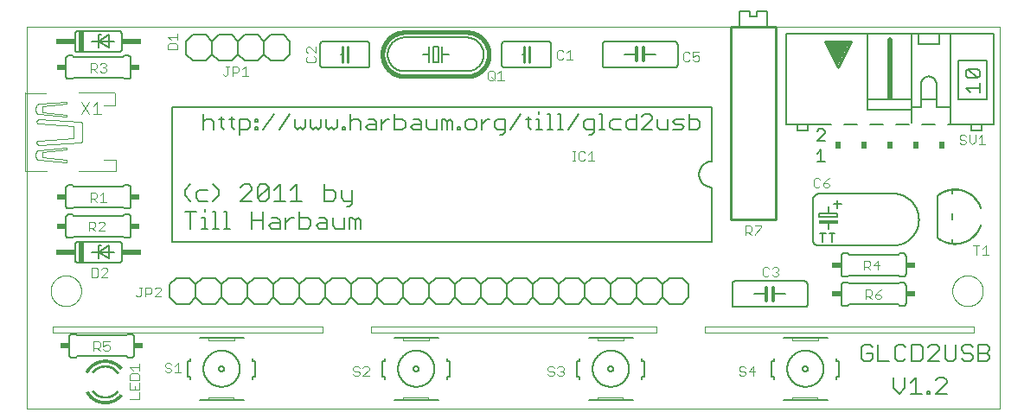
<source format=gto>
G75*
%MOIN*%
%OFA0B0*%
%FSLAX25Y25*%
%IPPOS*%
%LPD*%
%AMOC8*
5,1,8,0,0,1.08239X$1,22.5*
%
%ADD10C,0.00000*%
%ADD11C,0.00600*%
%ADD12C,0.00500*%
%ADD13C,0.01600*%
%ADD14C,0.00400*%
%ADD15C,0.01000*%
%ADD16C,0.01200*%
%ADD17R,0.07400X0.01700*%
%ADD18R,0.03400X0.02400*%
%ADD19C,0.00060*%
%ADD20C,0.00100*%
%ADD21C,0.00200*%
%ADD22C,0.00050*%
%ADD23C,0.00300*%
%ADD24R,0.02000X0.08000*%
%ADD25R,0.07500X0.02000*%
%ADD26C,0.02000*%
%ADD27R,0.02000X0.23000*%
%ADD28R,0.09000X0.02000*%
%ADD29R,0.07000X0.02000*%
%ADD30R,0.05000X0.02000*%
%ADD31R,0.03000X0.02000*%
%ADD32R,0.01000X0.01000*%
%ADD33R,0.02000X0.03000*%
D10*
X0002038Y0001200D02*
X0002038Y0148650D01*
X0376959Y0148650D01*
X0376959Y0001200D01*
X0002038Y0001200D01*
X0012018Y0030550D02*
X0012018Y0033050D01*
X0115768Y0033050D01*
X0115768Y0030550D01*
X0012018Y0030550D01*
X0011112Y0046800D02*
X0011114Y0046953D01*
X0011120Y0047107D01*
X0011130Y0047260D01*
X0011144Y0047412D01*
X0011162Y0047565D01*
X0011184Y0047716D01*
X0011209Y0047867D01*
X0011239Y0048018D01*
X0011273Y0048168D01*
X0011310Y0048316D01*
X0011351Y0048464D01*
X0011396Y0048610D01*
X0011445Y0048756D01*
X0011498Y0048900D01*
X0011554Y0049042D01*
X0011614Y0049183D01*
X0011678Y0049323D01*
X0011745Y0049461D01*
X0011816Y0049597D01*
X0011891Y0049731D01*
X0011968Y0049863D01*
X0012050Y0049993D01*
X0012134Y0050121D01*
X0012222Y0050247D01*
X0012313Y0050370D01*
X0012407Y0050491D01*
X0012505Y0050609D01*
X0012605Y0050725D01*
X0012709Y0050838D01*
X0012815Y0050949D01*
X0012924Y0051057D01*
X0013036Y0051162D01*
X0013150Y0051263D01*
X0013268Y0051362D01*
X0013387Y0051458D01*
X0013509Y0051551D01*
X0013634Y0051640D01*
X0013761Y0051727D01*
X0013890Y0051809D01*
X0014021Y0051889D01*
X0014154Y0051965D01*
X0014289Y0052038D01*
X0014426Y0052107D01*
X0014565Y0052172D01*
X0014705Y0052234D01*
X0014847Y0052292D01*
X0014990Y0052347D01*
X0015135Y0052398D01*
X0015281Y0052445D01*
X0015428Y0052488D01*
X0015576Y0052527D01*
X0015725Y0052563D01*
X0015875Y0052594D01*
X0016026Y0052622D01*
X0016177Y0052646D01*
X0016330Y0052666D01*
X0016482Y0052682D01*
X0016635Y0052694D01*
X0016788Y0052702D01*
X0016941Y0052706D01*
X0017095Y0052706D01*
X0017248Y0052702D01*
X0017401Y0052694D01*
X0017554Y0052682D01*
X0017706Y0052666D01*
X0017859Y0052646D01*
X0018010Y0052622D01*
X0018161Y0052594D01*
X0018311Y0052563D01*
X0018460Y0052527D01*
X0018608Y0052488D01*
X0018755Y0052445D01*
X0018901Y0052398D01*
X0019046Y0052347D01*
X0019189Y0052292D01*
X0019331Y0052234D01*
X0019471Y0052172D01*
X0019610Y0052107D01*
X0019747Y0052038D01*
X0019882Y0051965D01*
X0020015Y0051889D01*
X0020146Y0051809D01*
X0020275Y0051727D01*
X0020402Y0051640D01*
X0020527Y0051551D01*
X0020649Y0051458D01*
X0020768Y0051362D01*
X0020886Y0051263D01*
X0021000Y0051162D01*
X0021112Y0051057D01*
X0021221Y0050949D01*
X0021327Y0050838D01*
X0021431Y0050725D01*
X0021531Y0050609D01*
X0021629Y0050491D01*
X0021723Y0050370D01*
X0021814Y0050247D01*
X0021902Y0050121D01*
X0021986Y0049993D01*
X0022068Y0049863D01*
X0022145Y0049731D01*
X0022220Y0049597D01*
X0022291Y0049461D01*
X0022358Y0049323D01*
X0022422Y0049183D01*
X0022482Y0049042D01*
X0022538Y0048900D01*
X0022591Y0048756D01*
X0022640Y0048610D01*
X0022685Y0048464D01*
X0022726Y0048316D01*
X0022763Y0048168D01*
X0022797Y0048018D01*
X0022827Y0047867D01*
X0022852Y0047716D01*
X0022874Y0047565D01*
X0022892Y0047412D01*
X0022906Y0047260D01*
X0022916Y0047107D01*
X0022922Y0046953D01*
X0022924Y0046800D01*
X0022922Y0046647D01*
X0022916Y0046493D01*
X0022906Y0046340D01*
X0022892Y0046188D01*
X0022874Y0046035D01*
X0022852Y0045884D01*
X0022827Y0045733D01*
X0022797Y0045582D01*
X0022763Y0045432D01*
X0022726Y0045284D01*
X0022685Y0045136D01*
X0022640Y0044990D01*
X0022591Y0044844D01*
X0022538Y0044700D01*
X0022482Y0044558D01*
X0022422Y0044417D01*
X0022358Y0044277D01*
X0022291Y0044139D01*
X0022220Y0044003D01*
X0022145Y0043869D01*
X0022068Y0043737D01*
X0021986Y0043607D01*
X0021902Y0043479D01*
X0021814Y0043353D01*
X0021723Y0043230D01*
X0021629Y0043109D01*
X0021531Y0042991D01*
X0021431Y0042875D01*
X0021327Y0042762D01*
X0021221Y0042651D01*
X0021112Y0042543D01*
X0021000Y0042438D01*
X0020886Y0042337D01*
X0020768Y0042238D01*
X0020649Y0042142D01*
X0020527Y0042049D01*
X0020402Y0041960D01*
X0020275Y0041873D01*
X0020146Y0041791D01*
X0020015Y0041711D01*
X0019882Y0041635D01*
X0019747Y0041562D01*
X0019610Y0041493D01*
X0019471Y0041428D01*
X0019331Y0041366D01*
X0019189Y0041308D01*
X0019046Y0041253D01*
X0018901Y0041202D01*
X0018755Y0041155D01*
X0018608Y0041112D01*
X0018460Y0041073D01*
X0018311Y0041037D01*
X0018161Y0041006D01*
X0018010Y0040978D01*
X0017859Y0040954D01*
X0017706Y0040934D01*
X0017554Y0040918D01*
X0017401Y0040906D01*
X0017248Y0040898D01*
X0017095Y0040894D01*
X0016941Y0040894D01*
X0016788Y0040898D01*
X0016635Y0040906D01*
X0016482Y0040918D01*
X0016330Y0040934D01*
X0016177Y0040954D01*
X0016026Y0040978D01*
X0015875Y0041006D01*
X0015725Y0041037D01*
X0015576Y0041073D01*
X0015428Y0041112D01*
X0015281Y0041155D01*
X0015135Y0041202D01*
X0014990Y0041253D01*
X0014847Y0041308D01*
X0014705Y0041366D01*
X0014565Y0041428D01*
X0014426Y0041493D01*
X0014289Y0041562D01*
X0014154Y0041635D01*
X0014021Y0041711D01*
X0013890Y0041791D01*
X0013761Y0041873D01*
X0013634Y0041960D01*
X0013509Y0042049D01*
X0013387Y0042142D01*
X0013268Y0042238D01*
X0013150Y0042337D01*
X0013036Y0042438D01*
X0012924Y0042543D01*
X0012815Y0042651D01*
X0012709Y0042762D01*
X0012605Y0042875D01*
X0012505Y0042991D01*
X0012407Y0043109D01*
X0012313Y0043230D01*
X0012222Y0043353D01*
X0012134Y0043479D01*
X0012050Y0043607D01*
X0011968Y0043737D01*
X0011891Y0043869D01*
X0011816Y0044003D01*
X0011745Y0044139D01*
X0011678Y0044277D01*
X0011614Y0044417D01*
X0011554Y0044558D01*
X0011498Y0044700D01*
X0011445Y0044844D01*
X0011396Y0044990D01*
X0011351Y0045136D01*
X0011310Y0045284D01*
X0011273Y0045432D01*
X0011239Y0045582D01*
X0011209Y0045733D01*
X0011184Y0045884D01*
X0011162Y0046035D01*
X0011144Y0046188D01*
X0011130Y0046340D01*
X0011120Y0046493D01*
X0011114Y0046647D01*
X0011112Y0046800D01*
X0134518Y0033050D02*
X0134518Y0030550D01*
X0244518Y0030550D01*
X0244518Y0033050D01*
X0134518Y0033050D01*
X0263268Y0033050D02*
X0263268Y0030550D01*
X0367018Y0030550D01*
X0367018Y0033050D01*
X0263268Y0033050D01*
X0358612Y0046800D02*
X0358614Y0046953D01*
X0358620Y0047107D01*
X0358630Y0047260D01*
X0358644Y0047412D01*
X0358662Y0047565D01*
X0358684Y0047716D01*
X0358709Y0047867D01*
X0358739Y0048018D01*
X0358773Y0048168D01*
X0358810Y0048316D01*
X0358851Y0048464D01*
X0358896Y0048610D01*
X0358945Y0048756D01*
X0358998Y0048900D01*
X0359054Y0049042D01*
X0359114Y0049183D01*
X0359178Y0049323D01*
X0359245Y0049461D01*
X0359316Y0049597D01*
X0359391Y0049731D01*
X0359468Y0049863D01*
X0359550Y0049993D01*
X0359634Y0050121D01*
X0359722Y0050247D01*
X0359813Y0050370D01*
X0359907Y0050491D01*
X0360005Y0050609D01*
X0360105Y0050725D01*
X0360209Y0050838D01*
X0360315Y0050949D01*
X0360424Y0051057D01*
X0360536Y0051162D01*
X0360650Y0051263D01*
X0360768Y0051362D01*
X0360887Y0051458D01*
X0361009Y0051551D01*
X0361134Y0051640D01*
X0361261Y0051727D01*
X0361390Y0051809D01*
X0361521Y0051889D01*
X0361654Y0051965D01*
X0361789Y0052038D01*
X0361926Y0052107D01*
X0362065Y0052172D01*
X0362205Y0052234D01*
X0362347Y0052292D01*
X0362490Y0052347D01*
X0362635Y0052398D01*
X0362781Y0052445D01*
X0362928Y0052488D01*
X0363076Y0052527D01*
X0363225Y0052563D01*
X0363375Y0052594D01*
X0363526Y0052622D01*
X0363677Y0052646D01*
X0363830Y0052666D01*
X0363982Y0052682D01*
X0364135Y0052694D01*
X0364288Y0052702D01*
X0364441Y0052706D01*
X0364595Y0052706D01*
X0364748Y0052702D01*
X0364901Y0052694D01*
X0365054Y0052682D01*
X0365206Y0052666D01*
X0365359Y0052646D01*
X0365510Y0052622D01*
X0365661Y0052594D01*
X0365811Y0052563D01*
X0365960Y0052527D01*
X0366108Y0052488D01*
X0366255Y0052445D01*
X0366401Y0052398D01*
X0366546Y0052347D01*
X0366689Y0052292D01*
X0366831Y0052234D01*
X0366971Y0052172D01*
X0367110Y0052107D01*
X0367247Y0052038D01*
X0367382Y0051965D01*
X0367515Y0051889D01*
X0367646Y0051809D01*
X0367775Y0051727D01*
X0367902Y0051640D01*
X0368027Y0051551D01*
X0368149Y0051458D01*
X0368268Y0051362D01*
X0368386Y0051263D01*
X0368500Y0051162D01*
X0368612Y0051057D01*
X0368721Y0050949D01*
X0368827Y0050838D01*
X0368931Y0050725D01*
X0369031Y0050609D01*
X0369129Y0050491D01*
X0369223Y0050370D01*
X0369314Y0050247D01*
X0369402Y0050121D01*
X0369486Y0049993D01*
X0369568Y0049863D01*
X0369645Y0049731D01*
X0369720Y0049597D01*
X0369791Y0049461D01*
X0369858Y0049323D01*
X0369922Y0049183D01*
X0369982Y0049042D01*
X0370038Y0048900D01*
X0370091Y0048756D01*
X0370140Y0048610D01*
X0370185Y0048464D01*
X0370226Y0048316D01*
X0370263Y0048168D01*
X0370297Y0048018D01*
X0370327Y0047867D01*
X0370352Y0047716D01*
X0370374Y0047565D01*
X0370392Y0047412D01*
X0370406Y0047260D01*
X0370416Y0047107D01*
X0370422Y0046953D01*
X0370424Y0046800D01*
X0370422Y0046647D01*
X0370416Y0046493D01*
X0370406Y0046340D01*
X0370392Y0046188D01*
X0370374Y0046035D01*
X0370352Y0045884D01*
X0370327Y0045733D01*
X0370297Y0045582D01*
X0370263Y0045432D01*
X0370226Y0045284D01*
X0370185Y0045136D01*
X0370140Y0044990D01*
X0370091Y0044844D01*
X0370038Y0044700D01*
X0369982Y0044558D01*
X0369922Y0044417D01*
X0369858Y0044277D01*
X0369791Y0044139D01*
X0369720Y0044003D01*
X0369645Y0043869D01*
X0369568Y0043737D01*
X0369486Y0043607D01*
X0369402Y0043479D01*
X0369314Y0043353D01*
X0369223Y0043230D01*
X0369129Y0043109D01*
X0369031Y0042991D01*
X0368931Y0042875D01*
X0368827Y0042762D01*
X0368721Y0042651D01*
X0368612Y0042543D01*
X0368500Y0042438D01*
X0368386Y0042337D01*
X0368268Y0042238D01*
X0368149Y0042142D01*
X0368027Y0042049D01*
X0367902Y0041960D01*
X0367775Y0041873D01*
X0367646Y0041791D01*
X0367515Y0041711D01*
X0367382Y0041635D01*
X0367247Y0041562D01*
X0367110Y0041493D01*
X0366971Y0041428D01*
X0366831Y0041366D01*
X0366689Y0041308D01*
X0366546Y0041253D01*
X0366401Y0041202D01*
X0366255Y0041155D01*
X0366108Y0041112D01*
X0365960Y0041073D01*
X0365811Y0041037D01*
X0365661Y0041006D01*
X0365510Y0040978D01*
X0365359Y0040954D01*
X0365206Y0040934D01*
X0365054Y0040918D01*
X0364901Y0040906D01*
X0364748Y0040898D01*
X0364595Y0040894D01*
X0364441Y0040894D01*
X0364288Y0040898D01*
X0364135Y0040906D01*
X0363982Y0040918D01*
X0363830Y0040934D01*
X0363677Y0040954D01*
X0363526Y0040978D01*
X0363375Y0041006D01*
X0363225Y0041037D01*
X0363076Y0041073D01*
X0362928Y0041112D01*
X0362781Y0041155D01*
X0362635Y0041202D01*
X0362490Y0041253D01*
X0362347Y0041308D01*
X0362205Y0041366D01*
X0362065Y0041428D01*
X0361926Y0041493D01*
X0361789Y0041562D01*
X0361654Y0041635D01*
X0361521Y0041711D01*
X0361390Y0041791D01*
X0361261Y0041873D01*
X0361134Y0041960D01*
X0361009Y0042049D01*
X0360887Y0042142D01*
X0360768Y0042238D01*
X0360650Y0042337D01*
X0360536Y0042438D01*
X0360424Y0042543D01*
X0360315Y0042651D01*
X0360209Y0042762D01*
X0360105Y0042875D01*
X0360005Y0042991D01*
X0359907Y0043109D01*
X0359813Y0043230D01*
X0359722Y0043353D01*
X0359634Y0043479D01*
X0359550Y0043607D01*
X0359468Y0043737D01*
X0359391Y0043869D01*
X0359316Y0044003D01*
X0359245Y0044139D01*
X0359178Y0044277D01*
X0359114Y0044417D01*
X0359054Y0044558D01*
X0358998Y0044700D01*
X0358945Y0044844D01*
X0358896Y0044990D01*
X0358851Y0045136D01*
X0358810Y0045284D01*
X0358773Y0045432D01*
X0358739Y0045582D01*
X0358709Y0045733D01*
X0358684Y0045884D01*
X0358662Y0046035D01*
X0358644Y0046188D01*
X0358630Y0046340D01*
X0358620Y0046493D01*
X0358614Y0046647D01*
X0358612Y0046800D01*
D11*
X0340768Y0049050D02*
X0340768Y0042050D01*
X0340766Y0041990D01*
X0340761Y0041929D01*
X0340752Y0041870D01*
X0340739Y0041811D01*
X0340723Y0041752D01*
X0340703Y0041695D01*
X0340680Y0041640D01*
X0340653Y0041585D01*
X0340624Y0041533D01*
X0340591Y0041482D01*
X0340555Y0041433D01*
X0340517Y0041387D01*
X0340475Y0041343D01*
X0340431Y0041301D01*
X0340385Y0041263D01*
X0340336Y0041227D01*
X0340285Y0041194D01*
X0340233Y0041165D01*
X0340178Y0041138D01*
X0340123Y0041115D01*
X0340066Y0041095D01*
X0340007Y0041079D01*
X0339948Y0041066D01*
X0339889Y0041057D01*
X0339828Y0041052D01*
X0339768Y0041050D01*
X0338268Y0041050D01*
X0337768Y0041550D01*
X0318768Y0041550D01*
X0318268Y0041050D01*
X0316768Y0041050D01*
X0316708Y0041052D01*
X0316647Y0041057D01*
X0316588Y0041066D01*
X0316529Y0041079D01*
X0316470Y0041095D01*
X0316413Y0041115D01*
X0316358Y0041138D01*
X0316303Y0041165D01*
X0316251Y0041194D01*
X0316200Y0041227D01*
X0316151Y0041263D01*
X0316105Y0041301D01*
X0316061Y0041343D01*
X0316019Y0041387D01*
X0315981Y0041433D01*
X0315945Y0041482D01*
X0315912Y0041533D01*
X0315883Y0041585D01*
X0315856Y0041640D01*
X0315833Y0041695D01*
X0315813Y0041752D01*
X0315797Y0041811D01*
X0315784Y0041870D01*
X0315775Y0041929D01*
X0315770Y0041990D01*
X0315768Y0042050D01*
X0315768Y0049050D01*
X0315770Y0049110D01*
X0315775Y0049171D01*
X0315784Y0049230D01*
X0315797Y0049289D01*
X0315813Y0049348D01*
X0315833Y0049405D01*
X0315856Y0049460D01*
X0315883Y0049515D01*
X0315912Y0049567D01*
X0315945Y0049618D01*
X0315981Y0049667D01*
X0316019Y0049713D01*
X0316061Y0049757D01*
X0316105Y0049799D01*
X0316151Y0049837D01*
X0316200Y0049873D01*
X0316251Y0049906D01*
X0316303Y0049935D01*
X0316358Y0049962D01*
X0316413Y0049985D01*
X0316470Y0050005D01*
X0316529Y0050021D01*
X0316588Y0050034D01*
X0316647Y0050043D01*
X0316708Y0050048D01*
X0316768Y0050050D01*
X0318268Y0050050D01*
X0318768Y0049550D01*
X0337768Y0049550D01*
X0338268Y0050050D01*
X0339768Y0050050D01*
X0339828Y0050048D01*
X0339889Y0050043D01*
X0339948Y0050034D01*
X0340007Y0050021D01*
X0340066Y0050005D01*
X0340123Y0049985D01*
X0340178Y0049962D01*
X0340233Y0049935D01*
X0340285Y0049906D01*
X0340336Y0049873D01*
X0340385Y0049837D01*
X0340431Y0049799D01*
X0340475Y0049757D01*
X0340517Y0049713D01*
X0340555Y0049667D01*
X0340591Y0049618D01*
X0340624Y0049567D01*
X0340653Y0049515D01*
X0340680Y0049460D01*
X0340703Y0049405D01*
X0340723Y0049348D01*
X0340739Y0049289D01*
X0340752Y0049230D01*
X0340761Y0049171D01*
X0340766Y0049110D01*
X0340768Y0049050D01*
X0339768Y0052300D02*
X0338268Y0052300D01*
X0337768Y0052800D01*
X0318768Y0052800D01*
X0318268Y0052300D01*
X0316768Y0052300D01*
X0316708Y0052302D01*
X0316647Y0052307D01*
X0316588Y0052316D01*
X0316529Y0052329D01*
X0316470Y0052345D01*
X0316413Y0052365D01*
X0316358Y0052388D01*
X0316303Y0052415D01*
X0316251Y0052444D01*
X0316200Y0052477D01*
X0316151Y0052513D01*
X0316105Y0052551D01*
X0316061Y0052593D01*
X0316019Y0052637D01*
X0315981Y0052683D01*
X0315945Y0052732D01*
X0315912Y0052783D01*
X0315883Y0052835D01*
X0315856Y0052890D01*
X0315833Y0052945D01*
X0315813Y0053002D01*
X0315797Y0053061D01*
X0315784Y0053120D01*
X0315775Y0053179D01*
X0315770Y0053240D01*
X0315768Y0053300D01*
X0315768Y0060300D01*
X0315770Y0060360D01*
X0315775Y0060421D01*
X0315784Y0060480D01*
X0315797Y0060539D01*
X0315813Y0060598D01*
X0315833Y0060655D01*
X0315856Y0060710D01*
X0315883Y0060765D01*
X0315912Y0060817D01*
X0315945Y0060868D01*
X0315981Y0060917D01*
X0316019Y0060963D01*
X0316061Y0061007D01*
X0316105Y0061049D01*
X0316151Y0061087D01*
X0316200Y0061123D01*
X0316251Y0061156D01*
X0316303Y0061185D01*
X0316358Y0061212D01*
X0316413Y0061235D01*
X0316470Y0061255D01*
X0316529Y0061271D01*
X0316588Y0061284D01*
X0316647Y0061293D01*
X0316708Y0061298D01*
X0316768Y0061300D01*
X0318268Y0061300D01*
X0318768Y0060800D01*
X0337768Y0060800D01*
X0338268Y0061300D01*
X0339768Y0061300D01*
X0339828Y0061298D01*
X0339889Y0061293D01*
X0339948Y0061284D01*
X0340007Y0061271D01*
X0340066Y0061255D01*
X0340123Y0061235D01*
X0340178Y0061212D01*
X0340233Y0061185D01*
X0340285Y0061156D01*
X0340336Y0061123D01*
X0340385Y0061087D01*
X0340431Y0061049D01*
X0340475Y0061007D01*
X0340517Y0060963D01*
X0340555Y0060917D01*
X0340591Y0060868D01*
X0340624Y0060817D01*
X0340653Y0060765D01*
X0340680Y0060710D01*
X0340703Y0060655D01*
X0340723Y0060598D01*
X0340739Y0060539D01*
X0340752Y0060480D01*
X0340761Y0060421D01*
X0340766Y0060360D01*
X0340768Y0060300D01*
X0340768Y0053300D01*
X0340766Y0053240D01*
X0340761Y0053179D01*
X0340752Y0053120D01*
X0340739Y0053061D01*
X0340723Y0053002D01*
X0340703Y0052945D01*
X0340680Y0052890D01*
X0340653Y0052835D01*
X0340624Y0052783D01*
X0340591Y0052732D01*
X0340555Y0052683D01*
X0340517Y0052637D01*
X0340475Y0052593D01*
X0340431Y0052551D01*
X0340385Y0052513D01*
X0340336Y0052477D01*
X0340285Y0052444D01*
X0340233Y0052415D01*
X0340178Y0052388D01*
X0340123Y0052365D01*
X0340066Y0052345D01*
X0340007Y0052329D01*
X0339948Y0052316D01*
X0339889Y0052307D01*
X0339828Y0052302D01*
X0339768Y0052300D01*
X0335768Y0064300D02*
X0307268Y0064300D01*
X0307170Y0064302D01*
X0307072Y0064308D01*
X0306974Y0064317D01*
X0306877Y0064331D01*
X0306780Y0064348D01*
X0306684Y0064369D01*
X0306589Y0064394D01*
X0306495Y0064422D01*
X0306403Y0064455D01*
X0306311Y0064490D01*
X0306221Y0064530D01*
X0306133Y0064572D01*
X0306046Y0064619D01*
X0305962Y0064668D01*
X0305879Y0064721D01*
X0305799Y0064777D01*
X0305720Y0064837D01*
X0305644Y0064899D01*
X0305571Y0064964D01*
X0305500Y0065032D01*
X0305432Y0065103D01*
X0305367Y0065176D01*
X0305305Y0065252D01*
X0305245Y0065331D01*
X0305189Y0065411D01*
X0305136Y0065494D01*
X0305087Y0065578D01*
X0305040Y0065665D01*
X0304998Y0065753D01*
X0304958Y0065843D01*
X0304923Y0065935D01*
X0304890Y0066027D01*
X0304862Y0066121D01*
X0304837Y0066216D01*
X0304816Y0066312D01*
X0304799Y0066409D01*
X0304785Y0066506D01*
X0304776Y0066604D01*
X0304770Y0066702D01*
X0304768Y0066800D01*
X0304768Y0081800D01*
X0304770Y0081898D01*
X0304776Y0081996D01*
X0304785Y0082094D01*
X0304799Y0082191D01*
X0304816Y0082288D01*
X0304837Y0082384D01*
X0304862Y0082479D01*
X0304890Y0082573D01*
X0304923Y0082665D01*
X0304958Y0082757D01*
X0304998Y0082847D01*
X0305040Y0082935D01*
X0305087Y0083022D01*
X0305136Y0083106D01*
X0305189Y0083189D01*
X0305245Y0083269D01*
X0305305Y0083348D01*
X0305367Y0083424D01*
X0305432Y0083497D01*
X0305500Y0083568D01*
X0305571Y0083636D01*
X0305644Y0083701D01*
X0305720Y0083763D01*
X0305799Y0083823D01*
X0305879Y0083879D01*
X0305962Y0083932D01*
X0306046Y0083981D01*
X0306133Y0084028D01*
X0306221Y0084070D01*
X0306311Y0084110D01*
X0306403Y0084145D01*
X0306495Y0084178D01*
X0306589Y0084206D01*
X0306684Y0084231D01*
X0306780Y0084252D01*
X0306877Y0084269D01*
X0306974Y0084283D01*
X0307072Y0084292D01*
X0307170Y0084298D01*
X0307268Y0084300D01*
X0335768Y0084300D01*
X0315768Y0080300D02*
X0312768Y0080300D01*
X0314268Y0081800D02*
X0314268Y0078800D01*
X0314268Y0076800D02*
X0310768Y0076800D01*
X0307268Y0076800D01*
X0307268Y0075500D01*
X0314268Y0075500D01*
X0314268Y0076800D01*
X0310768Y0076800D02*
X0310768Y0079300D01*
X0310768Y0072800D02*
X0310768Y0070800D01*
X0335768Y0064300D02*
X0336012Y0064303D01*
X0336255Y0064312D01*
X0336498Y0064327D01*
X0336741Y0064347D01*
X0336983Y0064374D01*
X0337224Y0064407D01*
X0337464Y0064445D01*
X0337704Y0064489D01*
X0337942Y0064539D01*
X0338179Y0064595D01*
X0338415Y0064657D01*
X0338649Y0064724D01*
X0338881Y0064797D01*
X0339112Y0064876D01*
X0339340Y0064960D01*
X0339567Y0065050D01*
X0339791Y0065145D01*
X0340013Y0065246D01*
X0340232Y0065352D01*
X0340448Y0065463D01*
X0340662Y0065580D01*
X0340873Y0065701D01*
X0341081Y0065828D01*
X0341286Y0065960D01*
X0341487Y0066097D01*
X0341685Y0066239D01*
X0341880Y0066385D01*
X0342071Y0066536D01*
X0342258Y0066692D01*
X0342441Y0066852D01*
X0342621Y0067017D01*
X0342796Y0067186D01*
X0342967Y0067359D01*
X0343134Y0067537D01*
X0343296Y0067718D01*
X0343454Y0067903D01*
X0343608Y0068092D01*
X0343757Y0068285D01*
X0343901Y0068481D01*
X0344040Y0068681D01*
X0344175Y0068884D01*
X0344304Y0069091D01*
X0344428Y0069300D01*
X0344547Y0069512D01*
X0344661Y0069728D01*
X0344770Y0069945D01*
X0344873Y0070166D01*
X0344971Y0070389D01*
X0345064Y0070614D01*
X0345151Y0070842D01*
X0345232Y0071071D01*
X0345308Y0071303D01*
X0345378Y0071536D01*
X0345443Y0071771D01*
X0345502Y0072007D01*
X0345555Y0072245D01*
X0345602Y0072484D01*
X0345643Y0072724D01*
X0345678Y0072965D01*
X0345708Y0073206D01*
X0345732Y0073449D01*
X0345749Y0073692D01*
X0345761Y0073935D01*
X0345767Y0074178D01*
X0345767Y0074422D01*
X0345761Y0074665D01*
X0345749Y0074908D01*
X0345732Y0075151D01*
X0345708Y0075394D01*
X0345678Y0075635D01*
X0345643Y0075876D01*
X0345602Y0076116D01*
X0345555Y0076355D01*
X0345502Y0076593D01*
X0345443Y0076829D01*
X0345378Y0077064D01*
X0345308Y0077297D01*
X0345232Y0077529D01*
X0345151Y0077758D01*
X0345064Y0077986D01*
X0344971Y0078211D01*
X0344873Y0078434D01*
X0344770Y0078655D01*
X0344661Y0078872D01*
X0344547Y0079088D01*
X0344428Y0079300D01*
X0344304Y0079509D01*
X0344175Y0079716D01*
X0344040Y0079919D01*
X0343901Y0080119D01*
X0343757Y0080315D01*
X0343608Y0080508D01*
X0343454Y0080697D01*
X0343296Y0080882D01*
X0343134Y0081063D01*
X0342967Y0081241D01*
X0342796Y0081414D01*
X0342621Y0081583D01*
X0342441Y0081748D01*
X0342258Y0081908D01*
X0342071Y0082064D01*
X0341880Y0082215D01*
X0341685Y0082361D01*
X0341487Y0082503D01*
X0341286Y0082640D01*
X0341081Y0082772D01*
X0340873Y0082899D01*
X0340662Y0083020D01*
X0340448Y0083137D01*
X0340232Y0083248D01*
X0340013Y0083354D01*
X0339791Y0083455D01*
X0339567Y0083550D01*
X0339340Y0083640D01*
X0339112Y0083724D01*
X0338881Y0083803D01*
X0338649Y0083876D01*
X0338415Y0083943D01*
X0338179Y0084005D01*
X0337942Y0084061D01*
X0337704Y0084111D01*
X0337464Y0084155D01*
X0337224Y0084193D01*
X0336983Y0084226D01*
X0336741Y0084253D01*
X0336498Y0084273D01*
X0336255Y0084288D01*
X0336012Y0084297D01*
X0335768Y0084300D01*
X0366018Y0108550D02*
X0370018Y0108550D01*
X0370018Y0111050D01*
X0366018Y0111050D01*
X0358018Y0111050D01*
X0357018Y0111050D01*
X0358018Y0111050D02*
X0358018Y0117550D01*
X0358018Y0146050D01*
X0353518Y0146050D02*
X0353518Y0142050D01*
X0345518Y0142050D01*
X0345518Y0146050D01*
X0343018Y0146050D02*
X0374518Y0146050D01*
X0374518Y0111050D01*
X0370018Y0111050D01*
X0366018Y0111050D02*
X0366018Y0108550D01*
X0352018Y0111050D02*
X0347018Y0111050D01*
X0343018Y0111550D02*
X0343018Y0116550D01*
X0343018Y0117550D01*
X0343018Y0120550D01*
X0326018Y0120550D01*
X0326018Y0116550D01*
X0343018Y0116550D01*
X0343018Y0117550D02*
X0346518Y0117550D01*
X0346518Y0120550D01*
X0352518Y0120550D01*
X0352518Y0117550D01*
X0358018Y0117550D01*
X0361018Y0120550D02*
X0361018Y0135550D01*
X0372018Y0135550D01*
X0372018Y0120550D01*
X0361018Y0120550D01*
X0365615Y0123350D02*
X0363813Y0125152D01*
X0369218Y0125152D01*
X0369218Y0126953D02*
X0369218Y0123350D01*
X0368317Y0128875D02*
X0364714Y0128875D01*
X0363813Y0129775D01*
X0363813Y0131577D01*
X0364714Y0132478D01*
X0368317Y0128875D01*
X0369218Y0129775D01*
X0369218Y0131577D01*
X0368317Y0132478D01*
X0364714Y0132478D01*
X0352518Y0126550D02*
X0352518Y0120550D01*
X0346518Y0120550D02*
X0346518Y0126550D01*
X0346520Y0126658D01*
X0346526Y0126766D01*
X0346536Y0126874D01*
X0346549Y0126982D01*
X0346567Y0127089D01*
X0346588Y0127195D01*
X0346613Y0127300D01*
X0346642Y0127405D01*
X0346675Y0127508D01*
X0346711Y0127610D01*
X0346752Y0127711D01*
X0346795Y0127810D01*
X0346843Y0127907D01*
X0346893Y0128003D01*
X0346947Y0128097D01*
X0347005Y0128188D01*
X0347066Y0128278D01*
X0347130Y0128366D01*
X0347197Y0128451D01*
X0347267Y0128533D01*
X0347340Y0128613D01*
X0347416Y0128690D01*
X0347495Y0128765D01*
X0347576Y0128836D01*
X0347660Y0128905D01*
X0347746Y0128971D01*
X0347834Y0129033D01*
X0347925Y0129092D01*
X0348018Y0129148D01*
X0348113Y0129201D01*
X0348209Y0129250D01*
X0348308Y0129295D01*
X0348408Y0129337D01*
X0348509Y0129375D01*
X0348612Y0129410D01*
X0348715Y0129441D01*
X0348820Y0129468D01*
X0348926Y0129491D01*
X0349033Y0129510D01*
X0349140Y0129526D01*
X0349248Y0129538D01*
X0349356Y0129546D01*
X0349464Y0129550D01*
X0349572Y0129550D01*
X0349680Y0129546D01*
X0349788Y0129538D01*
X0349896Y0129526D01*
X0350003Y0129510D01*
X0350110Y0129491D01*
X0350216Y0129468D01*
X0350321Y0129441D01*
X0350424Y0129410D01*
X0350527Y0129375D01*
X0350628Y0129337D01*
X0350728Y0129295D01*
X0350827Y0129250D01*
X0350923Y0129201D01*
X0351018Y0129148D01*
X0351111Y0129092D01*
X0351202Y0129033D01*
X0351290Y0128971D01*
X0351376Y0128905D01*
X0351460Y0128836D01*
X0351541Y0128765D01*
X0351620Y0128690D01*
X0351696Y0128613D01*
X0351769Y0128533D01*
X0351839Y0128451D01*
X0351906Y0128366D01*
X0351970Y0128278D01*
X0352031Y0128188D01*
X0352089Y0128097D01*
X0352143Y0128003D01*
X0352193Y0127907D01*
X0352241Y0127810D01*
X0352284Y0127711D01*
X0352325Y0127610D01*
X0352361Y0127508D01*
X0352394Y0127405D01*
X0352423Y0127300D01*
X0352448Y0127195D01*
X0352469Y0127089D01*
X0352487Y0126982D01*
X0352500Y0126874D01*
X0352510Y0126766D01*
X0352516Y0126658D01*
X0352518Y0126550D01*
X0343018Y0120550D02*
X0343018Y0146050D01*
X0326018Y0146050D01*
X0294518Y0146050D01*
X0294518Y0111050D01*
X0299018Y0111050D01*
X0303018Y0111050D01*
X0312018Y0111050D01*
X0317018Y0111050D02*
X0322018Y0111050D01*
X0327018Y0111050D02*
X0332018Y0111050D01*
X0337018Y0111050D02*
X0342018Y0111050D01*
X0326018Y0120550D02*
X0326018Y0146050D01*
X0287333Y0149083D02*
X0287333Y0154792D01*
X0283396Y0154792D01*
X0283396Y0152824D01*
X0280640Y0152824D01*
X0280640Y0154792D01*
X0276703Y0154792D01*
X0276703Y0149083D01*
X0252768Y0142050D02*
X0252768Y0134050D01*
X0252766Y0133990D01*
X0252761Y0133929D01*
X0252752Y0133870D01*
X0252739Y0133811D01*
X0252723Y0133752D01*
X0252703Y0133695D01*
X0252680Y0133640D01*
X0252653Y0133585D01*
X0252624Y0133533D01*
X0252591Y0133482D01*
X0252555Y0133433D01*
X0252517Y0133387D01*
X0252475Y0133343D01*
X0252431Y0133301D01*
X0252385Y0133263D01*
X0252336Y0133227D01*
X0252285Y0133194D01*
X0252233Y0133165D01*
X0252178Y0133138D01*
X0252123Y0133115D01*
X0252066Y0133095D01*
X0252007Y0133079D01*
X0251948Y0133066D01*
X0251889Y0133057D01*
X0251828Y0133052D01*
X0251768Y0133050D01*
X0224768Y0133050D01*
X0224708Y0133052D01*
X0224647Y0133057D01*
X0224588Y0133066D01*
X0224529Y0133079D01*
X0224470Y0133095D01*
X0224413Y0133115D01*
X0224358Y0133138D01*
X0224303Y0133165D01*
X0224251Y0133194D01*
X0224200Y0133227D01*
X0224151Y0133263D01*
X0224105Y0133301D01*
X0224061Y0133343D01*
X0224019Y0133387D01*
X0223981Y0133433D01*
X0223945Y0133482D01*
X0223912Y0133533D01*
X0223883Y0133585D01*
X0223856Y0133640D01*
X0223833Y0133695D01*
X0223813Y0133752D01*
X0223797Y0133811D01*
X0223784Y0133870D01*
X0223775Y0133929D01*
X0223770Y0133990D01*
X0223768Y0134050D01*
X0223768Y0142050D01*
X0223770Y0142110D01*
X0223775Y0142171D01*
X0223784Y0142230D01*
X0223797Y0142289D01*
X0223813Y0142348D01*
X0223833Y0142405D01*
X0223856Y0142460D01*
X0223883Y0142515D01*
X0223912Y0142567D01*
X0223945Y0142618D01*
X0223981Y0142667D01*
X0224019Y0142713D01*
X0224061Y0142757D01*
X0224105Y0142799D01*
X0224151Y0142837D01*
X0224200Y0142873D01*
X0224251Y0142906D01*
X0224303Y0142935D01*
X0224358Y0142962D01*
X0224413Y0142985D01*
X0224470Y0143005D01*
X0224529Y0143021D01*
X0224588Y0143034D01*
X0224647Y0143043D01*
X0224708Y0143048D01*
X0224768Y0143050D01*
X0251768Y0143050D01*
X0251828Y0143048D01*
X0251889Y0143043D01*
X0251948Y0143034D01*
X0252007Y0143021D01*
X0252066Y0143005D01*
X0252123Y0142985D01*
X0252178Y0142962D01*
X0252233Y0142935D01*
X0252285Y0142906D01*
X0252336Y0142873D01*
X0252385Y0142837D01*
X0252431Y0142799D01*
X0252475Y0142757D01*
X0252517Y0142713D01*
X0252555Y0142667D01*
X0252591Y0142618D01*
X0252624Y0142567D01*
X0252653Y0142515D01*
X0252680Y0142460D01*
X0252703Y0142405D01*
X0252723Y0142348D01*
X0252739Y0142289D01*
X0252752Y0142230D01*
X0252761Y0142171D01*
X0252766Y0142110D01*
X0252768Y0142050D01*
X0244268Y0138050D02*
X0239468Y0138050D01*
X0236968Y0138050D02*
X0232268Y0138050D01*
X0204018Y0134050D02*
X0204018Y0142050D01*
X0204016Y0142110D01*
X0204011Y0142171D01*
X0204002Y0142230D01*
X0203989Y0142289D01*
X0203973Y0142348D01*
X0203953Y0142405D01*
X0203930Y0142460D01*
X0203903Y0142515D01*
X0203874Y0142567D01*
X0203841Y0142618D01*
X0203805Y0142667D01*
X0203767Y0142713D01*
X0203725Y0142757D01*
X0203681Y0142799D01*
X0203635Y0142837D01*
X0203586Y0142873D01*
X0203535Y0142906D01*
X0203483Y0142935D01*
X0203428Y0142962D01*
X0203373Y0142985D01*
X0203316Y0143005D01*
X0203257Y0143021D01*
X0203198Y0143034D01*
X0203139Y0143043D01*
X0203078Y0143048D01*
X0203018Y0143050D01*
X0186018Y0143050D01*
X0185958Y0143048D01*
X0185897Y0143043D01*
X0185838Y0143034D01*
X0185779Y0143021D01*
X0185720Y0143005D01*
X0185663Y0142985D01*
X0185608Y0142962D01*
X0185553Y0142935D01*
X0185501Y0142906D01*
X0185450Y0142873D01*
X0185401Y0142837D01*
X0185355Y0142799D01*
X0185311Y0142757D01*
X0185269Y0142713D01*
X0185231Y0142667D01*
X0185195Y0142618D01*
X0185162Y0142567D01*
X0185133Y0142515D01*
X0185106Y0142460D01*
X0185083Y0142405D01*
X0185063Y0142348D01*
X0185047Y0142289D01*
X0185034Y0142230D01*
X0185025Y0142171D01*
X0185020Y0142110D01*
X0185018Y0142050D01*
X0185018Y0134050D01*
X0185020Y0133990D01*
X0185025Y0133929D01*
X0185034Y0133870D01*
X0185047Y0133811D01*
X0185063Y0133752D01*
X0185083Y0133695D01*
X0185106Y0133640D01*
X0185133Y0133585D01*
X0185162Y0133533D01*
X0185195Y0133482D01*
X0185231Y0133433D01*
X0185269Y0133387D01*
X0185311Y0133343D01*
X0185355Y0133301D01*
X0185401Y0133263D01*
X0185450Y0133227D01*
X0185501Y0133194D01*
X0185553Y0133165D01*
X0185608Y0133138D01*
X0185663Y0133115D01*
X0185720Y0133095D01*
X0185779Y0133079D01*
X0185838Y0133066D01*
X0185897Y0133057D01*
X0185958Y0133052D01*
X0186018Y0133050D01*
X0203018Y0133050D01*
X0203078Y0133052D01*
X0203139Y0133057D01*
X0203198Y0133066D01*
X0203257Y0133079D01*
X0203316Y0133095D01*
X0203373Y0133115D01*
X0203428Y0133138D01*
X0203483Y0133165D01*
X0203535Y0133194D01*
X0203586Y0133227D01*
X0203635Y0133263D01*
X0203681Y0133301D01*
X0203725Y0133343D01*
X0203767Y0133387D01*
X0203805Y0133433D01*
X0203841Y0133482D01*
X0203874Y0133533D01*
X0203903Y0133585D01*
X0203930Y0133640D01*
X0203953Y0133695D01*
X0203973Y0133752D01*
X0203989Y0133811D01*
X0204002Y0133870D01*
X0204011Y0133929D01*
X0204016Y0133990D01*
X0204018Y0134050D01*
X0196018Y0138050D02*
X0195518Y0138050D01*
X0193518Y0138050D02*
X0193018Y0138050D01*
X0171518Y0131550D02*
X0171678Y0131552D01*
X0171837Y0131558D01*
X0171996Y0131568D01*
X0172155Y0131581D01*
X0172314Y0131599D01*
X0172472Y0131620D01*
X0172629Y0131646D01*
X0172786Y0131675D01*
X0172942Y0131708D01*
X0173097Y0131745D01*
X0173252Y0131785D01*
X0173405Y0131830D01*
X0173557Y0131878D01*
X0173708Y0131930D01*
X0173857Y0131986D01*
X0174005Y0132045D01*
X0174152Y0132108D01*
X0174297Y0132174D01*
X0174440Y0132244D01*
X0174582Y0132318D01*
X0174722Y0132394D01*
X0174860Y0132475D01*
X0174995Y0132558D01*
X0175129Y0132645D01*
X0175261Y0132736D01*
X0175390Y0132829D01*
X0175517Y0132926D01*
X0175642Y0133025D01*
X0175764Y0133128D01*
X0175883Y0133234D01*
X0176000Y0133342D01*
X0176114Y0133454D01*
X0176226Y0133568D01*
X0176334Y0133685D01*
X0176440Y0133804D01*
X0176543Y0133926D01*
X0176642Y0134051D01*
X0176739Y0134178D01*
X0176832Y0134307D01*
X0176923Y0134439D01*
X0177010Y0134573D01*
X0177093Y0134708D01*
X0177174Y0134846D01*
X0177250Y0134986D01*
X0177324Y0135128D01*
X0177394Y0135271D01*
X0177460Y0135416D01*
X0177523Y0135563D01*
X0177582Y0135711D01*
X0177638Y0135860D01*
X0177690Y0136011D01*
X0177738Y0136163D01*
X0177783Y0136316D01*
X0177823Y0136471D01*
X0177860Y0136626D01*
X0177893Y0136782D01*
X0177922Y0136939D01*
X0177948Y0137096D01*
X0177969Y0137254D01*
X0177987Y0137413D01*
X0178000Y0137572D01*
X0178010Y0137731D01*
X0178016Y0137890D01*
X0178018Y0138050D01*
X0178016Y0138210D01*
X0178010Y0138369D01*
X0178000Y0138528D01*
X0177987Y0138687D01*
X0177969Y0138846D01*
X0177948Y0139004D01*
X0177922Y0139161D01*
X0177893Y0139318D01*
X0177860Y0139474D01*
X0177823Y0139629D01*
X0177783Y0139784D01*
X0177738Y0139937D01*
X0177690Y0140089D01*
X0177638Y0140240D01*
X0177582Y0140389D01*
X0177523Y0140537D01*
X0177460Y0140684D01*
X0177394Y0140829D01*
X0177324Y0140972D01*
X0177250Y0141114D01*
X0177174Y0141254D01*
X0177093Y0141392D01*
X0177010Y0141527D01*
X0176923Y0141661D01*
X0176832Y0141793D01*
X0176739Y0141922D01*
X0176642Y0142049D01*
X0176543Y0142174D01*
X0176440Y0142296D01*
X0176334Y0142415D01*
X0176226Y0142532D01*
X0176114Y0142646D01*
X0176000Y0142758D01*
X0175883Y0142866D01*
X0175764Y0142972D01*
X0175642Y0143075D01*
X0175517Y0143174D01*
X0175390Y0143271D01*
X0175261Y0143364D01*
X0175129Y0143455D01*
X0174995Y0143542D01*
X0174860Y0143625D01*
X0174722Y0143706D01*
X0174582Y0143782D01*
X0174440Y0143856D01*
X0174297Y0143926D01*
X0174152Y0143992D01*
X0174005Y0144055D01*
X0173857Y0144114D01*
X0173708Y0144170D01*
X0173557Y0144222D01*
X0173405Y0144270D01*
X0173252Y0144315D01*
X0173097Y0144355D01*
X0172942Y0144392D01*
X0172786Y0144425D01*
X0172629Y0144454D01*
X0172472Y0144480D01*
X0172314Y0144501D01*
X0172155Y0144519D01*
X0171996Y0144532D01*
X0171837Y0144542D01*
X0171678Y0144548D01*
X0171518Y0144550D01*
X0147518Y0144550D01*
X0157018Y0141050D02*
X0157018Y0138050D01*
X0154518Y0138050D01*
X0157018Y0138050D02*
X0157018Y0135050D01*
X0158518Y0135050D02*
X0158518Y0141050D01*
X0160518Y0141050D01*
X0160518Y0135050D01*
X0158518Y0135050D01*
X0162018Y0135050D02*
X0162018Y0138050D01*
X0164518Y0138050D01*
X0162018Y0138050D02*
X0162018Y0141050D01*
X0147518Y0144550D02*
X0147358Y0144548D01*
X0147199Y0144542D01*
X0147040Y0144532D01*
X0146881Y0144519D01*
X0146722Y0144501D01*
X0146564Y0144480D01*
X0146407Y0144454D01*
X0146250Y0144425D01*
X0146094Y0144392D01*
X0145939Y0144355D01*
X0145784Y0144315D01*
X0145631Y0144270D01*
X0145479Y0144222D01*
X0145328Y0144170D01*
X0145179Y0144114D01*
X0145031Y0144055D01*
X0144884Y0143992D01*
X0144739Y0143926D01*
X0144596Y0143856D01*
X0144454Y0143782D01*
X0144314Y0143706D01*
X0144176Y0143625D01*
X0144041Y0143542D01*
X0143907Y0143455D01*
X0143775Y0143364D01*
X0143646Y0143271D01*
X0143519Y0143174D01*
X0143394Y0143075D01*
X0143272Y0142972D01*
X0143153Y0142866D01*
X0143036Y0142758D01*
X0142922Y0142646D01*
X0142810Y0142532D01*
X0142702Y0142415D01*
X0142596Y0142296D01*
X0142493Y0142174D01*
X0142394Y0142049D01*
X0142297Y0141922D01*
X0142204Y0141793D01*
X0142113Y0141661D01*
X0142026Y0141527D01*
X0141943Y0141392D01*
X0141862Y0141254D01*
X0141786Y0141114D01*
X0141712Y0140972D01*
X0141642Y0140829D01*
X0141576Y0140684D01*
X0141513Y0140537D01*
X0141454Y0140389D01*
X0141398Y0140240D01*
X0141346Y0140089D01*
X0141298Y0139937D01*
X0141253Y0139784D01*
X0141213Y0139629D01*
X0141176Y0139474D01*
X0141143Y0139318D01*
X0141114Y0139161D01*
X0141088Y0139004D01*
X0141067Y0138846D01*
X0141049Y0138687D01*
X0141036Y0138528D01*
X0141026Y0138369D01*
X0141020Y0138210D01*
X0141018Y0138050D01*
X0141020Y0137890D01*
X0141026Y0137731D01*
X0141036Y0137572D01*
X0141049Y0137413D01*
X0141067Y0137254D01*
X0141088Y0137096D01*
X0141114Y0136939D01*
X0141143Y0136782D01*
X0141176Y0136626D01*
X0141213Y0136471D01*
X0141253Y0136316D01*
X0141298Y0136163D01*
X0141346Y0136011D01*
X0141398Y0135860D01*
X0141454Y0135711D01*
X0141513Y0135563D01*
X0141576Y0135416D01*
X0141642Y0135271D01*
X0141712Y0135128D01*
X0141786Y0134986D01*
X0141862Y0134846D01*
X0141943Y0134708D01*
X0142026Y0134573D01*
X0142113Y0134439D01*
X0142204Y0134307D01*
X0142297Y0134178D01*
X0142394Y0134051D01*
X0142493Y0133926D01*
X0142596Y0133804D01*
X0142702Y0133685D01*
X0142810Y0133568D01*
X0142922Y0133454D01*
X0143036Y0133342D01*
X0143153Y0133234D01*
X0143272Y0133128D01*
X0143394Y0133025D01*
X0143519Y0132926D01*
X0143646Y0132829D01*
X0143775Y0132736D01*
X0143907Y0132645D01*
X0144041Y0132558D01*
X0144176Y0132475D01*
X0144314Y0132394D01*
X0144454Y0132318D01*
X0144596Y0132244D01*
X0144739Y0132174D01*
X0144884Y0132108D01*
X0145031Y0132045D01*
X0145179Y0131986D01*
X0145328Y0131930D01*
X0145479Y0131878D01*
X0145631Y0131830D01*
X0145784Y0131785D01*
X0145939Y0131745D01*
X0146094Y0131708D01*
X0146250Y0131675D01*
X0146407Y0131646D01*
X0146564Y0131620D01*
X0146722Y0131599D01*
X0146881Y0131581D01*
X0147040Y0131568D01*
X0147199Y0131558D01*
X0147358Y0131552D01*
X0147518Y0131550D01*
X0171518Y0131550D01*
X0134018Y0134050D02*
X0134018Y0142050D01*
X0134016Y0142110D01*
X0134011Y0142171D01*
X0134002Y0142230D01*
X0133989Y0142289D01*
X0133973Y0142348D01*
X0133953Y0142405D01*
X0133930Y0142460D01*
X0133903Y0142515D01*
X0133874Y0142567D01*
X0133841Y0142618D01*
X0133805Y0142667D01*
X0133767Y0142713D01*
X0133725Y0142757D01*
X0133681Y0142799D01*
X0133635Y0142837D01*
X0133586Y0142873D01*
X0133535Y0142906D01*
X0133483Y0142935D01*
X0133428Y0142962D01*
X0133373Y0142985D01*
X0133316Y0143005D01*
X0133257Y0143021D01*
X0133198Y0143034D01*
X0133139Y0143043D01*
X0133078Y0143048D01*
X0133018Y0143050D01*
X0116018Y0143050D01*
X0115958Y0143048D01*
X0115897Y0143043D01*
X0115838Y0143034D01*
X0115779Y0143021D01*
X0115720Y0143005D01*
X0115663Y0142985D01*
X0115608Y0142962D01*
X0115553Y0142935D01*
X0115501Y0142906D01*
X0115450Y0142873D01*
X0115401Y0142837D01*
X0115355Y0142799D01*
X0115311Y0142757D01*
X0115269Y0142713D01*
X0115231Y0142667D01*
X0115195Y0142618D01*
X0115162Y0142567D01*
X0115133Y0142515D01*
X0115106Y0142460D01*
X0115083Y0142405D01*
X0115063Y0142348D01*
X0115047Y0142289D01*
X0115034Y0142230D01*
X0115025Y0142171D01*
X0115020Y0142110D01*
X0115018Y0142050D01*
X0115018Y0134050D01*
X0115020Y0133990D01*
X0115025Y0133929D01*
X0115034Y0133870D01*
X0115047Y0133811D01*
X0115063Y0133752D01*
X0115083Y0133695D01*
X0115106Y0133640D01*
X0115133Y0133585D01*
X0115162Y0133533D01*
X0115195Y0133482D01*
X0115231Y0133433D01*
X0115269Y0133387D01*
X0115311Y0133343D01*
X0115355Y0133301D01*
X0115401Y0133263D01*
X0115450Y0133227D01*
X0115501Y0133194D01*
X0115553Y0133165D01*
X0115608Y0133138D01*
X0115663Y0133115D01*
X0115720Y0133095D01*
X0115779Y0133079D01*
X0115838Y0133066D01*
X0115897Y0133057D01*
X0115958Y0133052D01*
X0116018Y0133050D01*
X0133018Y0133050D01*
X0133078Y0133052D01*
X0133139Y0133057D01*
X0133198Y0133066D01*
X0133257Y0133079D01*
X0133316Y0133095D01*
X0133373Y0133115D01*
X0133428Y0133138D01*
X0133483Y0133165D01*
X0133535Y0133194D01*
X0133586Y0133227D01*
X0133635Y0133263D01*
X0133681Y0133301D01*
X0133725Y0133343D01*
X0133767Y0133387D01*
X0133805Y0133433D01*
X0133841Y0133482D01*
X0133874Y0133533D01*
X0133903Y0133585D01*
X0133930Y0133640D01*
X0133953Y0133695D01*
X0133973Y0133752D01*
X0133989Y0133811D01*
X0134002Y0133870D01*
X0134011Y0133929D01*
X0134016Y0133990D01*
X0134018Y0134050D01*
X0126018Y0138050D02*
X0125518Y0138050D01*
X0123518Y0138050D02*
X0123018Y0138050D01*
X0103268Y0138050D02*
X0100768Y0135550D01*
X0095768Y0135550D01*
X0093268Y0138050D01*
X0090768Y0135550D01*
X0085768Y0135550D01*
X0083268Y0138050D01*
X0083268Y0143050D01*
X0085768Y0145550D01*
X0090768Y0145550D01*
X0093268Y0143050D01*
X0095768Y0145550D01*
X0100768Y0145550D01*
X0103268Y0143050D01*
X0103268Y0138050D01*
X0093268Y0138050D02*
X0093268Y0143050D01*
X0083268Y0143050D02*
X0080768Y0145550D01*
X0075768Y0145550D01*
X0073268Y0143050D01*
X0070768Y0145550D01*
X0065768Y0145550D01*
X0063268Y0143050D01*
X0063268Y0138050D01*
X0065768Y0135550D01*
X0070768Y0135550D01*
X0073268Y0138050D01*
X0073268Y0143050D01*
X0073268Y0138050D02*
X0075768Y0135550D01*
X0080768Y0135550D01*
X0083268Y0138050D01*
X0042018Y0136550D02*
X0042018Y0129550D01*
X0042016Y0129490D01*
X0042011Y0129429D01*
X0042002Y0129370D01*
X0041989Y0129311D01*
X0041973Y0129252D01*
X0041953Y0129195D01*
X0041930Y0129140D01*
X0041903Y0129085D01*
X0041874Y0129033D01*
X0041841Y0128982D01*
X0041805Y0128933D01*
X0041767Y0128887D01*
X0041725Y0128843D01*
X0041681Y0128801D01*
X0041635Y0128763D01*
X0041586Y0128727D01*
X0041535Y0128694D01*
X0041483Y0128665D01*
X0041428Y0128638D01*
X0041373Y0128615D01*
X0041316Y0128595D01*
X0041257Y0128579D01*
X0041198Y0128566D01*
X0041139Y0128557D01*
X0041078Y0128552D01*
X0041018Y0128550D01*
X0039518Y0128550D01*
X0039018Y0129050D01*
X0020018Y0129050D01*
X0019518Y0128550D01*
X0018018Y0128550D01*
X0017958Y0128552D01*
X0017897Y0128557D01*
X0017838Y0128566D01*
X0017779Y0128579D01*
X0017720Y0128595D01*
X0017663Y0128615D01*
X0017608Y0128638D01*
X0017553Y0128665D01*
X0017501Y0128694D01*
X0017450Y0128727D01*
X0017401Y0128763D01*
X0017355Y0128801D01*
X0017311Y0128843D01*
X0017269Y0128887D01*
X0017231Y0128933D01*
X0017195Y0128982D01*
X0017162Y0129033D01*
X0017133Y0129085D01*
X0017106Y0129140D01*
X0017083Y0129195D01*
X0017063Y0129252D01*
X0017047Y0129311D01*
X0017034Y0129370D01*
X0017025Y0129429D01*
X0017020Y0129490D01*
X0017018Y0129550D01*
X0017018Y0136550D01*
X0017020Y0136610D01*
X0017025Y0136671D01*
X0017034Y0136730D01*
X0017047Y0136789D01*
X0017063Y0136848D01*
X0017083Y0136905D01*
X0017106Y0136960D01*
X0017133Y0137015D01*
X0017162Y0137067D01*
X0017195Y0137118D01*
X0017231Y0137167D01*
X0017269Y0137213D01*
X0017311Y0137257D01*
X0017355Y0137299D01*
X0017401Y0137337D01*
X0017450Y0137373D01*
X0017501Y0137406D01*
X0017553Y0137435D01*
X0017608Y0137462D01*
X0017663Y0137485D01*
X0017720Y0137505D01*
X0017779Y0137521D01*
X0017838Y0137534D01*
X0017897Y0137543D01*
X0017958Y0137548D01*
X0018018Y0137550D01*
X0019518Y0137550D01*
X0020018Y0137050D01*
X0039018Y0137050D01*
X0039518Y0137550D01*
X0041018Y0137550D01*
X0041078Y0137548D01*
X0041139Y0137543D01*
X0041198Y0137534D01*
X0041257Y0137521D01*
X0041316Y0137505D01*
X0041373Y0137485D01*
X0041428Y0137462D01*
X0041483Y0137435D01*
X0041535Y0137406D01*
X0041586Y0137373D01*
X0041635Y0137337D01*
X0041681Y0137299D01*
X0041725Y0137257D01*
X0041767Y0137213D01*
X0041805Y0137167D01*
X0041841Y0137118D01*
X0041874Y0137067D01*
X0041903Y0137015D01*
X0041930Y0136960D01*
X0041953Y0136905D01*
X0041973Y0136848D01*
X0041989Y0136789D01*
X0042002Y0136730D01*
X0042011Y0136671D01*
X0042016Y0136610D01*
X0042018Y0136550D01*
X0038518Y0140050D02*
X0038518Y0146050D01*
X0038516Y0146110D01*
X0038511Y0146171D01*
X0038502Y0146230D01*
X0038489Y0146289D01*
X0038473Y0146348D01*
X0038453Y0146405D01*
X0038430Y0146460D01*
X0038403Y0146515D01*
X0038374Y0146567D01*
X0038341Y0146618D01*
X0038305Y0146667D01*
X0038267Y0146713D01*
X0038225Y0146757D01*
X0038181Y0146799D01*
X0038135Y0146837D01*
X0038086Y0146873D01*
X0038035Y0146906D01*
X0037983Y0146935D01*
X0037928Y0146962D01*
X0037873Y0146985D01*
X0037816Y0147005D01*
X0037757Y0147021D01*
X0037698Y0147034D01*
X0037639Y0147043D01*
X0037578Y0147048D01*
X0037518Y0147050D01*
X0021518Y0147050D01*
X0021458Y0147048D01*
X0021397Y0147043D01*
X0021338Y0147034D01*
X0021279Y0147021D01*
X0021220Y0147005D01*
X0021163Y0146985D01*
X0021108Y0146962D01*
X0021053Y0146935D01*
X0021001Y0146906D01*
X0020950Y0146873D01*
X0020901Y0146837D01*
X0020855Y0146799D01*
X0020811Y0146757D01*
X0020769Y0146713D01*
X0020731Y0146667D01*
X0020695Y0146618D01*
X0020662Y0146567D01*
X0020633Y0146515D01*
X0020606Y0146460D01*
X0020583Y0146405D01*
X0020563Y0146348D01*
X0020547Y0146289D01*
X0020534Y0146230D01*
X0020525Y0146171D01*
X0020520Y0146110D01*
X0020518Y0146050D01*
X0020518Y0140050D01*
X0020520Y0139990D01*
X0020525Y0139929D01*
X0020534Y0139870D01*
X0020547Y0139811D01*
X0020563Y0139752D01*
X0020583Y0139695D01*
X0020606Y0139640D01*
X0020633Y0139585D01*
X0020662Y0139533D01*
X0020695Y0139482D01*
X0020731Y0139433D01*
X0020769Y0139387D01*
X0020811Y0139343D01*
X0020855Y0139301D01*
X0020901Y0139263D01*
X0020950Y0139227D01*
X0021001Y0139194D01*
X0021053Y0139165D01*
X0021108Y0139138D01*
X0021163Y0139115D01*
X0021220Y0139095D01*
X0021279Y0139079D01*
X0021338Y0139066D01*
X0021397Y0139057D01*
X0021458Y0139052D01*
X0021518Y0139050D01*
X0037518Y0139050D01*
X0037578Y0139052D01*
X0037639Y0139057D01*
X0037698Y0139066D01*
X0037757Y0139079D01*
X0037816Y0139095D01*
X0037873Y0139115D01*
X0037928Y0139138D01*
X0037983Y0139165D01*
X0038035Y0139194D01*
X0038086Y0139227D01*
X0038135Y0139263D01*
X0038181Y0139301D01*
X0038225Y0139343D01*
X0038267Y0139387D01*
X0038305Y0139433D01*
X0038341Y0139482D01*
X0038374Y0139533D01*
X0038403Y0139585D01*
X0038430Y0139640D01*
X0038453Y0139695D01*
X0038473Y0139752D01*
X0038489Y0139811D01*
X0038502Y0139870D01*
X0038511Y0139929D01*
X0038516Y0139990D01*
X0038518Y0140050D01*
X0035518Y0143050D02*
X0029518Y0143050D01*
X0029518Y0145550D01*
X0030518Y0145550D01*
X0029518Y0143050D02*
X0033518Y0145550D01*
X0033518Y0140550D01*
X0029518Y0143050D01*
X0029518Y0140550D01*
X0029518Y0143050D02*
X0027018Y0143050D01*
X0058018Y0117800D02*
X0266018Y0117800D01*
X0266018Y0096800D01*
X0265878Y0096798D01*
X0265738Y0096792D01*
X0265598Y0096782D01*
X0265458Y0096769D01*
X0265319Y0096751D01*
X0265180Y0096729D01*
X0265043Y0096704D01*
X0264905Y0096675D01*
X0264769Y0096642D01*
X0264634Y0096605D01*
X0264500Y0096564D01*
X0264367Y0096519D01*
X0264235Y0096471D01*
X0264105Y0096419D01*
X0263976Y0096364D01*
X0263849Y0096305D01*
X0263723Y0096242D01*
X0263599Y0096176D01*
X0263478Y0096107D01*
X0263358Y0096034D01*
X0263240Y0095957D01*
X0263125Y0095878D01*
X0263011Y0095795D01*
X0262901Y0095709D01*
X0262792Y0095620D01*
X0262686Y0095528D01*
X0262583Y0095433D01*
X0262482Y0095336D01*
X0262385Y0095235D01*
X0262290Y0095132D01*
X0262198Y0095026D01*
X0262109Y0094917D01*
X0262023Y0094807D01*
X0261940Y0094693D01*
X0261861Y0094578D01*
X0261784Y0094460D01*
X0261711Y0094340D01*
X0261642Y0094219D01*
X0261576Y0094095D01*
X0261513Y0093969D01*
X0261454Y0093842D01*
X0261399Y0093713D01*
X0261347Y0093583D01*
X0261299Y0093451D01*
X0261254Y0093318D01*
X0261213Y0093184D01*
X0261176Y0093049D01*
X0261143Y0092913D01*
X0261114Y0092775D01*
X0261089Y0092638D01*
X0261067Y0092499D01*
X0261049Y0092360D01*
X0261036Y0092220D01*
X0261026Y0092080D01*
X0261020Y0091940D01*
X0261018Y0091800D01*
X0261020Y0091660D01*
X0261026Y0091520D01*
X0261036Y0091380D01*
X0261049Y0091240D01*
X0261067Y0091101D01*
X0261089Y0090962D01*
X0261114Y0090825D01*
X0261143Y0090687D01*
X0261176Y0090551D01*
X0261213Y0090416D01*
X0261254Y0090282D01*
X0261299Y0090149D01*
X0261347Y0090017D01*
X0261399Y0089887D01*
X0261454Y0089758D01*
X0261513Y0089631D01*
X0261576Y0089505D01*
X0261642Y0089381D01*
X0261711Y0089260D01*
X0261784Y0089140D01*
X0261861Y0089022D01*
X0261940Y0088907D01*
X0262023Y0088793D01*
X0262109Y0088683D01*
X0262198Y0088574D01*
X0262290Y0088468D01*
X0262385Y0088365D01*
X0262482Y0088264D01*
X0262583Y0088167D01*
X0262686Y0088072D01*
X0262792Y0087980D01*
X0262901Y0087891D01*
X0263011Y0087805D01*
X0263125Y0087722D01*
X0263240Y0087643D01*
X0263358Y0087566D01*
X0263478Y0087493D01*
X0263599Y0087424D01*
X0263723Y0087358D01*
X0263849Y0087295D01*
X0263976Y0087236D01*
X0264105Y0087181D01*
X0264235Y0087129D01*
X0264367Y0087081D01*
X0264500Y0087036D01*
X0264634Y0086995D01*
X0264769Y0086958D01*
X0264905Y0086925D01*
X0265043Y0086896D01*
X0265180Y0086871D01*
X0265319Y0086849D01*
X0265458Y0086831D01*
X0265598Y0086818D01*
X0265738Y0086808D01*
X0265878Y0086802D01*
X0266018Y0086800D01*
X0266018Y0065800D01*
X0058018Y0065800D01*
X0058018Y0117800D01*
X0065078Y0087881D02*
X0062943Y0085746D01*
X0062943Y0083611D01*
X0065078Y0081476D01*
X0067240Y0082543D02*
X0068307Y0081476D01*
X0071510Y0081476D01*
X0073685Y0081476D02*
X0075821Y0083611D01*
X0075821Y0085746D01*
X0073685Y0087881D01*
X0071510Y0085746D02*
X0068307Y0085746D01*
X0067240Y0084678D01*
X0067240Y0082543D01*
X0070456Y0078323D02*
X0070456Y0077255D01*
X0070456Y0075120D02*
X0070456Y0070850D01*
X0069389Y0070850D02*
X0071524Y0070850D01*
X0073686Y0070850D02*
X0075821Y0070850D01*
X0074753Y0070850D02*
X0074753Y0077255D01*
X0073686Y0077255D01*
X0070456Y0075120D02*
X0069389Y0075120D01*
X0067214Y0077255D02*
X0062943Y0077255D01*
X0065078Y0077255D02*
X0065078Y0070850D01*
X0077983Y0070850D02*
X0080118Y0070850D01*
X0079050Y0070850D02*
X0079050Y0077255D01*
X0077983Y0077255D01*
X0084428Y0081476D02*
X0088698Y0085746D01*
X0088698Y0086813D01*
X0087631Y0087881D01*
X0085495Y0087881D01*
X0084428Y0086813D01*
X0090873Y0086813D02*
X0091941Y0087881D01*
X0094076Y0087881D01*
X0095144Y0086813D01*
X0090873Y0082543D01*
X0091941Y0081476D01*
X0094076Y0081476D01*
X0095144Y0082543D01*
X0095144Y0086813D01*
X0097319Y0085746D02*
X0099454Y0087881D01*
X0099454Y0081476D01*
X0097319Y0081476D02*
X0101589Y0081476D01*
X0103764Y0081476D02*
X0108035Y0081476D01*
X0105900Y0081476D02*
X0105900Y0087881D01*
X0103764Y0085746D01*
X0116655Y0085746D02*
X0119858Y0085746D01*
X0120926Y0084678D01*
X0120926Y0082543D01*
X0119858Y0081476D01*
X0116655Y0081476D01*
X0116655Y0087881D01*
X0123101Y0085746D02*
X0123101Y0082543D01*
X0124168Y0081476D01*
X0127371Y0081476D01*
X0127371Y0080408D02*
X0126304Y0079340D01*
X0125236Y0079340D01*
X0127371Y0080408D02*
X0127371Y0085746D01*
X0106988Y0077255D02*
X0106988Y0070850D01*
X0110190Y0070850D01*
X0111258Y0071918D01*
X0111258Y0074053D01*
X0110190Y0075120D01*
X0106988Y0075120D01*
X0104819Y0075120D02*
X0103751Y0075120D01*
X0101616Y0072985D01*
X0101616Y0070850D02*
X0101616Y0075120D01*
X0099441Y0074053D02*
X0099441Y0070850D01*
X0096238Y0070850D01*
X0095171Y0071918D01*
X0096238Y0072985D01*
X0099441Y0072985D01*
X0099441Y0074053D02*
X0098374Y0075120D01*
X0096238Y0075120D01*
X0092996Y0074053D02*
X0088725Y0074053D01*
X0088725Y0077255D02*
X0088725Y0070850D01*
X0092996Y0070850D02*
X0092996Y0077255D01*
X0090873Y0082543D02*
X0090873Y0086813D01*
X0088698Y0081476D02*
X0084428Y0081476D01*
X0113433Y0071918D02*
X0114501Y0072985D01*
X0117703Y0072985D01*
X0117703Y0074053D02*
X0117703Y0070850D01*
X0114501Y0070850D01*
X0113433Y0071918D01*
X0114501Y0075120D02*
X0116636Y0075120D01*
X0117703Y0074053D01*
X0119879Y0075120D02*
X0119879Y0071918D01*
X0120946Y0070850D01*
X0124149Y0070850D01*
X0124149Y0075120D01*
X0126324Y0075120D02*
X0127392Y0075120D01*
X0128459Y0074053D01*
X0129527Y0075120D01*
X0130594Y0074053D01*
X0130594Y0070850D01*
X0128459Y0070850D02*
X0128459Y0074053D01*
X0126324Y0075120D02*
X0126324Y0070850D01*
X0124518Y0051800D02*
X0119518Y0051800D01*
X0117018Y0049300D01*
X0117018Y0044300D01*
X0119518Y0041800D01*
X0124518Y0041800D01*
X0127018Y0044300D01*
X0127018Y0049300D01*
X0124518Y0051800D01*
X0127018Y0049300D02*
X0129518Y0051800D01*
X0134518Y0051800D01*
X0137018Y0049300D01*
X0139518Y0051800D01*
X0144518Y0051800D01*
X0147018Y0049300D01*
X0149518Y0051800D01*
X0154518Y0051800D01*
X0157018Y0049300D01*
X0159518Y0051800D01*
X0164518Y0051800D01*
X0167018Y0049300D01*
X0169518Y0051800D01*
X0174518Y0051800D01*
X0177018Y0049300D01*
X0179518Y0051800D01*
X0184518Y0051800D01*
X0187018Y0049300D01*
X0189518Y0051800D01*
X0194518Y0051800D01*
X0197018Y0049300D01*
X0199518Y0051800D01*
X0204518Y0051800D01*
X0207018Y0049300D01*
X0209518Y0051800D01*
X0214518Y0051800D01*
X0217018Y0049300D01*
X0219518Y0051800D01*
X0224518Y0051800D01*
X0227018Y0049300D01*
X0229518Y0051800D01*
X0234518Y0051800D01*
X0237018Y0049300D01*
X0239518Y0051800D01*
X0244518Y0051800D01*
X0247018Y0049300D01*
X0249518Y0051800D01*
X0254518Y0051800D01*
X0257018Y0049300D01*
X0257018Y0044300D01*
X0254518Y0041800D01*
X0249518Y0041800D01*
X0247018Y0044300D01*
X0244518Y0041800D01*
X0239518Y0041800D01*
X0237018Y0044300D01*
X0237018Y0049300D01*
X0237018Y0044300D02*
X0234518Y0041800D01*
X0229518Y0041800D01*
X0227018Y0044300D01*
X0224518Y0041800D01*
X0219518Y0041800D01*
X0217018Y0044300D01*
X0214518Y0041800D01*
X0209518Y0041800D01*
X0207018Y0044300D01*
X0207018Y0049300D01*
X0197018Y0049300D02*
X0197018Y0044300D01*
X0194518Y0041800D01*
X0189518Y0041800D01*
X0187018Y0044300D01*
X0184518Y0041800D01*
X0179518Y0041800D01*
X0177018Y0044300D01*
X0177018Y0049300D01*
X0167018Y0049300D02*
X0167018Y0044300D01*
X0164518Y0041800D01*
X0159518Y0041800D01*
X0157018Y0044300D01*
X0154518Y0041800D01*
X0149518Y0041800D01*
X0147018Y0044300D01*
X0147018Y0049300D01*
X0137018Y0049300D02*
X0137018Y0044300D01*
X0134518Y0041800D01*
X0129518Y0041800D01*
X0127018Y0044300D01*
X0117018Y0044300D02*
X0114518Y0041800D01*
X0109518Y0041800D01*
X0107018Y0044300D01*
X0104518Y0041800D01*
X0099518Y0041800D01*
X0097018Y0044300D01*
X0094518Y0041800D01*
X0089518Y0041800D01*
X0087018Y0044300D01*
X0087018Y0049300D01*
X0089518Y0051800D01*
X0094518Y0051800D01*
X0097018Y0049300D01*
X0099518Y0051800D01*
X0104518Y0051800D01*
X0107018Y0049300D01*
X0109518Y0051800D01*
X0114518Y0051800D01*
X0117018Y0049300D01*
X0107018Y0049300D02*
X0107018Y0044300D01*
X0097018Y0044300D02*
X0097018Y0049300D01*
X0087018Y0049300D02*
X0084518Y0051800D01*
X0079518Y0051800D01*
X0077018Y0049300D01*
X0074518Y0051800D01*
X0069518Y0051800D01*
X0067018Y0049300D01*
X0064518Y0051800D01*
X0059518Y0051800D01*
X0057018Y0049300D01*
X0057018Y0044300D01*
X0059518Y0041800D01*
X0064518Y0041800D01*
X0067018Y0044300D01*
X0067018Y0049300D01*
X0067018Y0044300D02*
X0069518Y0041800D01*
X0074518Y0041800D01*
X0077018Y0044300D01*
X0077018Y0049300D01*
X0077018Y0044300D02*
X0079518Y0041800D01*
X0084518Y0041800D01*
X0087018Y0044300D01*
X0085518Y0028800D02*
X0082018Y0028800D01*
X0072018Y0028800D01*
X0068518Y0028800D01*
X0065018Y0020800D02*
X0065018Y0019800D01*
X0064018Y0019800D01*
X0064018Y0013800D01*
X0065018Y0013800D01*
X0065018Y0012800D01*
X0076018Y0016800D02*
X0076020Y0016863D01*
X0076026Y0016925D01*
X0076036Y0016987D01*
X0076049Y0017049D01*
X0076067Y0017109D01*
X0076088Y0017168D01*
X0076113Y0017226D01*
X0076142Y0017282D01*
X0076174Y0017336D01*
X0076209Y0017388D01*
X0076247Y0017437D01*
X0076289Y0017485D01*
X0076333Y0017529D01*
X0076381Y0017571D01*
X0076430Y0017609D01*
X0076482Y0017644D01*
X0076536Y0017676D01*
X0076592Y0017705D01*
X0076650Y0017730D01*
X0076709Y0017751D01*
X0076769Y0017769D01*
X0076831Y0017782D01*
X0076893Y0017792D01*
X0076955Y0017798D01*
X0077018Y0017800D01*
X0077081Y0017798D01*
X0077143Y0017792D01*
X0077205Y0017782D01*
X0077267Y0017769D01*
X0077327Y0017751D01*
X0077386Y0017730D01*
X0077444Y0017705D01*
X0077500Y0017676D01*
X0077554Y0017644D01*
X0077606Y0017609D01*
X0077655Y0017571D01*
X0077703Y0017529D01*
X0077747Y0017485D01*
X0077789Y0017437D01*
X0077827Y0017388D01*
X0077862Y0017336D01*
X0077894Y0017282D01*
X0077923Y0017226D01*
X0077948Y0017168D01*
X0077969Y0017109D01*
X0077987Y0017049D01*
X0078000Y0016987D01*
X0078010Y0016925D01*
X0078016Y0016863D01*
X0078018Y0016800D01*
X0078016Y0016737D01*
X0078010Y0016675D01*
X0078000Y0016613D01*
X0077987Y0016551D01*
X0077969Y0016491D01*
X0077948Y0016432D01*
X0077923Y0016374D01*
X0077894Y0016318D01*
X0077862Y0016264D01*
X0077827Y0016212D01*
X0077789Y0016163D01*
X0077747Y0016115D01*
X0077703Y0016071D01*
X0077655Y0016029D01*
X0077606Y0015991D01*
X0077554Y0015956D01*
X0077500Y0015924D01*
X0077444Y0015895D01*
X0077386Y0015870D01*
X0077327Y0015849D01*
X0077267Y0015831D01*
X0077205Y0015818D01*
X0077143Y0015808D01*
X0077081Y0015802D01*
X0077018Y0015800D01*
X0076955Y0015802D01*
X0076893Y0015808D01*
X0076831Y0015818D01*
X0076769Y0015831D01*
X0076709Y0015849D01*
X0076650Y0015870D01*
X0076592Y0015895D01*
X0076536Y0015924D01*
X0076482Y0015956D01*
X0076430Y0015991D01*
X0076381Y0016029D01*
X0076333Y0016071D01*
X0076289Y0016115D01*
X0076247Y0016163D01*
X0076209Y0016212D01*
X0076174Y0016264D01*
X0076142Y0016318D01*
X0076113Y0016374D01*
X0076088Y0016432D01*
X0076067Y0016491D01*
X0076049Y0016551D01*
X0076036Y0016613D01*
X0076026Y0016675D01*
X0076020Y0016737D01*
X0076018Y0016800D01*
X0070018Y0016800D02*
X0070020Y0016972D01*
X0070026Y0017143D01*
X0070037Y0017315D01*
X0070052Y0017486D01*
X0070071Y0017657D01*
X0070094Y0017827D01*
X0070121Y0017997D01*
X0070153Y0018166D01*
X0070188Y0018334D01*
X0070228Y0018501D01*
X0070272Y0018667D01*
X0070319Y0018832D01*
X0070371Y0018996D01*
X0070427Y0019158D01*
X0070487Y0019319D01*
X0070551Y0019479D01*
X0070619Y0019637D01*
X0070690Y0019793D01*
X0070765Y0019947D01*
X0070845Y0020100D01*
X0070927Y0020250D01*
X0071014Y0020399D01*
X0071104Y0020545D01*
X0071198Y0020689D01*
X0071295Y0020831D01*
X0071396Y0020970D01*
X0071500Y0021107D01*
X0071607Y0021241D01*
X0071718Y0021372D01*
X0071831Y0021501D01*
X0071948Y0021627D01*
X0072068Y0021750D01*
X0072191Y0021870D01*
X0072317Y0021987D01*
X0072446Y0022100D01*
X0072577Y0022211D01*
X0072711Y0022318D01*
X0072848Y0022422D01*
X0072987Y0022523D01*
X0073129Y0022620D01*
X0073273Y0022714D01*
X0073419Y0022804D01*
X0073568Y0022891D01*
X0073718Y0022973D01*
X0073871Y0023053D01*
X0074025Y0023128D01*
X0074181Y0023199D01*
X0074339Y0023267D01*
X0074499Y0023331D01*
X0074660Y0023391D01*
X0074822Y0023447D01*
X0074986Y0023499D01*
X0075151Y0023546D01*
X0075317Y0023590D01*
X0075484Y0023630D01*
X0075652Y0023665D01*
X0075821Y0023697D01*
X0075991Y0023724D01*
X0076161Y0023747D01*
X0076332Y0023766D01*
X0076503Y0023781D01*
X0076675Y0023792D01*
X0076846Y0023798D01*
X0077018Y0023800D01*
X0077190Y0023798D01*
X0077361Y0023792D01*
X0077533Y0023781D01*
X0077704Y0023766D01*
X0077875Y0023747D01*
X0078045Y0023724D01*
X0078215Y0023697D01*
X0078384Y0023665D01*
X0078552Y0023630D01*
X0078719Y0023590D01*
X0078885Y0023546D01*
X0079050Y0023499D01*
X0079214Y0023447D01*
X0079376Y0023391D01*
X0079537Y0023331D01*
X0079697Y0023267D01*
X0079855Y0023199D01*
X0080011Y0023128D01*
X0080165Y0023053D01*
X0080318Y0022973D01*
X0080468Y0022891D01*
X0080617Y0022804D01*
X0080763Y0022714D01*
X0080907Y0022620D01*
X0081049Y0022523D01*
X0081188Y0022422D01*
X0081325Y0022318D01*
X0081459Y0022211D01*
X0081590Y0022100D01*
X0081719Y0021987D01*
X0081845Y0021870D01*
X0081968Y0021750D01*
X0082088Y0021627D01*
X0082205Y0021501D01*
X0082318Y0021372D01*
X0082429Y0021241D01*
X0082536Y0021107D01*
X0082640Y0020970D01*
X0082741Y0020831D01*
X0082838Y0020689D01*
X0082932Y0020545D01*
X0083022Y0020399D01*
X0083109Y0020250D01*
X0083191Y0020100D01*
X0083271Y0019947D01*
X0083346Y0019793D01*
X0083417Y0019637D01*
X0083485Y0019479D01*
X0083549Y0019319D01*
X0083609Y0019158D01*
X0083665Y0018996D01*
X0083717Y0018832D01*
X0083764Y0018667D01*
X0083808Y0018501D01*
X0083848Y0018334D01*
X0083883Y0018166D01*
X0083915Y0017997D01*
X0083942Y0017827D01*
X0083965Y0017657D01*
X0083984Y0017486D01*
X0083999Y0017315D01*
X0084010Y0017143D01*
X0084016Y0016972D01*
X0084018Y0016800D01*
X0084016Y0016628D01*
X0084010Y0016457D01*
X0083999Y0016285D01*
X0083984Y0016114D01*
X0083965Y0015943D01*
X0083942Y0015773D01*
X0083915Y0015603D01*
X0083883Y0015434D01*
X0083848Y0015266D01*
X0083808Y0015099D01*
X0083764Y0014933D01*
X0083717Y0014768D01*
X0083665Y0014604D01*
X0083609Y0014442D01*
X0083549Y0014281D01*
X0083485Y0014121D01*
X0083417Y0013963D01*
X0083346Y0013807D01*
X0083271Y0013653D01*
X0083191Y0013500D01*
X0083109Y0013350D01*
X0083022Y0013201D01*
X0082932Y0013055D01*
X0082838Y0012911D01*
X0082741Y0012769D01*
X0082640Y0012630D01*
X0082536Y0012493D01*
X0082429Y0012359D01*
X0082318Y0012228D01*
X0082205Y0012099D01*
X0082088Y0011973D01*
X0081968Y0011850D01*
X0081845Y0011730D01*
X0081719Y0011613D01*
X0081590Y0011500D01*
X0081459Y0011389D01*
X0081325Y0011282D01*
X0081188Y0011178D01*
X0081049Y0011077D01*
X0080907Y0010980D01*
X0080763Y0010886D01*
X0080617Y0010796D01*
X0080468Y0010709D01*
X0080318Y0010627D01*
X0080165Y0010547D01*
X0080011Y0010472D01*
X0079855Y0010401D01*
X0079697Y0010333D01*
X0079537Y0010269D01*
X0079376Y0010209D01*
X0079214Y0010153D01*
X0079050Y0010101D01*
X0078885Y0010054D01*
X0078719Y0010010D01*
X0078552Y0009970D01*
X0078384Y0009935D01*
X0078215Y0009903D01*
X0078045Y0009876D01*
X0077875Y0009853D01*
X0077704Y0009834D01*
X0077533Y0009819D01*
X0077361Y0009808D01*
X0077190Y0009802D01*
X0077018Y0009800D01*
X0076846Y0009802D01*
X0076675Y0009808D01*
X0076503Y0009819D01*
X0076332Y0009834D01*
X0076161Y0009853D01*
X0075991Y0009876D01*
X0075821Y0009903D01*
X0075652Y0009935D01*
X0075484Y0009970D01*
X0075317Y0010010D01*
X0075151Y0010054D01*
X0074986Y0010101D01*
X0074822Y0010153D01*
X0074660Y0010209D01*
X0074499Y0010269D01*
X0074339Y0010333D01*
X0074181Y0010401D01*
X0074025Y0010472D01*
X0073871Y0010547D01*
X0073718Y0010627D01*
X0073568Y0010709D01*
X0073419Y0010796D01*
X0073273Y0010886D01*
X0073129Y0010980D01*
X0072987Y0011077D01*
X0072848Y0011178D01*
X0072711Y0011282D01*
X0072577Y0011389D01*
X0072446Y0011500D01*
X0072317Y0011613D01*
X0072191Y0011730D01*
X0072068Y0011850D01*
X0071948Y0011973D01*
X0071831Y0012099D01*
X0071718Y0012228D01*
X0071607Y0012359D01*
X0071500Y0012493D01*
X0071396Y0012630D01*
X0071295Y0012769D01*
X0071198Y0012911D01*
X0071104Y0013055D01*
X0071014Y0013201D01*
X0070927Y0013350D01*
X0070845Y0013500D01*
X0070765Y0013653D01*
X0070690Y0013807D01*
X0070619Y0013963D01*
X0070551Y0014121D01*
X0070487Y0014281D01*
X0070427Y0014442D01*
X0070371Y0014604D01*
X0070319Y0014768D01*
X0070272Y0014933D01*
X0070228Y0015099D01*
X0070188Y0015266D01*
X0070153Y0015434D01*
X0070121Y0015603D01*
X0070094Y0015773D01*
X0070071Y0015943D01*
X0070052Y0016114D01*
X0070037Y0016285D01*
X0070026Y0016457D01*
X0070020Y0016628D01*
X0070018Y0016800D01*
X0089018Y0013800D02*
X0089018Y0012800D01*
X0089018Y0013800D02*
X0090018Y0013800D01*
X0090018Y0019800D01*
X0089018Y0019800D01*
X0089018Y0020800D01*
X0085518Y0004800D02*
X0081518Y0004800D01*
X0072018Y0004800D01*
X0068518Y0004800D01*
X0042268Y0021050D02*
X0040768Y0021050D01*
X0040268Y0021550D01*
X0021268Y0021550D01*
X0020768Y0021050D01*
X0019268Y0021050D01*
X0019208Y0021052D01*
X0019147Y0021057D01*
X0019088Y0021066D01*
X0019029Y0021079D01*
X0018970Y0021095D01*
X0018913Y0021115D01*
X0018858Y0021138D01*
X0018803Y0021165D01*
X0018751Y0021194D01*
X0018700Y0021227D01*
X0018651Y0021263D01*
X0018605Y0021301D01*
X0018561Y0021343D01*
X0018519Y0021387D01*
X0018481Y0021433D01*
X0018445Y0021482D01*
X0018412Y0021533D01*
X0018383Y0021585D01*
X0018356Y0021640D01*
X0018333Y0021695D01*
X0018313Y0021752D01*
X0018297Y0021811D01*
X0018284Y0021870D01*
X0018275Y0021929D01*
X0018270Y0021990D01*
X0018268Y0022050D01*
X0018268Y0029050D01*
X0018270Y0029110D01*
X0018275Y0029171D01*
X0018284Y0029230D01*
X0018297Y0029289D01*
X0018313Y0029348D01*
X0018333Y0029405D01*
X0018356Y0029460D01*
X0018383Y0029515D01*
X0018412Y0029567D01*
X0018445Y0029618D01*
X0018481Y0029667D01*
X0018519Y0029713D01*
X0018561Y0029757D01*
X0018605Y0029799D01*
X0018651Y0029837D01*
X0018700Y0029873D01*
X0018751Y0029906D01*
X0018803Y0029935D01*
X0018858Y0029962D01*
X0018913Y0029985D01*
X0018970Y0030005D01*
X0019029Y0030021D01*
X0019088Y0030034D01*
X0019147Y0030043D01*
X0019208Y0030048D01*
X0019268Y0030050D01*
X0020768Y0030050D01*
X0021268Y0029550D01*
X0040268Y0029550D01*
X0040768Y0030050D01*
X0042268Y0030050D01*
X0042328Y0030048D01*
X0042389Y0030043D01*
X0042448Y0030034D01*
X0042507Y0030021D01*
X0042566Y0030005D01*
X0042623Y0029985D01*
X0042678Y0029962D01*
X0042733Y0029935D01*
X0042785Y0029906D01*
X0042836Y0029873D01*
X0042885Y0029837D01*
X0042931Y0029799D01*
X0042975Y0029757D01*
X0043017Y0029713D01*
X0043055Y0029667D01*
X0043091Y0029618D01*
X0043124Y0029567D01*
X0043153Y0029515D01*
X0043180Y0029460D01*
X0043203Y0029405D01*
X0043223Y0029348D01*
X0043239Y0029289D01*
X0043252Y0029230D01*
X0043261Y0029171D01*
X0043266Y0029110D01*
X0043268Y0029050D01*
X0043268Y0022050D01*
X0043266Y0021990D01*
X0043261Y0021929D01*
X0043252Y0021870D01*
X0043239Y0021811D01*
X0043223Y0021752D01*
X0043203Y0021695D01*
X0043180Y0021640D01*
X0043153Y0021585D01*
X0043124Y0021533D01*
X0043091Y0021482D01*
X0043055Y0021433D01*
X0043017Y0021387D01*
X0042975Y0021343D01*
X0042931Y0021301D01*
X0042885Y0021263D01*
X0042836Y0021227D01*
X0042785Y0021194D01*
X0042733Y0021165D01*
X0042678Y0021138D01*
X0042623Y0021115D01*
X0042566Y0021095D01*
X0042507Y0021079D01*
X0042448Y0021066D01*
X0042389Y0021057D01*
X0042328Y0021052D01*
X0042268Y0021050D01*
X0037518Y0057800D02*
X0021518Y0057800D01*
X0021458Y0057802D01*
X0021397Y0057807D01*
X0021338Y0057816D01*
X0021279Y0057829D01*
X0021220Y0057845D01*
X0021163Y0057865D01*
X0021108Y0057888D01*
X0021053Y0057915D01*
X0021001Y0057944D01*
X0020950Y0057977D01*
X0020901Y0058013D01*
X0020855Y0058051D01*
X0020811Y0058093D01*
X0020769Y0058137D01*
X0020731Y0058183D01*
X0020695Y0058232D01*
X0020662Y0058283D01*
X0020633Y0058335D01*
X0020606Y0058390D01*
X0020583Y0058445D01*
X0020563Y0058502D01*
X0020547Y0058561D01*
X0020534Y0058620D01*
X0020525Y0058679D01*
X0020520Y0058740D01*
X0020518Y0058800D01*
X0020518Y0064800D01*
X0020520Y0064860D01*
X0020525Y0064921D01*
X0020534Y0064980D01*
X0020547Y0065039D01*
X0020563Y0065098D01*
X0020583Y0065155D01*
X0020606Y0065210D01*
X0020633Y0065265D01*
X0020662Y0065317D01*
X0020695Y0065368D01*
X0020731Y0065417D01*
X0020769Y0065463D01*
X0020811Y0065507D01*
X0020855Y0065549D01*
X0020901Y0065587D01*
X0020950Y0065623D01*
X0021001Y0065656D01*
X0021053Y0065685D01*
X0021108Y0065712D01*
X0021163Y0065735D01*
X0021220Y0065755D01*
X0021279Y0065771D01*
X0021338Y0065784D01*
X0021397Y0065793D01*
X0021458Y0065798D01*
X0021518Y0065800D01*
X0037518Y0065800D01*
X0037578Y0065798D01*
X0037639Y0065793D01*
X0037698Y0065784D01*
X0037757Y0065771D01*
X0037816Y0065755D01*
X0037873Y0065735D01*
X0037928Y0065712D01*
X0037983Y0065685D01*
X0038035Y0065656D01*
X0038086Y0065623D01*
X0038135Y0065587D01*
X0038181Y0065549D01*
X0038225Y0065507D01*
X0038267Y0065463D01*
X0038305Y0065417D01*
X0038341Y0065368D01*
X0038374Y0065317D01*
X0038403Y0065265D01*
X0038430Y0065210D01*
X0038453Y0065155D01*
X0038473Y0065098D01*
X0038489Y0065039D01*
X0038502Y0064980D01*
X0038511Y0064921D01*
X0038516Y0064860D01*
X0038518Y0064800D01*
X0038518Y0058800D01*
X0038516Y0058740D01*
X0038511Y0058679D01*
X0038502Y0058620D01*
X0038489Y0058561D01*
X0038473Y0058502D01*
X0038453Y0058445D01*
X0038430Y0058390D01*
X0038403Y0058335D01*
X0038374Y0058283D01*
X0038341Y0058232D01*
X0038305Y0058183D01*
X0038267Y0058137D01*
X0038225Y0058093D01*
X0038181Y0058051D01*
X0038135Y0058013D01*
X0038086Y0057977D01*
X0038035Y0057944D01*
X0037983Y0057915D01*
X0037928Y0057888D01*
X0037873Y0057865D01*
X0037816Y0057845D01*
X0037757Y0057829D01*
X0037698Y0057816D01*
X0037639Y0057807D01*
X0037578Y0057802D01*
X0037518Y0057800D01*
X0033518Y0059300D02*
X0029518Y0061800D01*
X0029518Y0064300D01*
X0030518Y0064300D01*
X0029518Y0061800D02*
X0033518Y0064300D01*
X0033518Y0059300D01*
X0029518Y0059300D02*
X0029518Y0061800D01*
X0035518Y0061800D01*
X0029518Y0061800D02*
X0027018Y0061800D01*
X0020018Y0067800D02*
X0039018Y0067800D01*
X0039518Y0067300D01*
X0041018Y0067300D01*
X0041078Y0067302D01*
X0041139Y0067307D01*
X0041198Y0067316D01*
X0041257Y0067329D01*
X0041316Y0067345D01*
X0041373Y0067365D01*
X0041428Y0067388D01*
X0041483Y0067415D01*
X0041535Y0067444D01*
X0041586Y0067477D01*
X0041635Y0067513D01*
X0041681Y0067551D01*
X0041725Y0067593D01*
X0041767Y0067637D01*
X0041805Y0067683D01*
X0041841Y0067732D01*
X0041874Y0067783D01*
X0041903Y0067835D01*
X0041930Y0067890D01*
X0041953Y0067945D01*
X0041973Y0068002D01*
X0041989Y0068061D01*
X0042002Y0068120D01*
X0042011Y0068179D01*
X0042016Y0068240D01*
X0042018Y0068300D01*
X0042018Y0075300D01*
X0042016Y0075360D01*
X0042011Y0075421D01*
X0042002Y0075480D01*
X0041989Y0075539D01*
X0041973Y0075598D01*
X0041953Y0075655D01*
X0041930Y0075710D01*
X0041903Y0075765D01*
X0041874Y0075817D01*
X0041841Y0075868D01*
X0041805Y0075917D01*
X0041767Y0075963D01*
X0041725Y0076007D01*
X0041681Y0076049D01*
X0041635Y0076087D01*
X0041586Y0076123D01*
X0041535Y0076156D01*
X0041483Y0076185D01*
X0041428Y0076212D01*
X0041373Y0076235D01*
X0041316Y0076255D01*
X0041257Y0076271D01*
X0041198Y0076284D01*
X0041139Y0076293D01*
X0041078Y0076298D01*
X0041018Y0076300D01*
X0039518Y0076300D01*
X0039018Y0075800D01*
X0020018Y0075800D01*
X0019518Y0076300D01*
X0018018Y0076300D01*
X0017958Y0076298D01*
X0017897Y0076293D01*
X0017838Y0076284D01*
X0017779Y0076271D01*
X0017720Y0076255D01*
X0017663Y0076235D01*
X0017608Y0076212D01*
X0017553Y0076185D01*
X0017501Y0076156D01*
X0017450Y0076123D01*
X0017401Y0076087D01*
X0017355Y0076049D01*
X0017311Y0076007D01*
X0017269Y0075963D01*
X0017231Y0075917D01*
X0017195Y0075868D01*
X0017162Y0075817D01*
X0017133Y0075765D01*
X0017106Y0075710D01*
X0017083Y0075655D01*
X0017063Y0075598D01*
X0017047Y0075539D01*
X0017034Y0075480D01*
X0017025Y0075421D01*
X0017020Y0075360D01*
X0017018Y0075300D01*
X0017018Y0068300D01*
X0017020Y0068240D01*
X0017025Y0068179D01*
X0017034Y0068120D01*
X0017047Y0068061D01*
X0017063Y0068002D01*
X0017083Y0067945D01*
X0017106Y0067890D01*
X0017133Y0067835D01*
X0017162Y0067783D01*
X0017195Y0067732D01*
X0017231Y0067683D01*
X0017269Y0067637D01*
X0017311Y0067593D01*
X0017355Y0067551D01*
X0017401Y0067513D01*
X0017450Y0067477D01*
X0017501Y0067444D01*
X0017553Y0067415D01*
X0017608Y0067388D01*
X0017663Y0067365D01*
X0017720Y0067345D01*
X0017779Y0067329D01*
X0017838Y0067316D01*
X0017897Y0067307D01*
X0017958Y0067302D01*
X0018018Y0067300D01*
X0019518Y0067300D01*
X0020018Y0067800D01*
X0019518Y0078550D02*
X0018018Y0078550D01*
X0017958Y0078552D01*
X0017897Y0078557D01*
X0017838Y0078566D01*
X0017779Y0078579D01*
X0017720Y0078595D01*
X0017663Y0078615D01*
X0017608Y0078638D01*
X0017553Y0078665D01*
X0017501Y0078694D01*
X0017450Y0078727D01*
X0017401Y0078763D01*
X0017355Y0078801D01*
X0017311Y0078843D01*
X0017269Y0078887D01*
X0017231Y0078933D01*
X0017195Y0078982D01*
X0017162Y0079033D01*
X0017133Y0079085D01*
X0017106Y0079140D01*
X0017083Y0079195D01*
X0017063Y0079252D01*
X0017047Y0079311D01*
X0017034Y0079370D01*
X0017025Y0079429D01*
X0017020Y0079490D01*
X0017018Y0079550D01*
X0017018Y0086550D01*
X0017020Y0086610D01*
X0017025Y0086671D01*
X0017034Y0086730D01*
X0017047Y0086789D01*
X0017063Y0086848D01*
X0017083Y0086905D01*
X0017106Y0086960D01*
X0017133Y0087015D01*
X0017162Y0087067D01*
X0017195Y0087118D01*
X0017231Y0087167D01*
X0017269Y0087213D01*
X0017311Y0087257D01*
X0017355Y0087299D01*
X0017401Y0087337D01*
X0017450Y0087373D01*
X0017501Y0087406D01*
X0017553Y0087435D01*
X0017608Y0087462D01*
X0017663Y0087485D01*
X0017720Y0087505D01*
X0017779Y0087521D01*
X0017838Y0087534D01*
X0017897Y0087543D01*
X0017958Y0087548D01*
X0018018Y0087550D01*
X0019518Y0087550D01*
X0020018Y0087050D01*
X0039018Y0087050D01*
X0039518Y0087550D01*
X0041018Y0087550D01*
X0041078Y0087548D01*
X0041139Y0087543D01*
X0041198Y0087534D01*
X0041257Y0087521D01*
X0041316Y0087505D01*
X0041373Y0087485D01*
X0041428Y0087462D01*
X0041483Y0087435D01*
X0041535Y0087406D01*
X0041586Y0087373D01*
X0041635Y0087337D01*
X0041681Y0087299D01*
X0041725Y0087257D01*
X0041767Y0087213D01*
X0041805Y0087167D01*
X0041841Y0087118D01*
X0041874Y0087067D01*
X0041903Y0087015D01*
X0041930Y0086960D01*
X0041953Y0086905D01*
X0041973Y0086848D01*
X0041989Y0086789D01*
X0042002Y0086730D01*
X0042011Y0086671D01*
X0042016Y0086610D01*
X0042018Y0086550D01*
X0042018Y0079550D01*
X0042016Y0079490D01*
X0042011Y0079429D01*
X0042002Y0079370D01*
X0041989Y0079311D01*
X0041973Y0079252D01*
X0041953Y0079195D01*
X0041930Y0079140D01*
X0041903Y0079085D01*
X0041874Y0079033D01*
X0041841Y0078982D01*
X0041805Y0078933D01*
X0041767Y0078887D01*
X0041725Y0078843D01*
X0041681Y0078801D01*
X0041635Y0078763D01*
X0041586Y0078727D01*
X0041535Y0078694D01*
X0041483Y0078665D01*
X0041428Y0078638D01*
X0041373Y0078615D01*
X0041316Y0078595D01*
X0041257Y0078579D01*
X0041198Y0078566D01*
X0041139Y0078557D01*
X0041078Y0078552D01*
X0041018Y0078550D01*
X0039518Y0078550D01*
X0039018Y0079050D01*
X0020018Y0079050D01*
X0019518Y0078550D01*
X0137018Y0044300D02*
X0139518Y0041800D01*
X0144518Y0041800D01*
X0147018Y0044300D01*
X0157018Y0044300D02*
X0157018Y0049300D01*
X0167018Y0044300D02*
X0169518Y0041800D01*
X0174518Y0041800D01*
X0177018Y0044300D01*
X0187018Y0044300D02*
X0187018Y0049300D01*
X0197018Y0044300D02*
X0199518Y0041800D01*
X0204518Y0041800D01*
X0207018Y0044300D01*
X0217018Y0044300D02*
X0217018Y0049300D01*
X0227018Y0049300D02*
X0227018Y0044300D01*
X0247018Y0044300D02*
X0247018Y0049300D01*
X0273768Y0049550D02*
X0273768Y0041550D01*
X0273770Y0041490D01*
X0273775Y0041429D01*
X0273784Y0041370D01*
X0273797Y0041311D01*
X0273813Y0041252D01*
X0273833Y0041195D01*
X0273856Y0041140D01*
X0273883Y0041085D01*
X0273912Y0041033D01*
X0273945Y0040982D01*
X0273981Y0040933D01*
X0274019Y0040887D01*
X0274061Y0040843D01*
X0274105Y0040801D01*
X0274151Y0040763D01*
X0274200Y0040727D01*
X0274251Y0040694D01*
X0274303Y0040665D01*
X0274358Y0040638D01*
X0274413Y0040615D01*
X0274470Y0040595D01*
X0274529Y0040579D01*
X0274588Y0040566D01*
X0274647Y0040557D01*
X0274708Y0040552D01*
X0274768Y0040550D01*
X0301768Y0040550D01*
X0301828Y0040552D01*
X0301889Y0040557D01*
X0301948Y0040566D01*
X0302007Y0040579D01*
X0302066Y0040595D01*
X0302123Y0040615D01*
X0302178Y0040638D01*
X0302233Y0040665D01*
X0302285Y0040694D01*
X0302336Y0040727D01*
X0302385Y0040763D01*
X0302431Y0040801D01*
X0302475Y0040843D01*
X0302517Y0040887D01*
X0302555Y0040933D01*
X0302591Y0040982D01*
X0302624Y0041033D01*
X0302653Y0041085D01*
X0302680Y0041140D01*
X0302703Y0041195D01*
X0302723Y0041252D01*
X0302739Y0041311D01*
X0302752Y0041370D01*
X0302761Y0041429D01*
X0302766Y0041490D01*
X0302768Y0041550D01*
X0302768Y0049550D01*
X0302766Y0049610D01*
X0302761Y0049671D01*
X0302752Y0049730D01*
X0302739Y0049789D01*
X0302723Y0049848D01*
X0302703Y0049905D01*
X0302680Y0049960D01*
X0302653Y0050015D01*
X0302624Y0050067D01*
X0302591Y0050118D01*
X0302555Y0050167D01*
X0302517Y0050213D01*
X0302475Y0050257D01*
X0302431Y0050299D01*
X0302385Y0050337D01*
X0302336Y0050373D01*
X0302285Y0050406D01*
X0302233Y0050435D01*
X0302178Y0050462D01*
X0302123Y0050485D01*
X0302066Y0050505D01*
X0302007Y0050521D01*
X0301948Y0050534D01*
X0301889Y0050543D01*
X0301828Y0050548D01*
X0301768Y0050550D01*
X0274768Y0050550D01*
X0274708Y0050548D01*
X0274647Y0050543D01*
X0274588Y0050534D01*
X0274529Y0050521D01*
X0274470Y0050505D01*
X0274413Y0050485D01*
X0274358Y0050462D01*
X0274303Y0050435D01*
X0274251Y0050406D01*
X0274200Y0050373D01*
X0274151Y0050337D01*
X0274105Y0050299D01*
X0274061Y0050257D01*
X0274019Y0050213D01*
X0273981Y0050167D01*
X0273945Y0050118D01*
X0273912Y0050067D01*
X0273883Y0050015D01*
X0273856Y0049960D01*
X0273833Y0049905D01*
X0273813Y0049848D01*
X0273797Y0049789D01*
X0273784Y0049730D01*
X0273775Y0049671D01*
X0273770Y0049610D01*
X0273768Y0049550D01*
X0282268Y0045550D02*
X0286968Y0045550D01*
X0289468Y0045550D02*
X0294268Y0045550D01*
X0293518Y0028800D02*
X0297018Y0028800D01*
X0307018Y0028800D01*
X0310518Y0028800D01*
X0323568Y0024938D02*
X0323568Y0020668D01*
X0324636Y0019600D01*
X0326771Y0019600D01*
X0327838Y0020668D01*
X0327838Y0022803D01*
X0325703Y0022803D01*
X0323568Y0024938D02*
X0324636Y0026005D01*
X0326771Y0026005D01*
X0327838Y0024938D01*
X0330014Y0026005D02*
X0330014Y0019600D01*
X0334284Y0019600D01*
X0336459Y0020668D02*
X0337527Y0019600D01*
X0339662Y0019600D01*
X0340729Y0020668D01*
X0342905Y0019600D02*
X0346107Y0019600D01*
X0347175Y0020668D01*
X0347175Y0024938D01*
X0346107Y0026005D01*
X0342905Y0026005D01*
X0342905Y0019600D01*
X0349350Y0019600D02*
X0353620Y0023870D01*
X0353620Y0024938D01*
X0352553Y0026005D01*
X0350418Y0026005D01*
X0349350Y0024938D01*
X0355796Y0026005D02*
X0355796Y0020668D01*
X0356863Y0019600D01*
X0358998Y0019600D01*
X0360066Y0020668D01*
X0360066Y0026005D01*
X0362241Y0024938D02*
X0363309Y0026005D01*
X0365444Y0026005D01*
X0366511Y0024938D01*
X0365444Y0022803D02*
X0363309Y0022803D01*
X0362241Y0023870D01*
X0362241Y0024938D01*
X0365444Y0022803D02*
X0366511Y0021735D01*
X0366511Y0020668D01*
X0365444Y0019600D01*
X0363309Y0019600D01*
X0362241Y0020668D01*
X0368687Y0019600D02*
X0371889Y0019600D01*
X0372957Y0020668D01*
X0372957Y0021735D01*
X0371889Y0022803D01*
X0368687Y0022803D01*
X0371889Y0022803D02*
X0372957Y0023870D01*
X0372957Y0024938D01*
X0371889Y0026005D01*
X0368687Y0026005D01*
X0368687Y0019600D01*
X0356452Y0012438D02*
X0355385Y0013505D01*
X0353249Y0013505D01*
X0352182Y0012438D01*
X0356452Y0012438D02*
X0356452Y0011370D01*
X0352182Y0007100D01*
X0356452Y0007100D01*
X0350027Y0007100D02*
X0348959Y0007100D01*
X0348959Y0008168D01*
X0350027Y0008168D01*
X0350027Y0007100D01*
X0346784Y0007100D02*
X0342514Y0007100D01*
X0344649Y0007100D02*
X0344649Y0013505D01*
X0342514Y0011370D01*
X0340338Y0009235D02*
X0340338Y0013505D01*
X0336068Y0013505D02*
X0336068Y0009235D01*
X0338203Y0007100D01*
X0340338Y0009235D01*
X0315018Y0013800D02*
X0315018Y0019800D01*
X0314018Y0019800D01*
X0314018Y0020800D01*
X0301018Y0016800D02*
X0301020Y0016863D01*
X0301026Y0016925D01*
X0301036Y0016987D01*
X0301049Y0017049D01*
X0301067Y0017109D01*
X0301088Y0017168D01*
X0301113Y0017226D01*
X0301142Y0017282D01*
X0301174Y0017336D01*
X0301209Y0017388D01*
X0301247Y0017437D01*
X0301289Y0017485D01*
X0301333Y0017529D01*
X0301381Y0017571D01*
X0301430Y0017609D01*
X0301482Y0017644D01*
X0301536Y0017676D01*
X0301592Y0017705D01*
X0301650Y0017730D01*
X0301709Y0017751D01*
X0301769Y0017769D01*
X0301831Y0017782D01*
X0301893Y0017792D01*
X0301955Y0017798D01*
X0302018Y0017800D01*
X0302081Y0017798D01*
X0302143Y0017792D01*
X0302205Y0017782D01*
X0302267Y0017769D01*
X0302327Y0017751D01*
X0302386Y0017730D01*
X0302444Y0017705D01*
X0302500Y0017676D01*
X0302554Y0017644D01*
X0302606Y0017609D01*
X0302655Y0017571D01*
X0302703Y0017529D01*
X0302747Y0017485D01*
X0302789Y0017437D01*
X0302827Y0017388D01*
X0302862Y0017336D01*
X0302894Y0017282D01*
X0302923Y0017226D01*
X0302948Y0017168D01*
X0302969Y0017109D01*
X0302987Y0017049D01*
X0303000Y0016987D01*
X0303010Y0016925D01*
X0303016Y0016863D01*
X0303018Y0016800D01*
X0303016Y0016737D01*
X0303010Y0016675D01*
X0303000Y0016613D01*
X0302987Y0016551D01*
X0302969Y0016491D01*
X0302948Y0016432D01*
X0302923Y0016374D01*
X0302894Y0016318D01*
X0302862Y0016264D01*
X0302827Y0016212D01*
X0302789Y0016163D01*
X0302747Y0016115D01*
X0302703Y0016071D01*
X0302655Y0016029D01*
X0302606Y0015991D01*
X0302554Y0015956D01*
X0302500Y0015924D01*
X0302444Y0015895D01*
X0302386Y0015870D01*
X0302327Y0015849D01*
X0302267Y0015831D01*
X0302205Y0015818D01*
X0302143Y0015808D01*
X0302081Y0015802D01*
X0302018Y0015800D01*
X0301955Y0015802D01*
X0301893Y0015808D01*
X0301831Y0015818D01*
X0301769Y0015831D01*
X0301709Y0015849D01*
X0301650Y0015870D01*
X0301592Y0015895D01*
X0301536Y0015924D01*
X0301482Y0015956D01*
X0301430Y0015991D01*
X0301381Y0016029D01*
X0301333Y0016071D01*
X0301289Y0016115D01*
X0301247Y0016163D01*
X0301209Y0016212D01*
X0301174Y0016264D01*
X0301142Y0016318D01*
X0301113Y0016374D01*
X0301088Y0016432D01*
X0301067Y0016491D01*
X0301049Y0016551D01*
X0301036Y0016613D01*
X0301026Y0016675D01*
X0301020Y0016737D01*
X0301018Y0016800D01*
X0295018Y0016800D02*
X0295020Y0016972D01*
X0295026Y0017143D01*
X0295037Y0017315D01*
X0295052Y0017486D01*
X0295071Y0017657D01*
X0295094Y0017827D01*
X0295121Y0017997D01*
X0295153Y0018166D01*
X0295188Y0018334D01*
X0295228Y0018501D01*
X0295272Y0018667D01*
X0295319Y0018832D01*
X0295371Y0018996D01*
X0295427Y0019158D01*
X0295487Y0019319D01*
X0295551Y0019479D01*
X0295619Y0019637D01*
X0295690Y0019793D01*
X0295765Y0019947D01*
X0295845Y0020100D01*
X0295927Y0020250D01*
X0296014Y0020399D01*
X0296104Y0020545D01*
X0296198Y0020689D01*
X0296295Y0020831D01*
X0296396Y0020970D01*
X0296500Y0021107D01*
X0296607Y0021241D01*
X0296718Y0021372D01*
X0296831Y0021501D01*
X0296948Y0021627D01*
X0297068Y0021750D01*
X0297191Y0021870D01*
X0297317Y0021987D01*
X0297446Y0022100D01*
X0297577Y0022211D01*
X0297711Y0022318D01*
X0297848Y0022422D01*
X0297987Y0022523D01*
X0298129Y0022620D01*
X0298273Y0022714D01*
X0298419Y0022804D01*
X0298568Y0022891D01*
X0298718Y0022973D01*
X0298871Y0023053D01*
X0299025Y0023128D01*
X0299181Y0023199D01*
X0299339Y0023267D01*
X0299499Y0023331D01*
X0299660Y0023391D01*
X0299822Y0023447D01*
X0299986Y0023499D01*
X0300151Y0023546D01*
X0300317Y0023590D01*
X0300484Y0023630D01*
X0300652Y0023665D01*
X0300821Y0023697D01*
X0300991Y0023724D01*
X0301161Y0023747D01*
X0301332Y0023766D01*
X0301503Y0023781D01*
X0301675Y0023792D01*
X0301846Y0023798D01*
X0302018Y0023800D01*
X0302190Y0023798D01*
X0302361Y0023792D01*
X0302533Y0023781D01*
X0302704Y0023766D01*
X0302875Y0023747D01*
X0303045Y0023724D01*
X0303215Y0023697D01*
X0303384Y0023665D01*
X0303552Y0023630D01*
X0303719Y0023590D01*
X0303885Y0023546D01*
X0304050Y0023499D01*
X0304214Y0023447D01*
X0304376Y0023391D01*
X0304537Y0023331D01*
X0304697Y0023267D01*
X0304855Y0023199D01*
X0305011Y0023128D01*
X0305165Y0023053D01*
X0305318Y0022973D01*
X0305468Y0022891D01*
X0305617Y0022804D01*
X0305763Y0022714D01*
X0305907Y0022620D01*
X0306049Y0022523D01*
X0306188Y0022422D01*
X0306325Y0022318D01*
X0306459Y0022211D01*
X0306590Y0022100D01*
X0306719Y0021987D01*
X0306845Y0021870D01*
X0306968Y0021750D01*
X0307088Y0021627D01*
X0307205Y0021501D01*
X0307318Y0021372D01*
X0307429Y0021241D01*
X0307536Y0021107D01*
X0307640Y0020970D01*
X0307741Y0020831D01*
X0307838Y0020689D01*
X0307932Y0020545D01*
X0308022Y0020399D01*
X0308109Y0020250D01*
X0308191Y0020100D01*
X0308271Y0019947D01*
X0308346Y0019793D01*
X0308417Y0019637D01*
X0308485Y0019479D01*
X0308549Y0019319D01*
X0308609Y0019158D01*
X0308665Y0018996D01*
X0308717Y0018832D01*
X0308764Y0018667D01*
X0308808Y0018501D01*
X0308848Y0018334D01*
X0308883Y0018166D01*
X0308915Y0017997D01*
X0308942Y0017827D01*
X0308965Y0017657D01*
X0308984Y0017486D01*
X0308999Y0017315D01*
X0309010Y0017143D01*
X0309016Y0016972D01*
X0309018Y0016800D01*
X0309016Y0016628D01*
X0309010Y0016457D01*
X0308999Y0016285D01*
X0308984Y0016114D01*
X0308965Y0015943D01*
X0308942Y0015773D01*
X0308915Y0015603D01*
X0308883Y0015434D01*
X0308848Y0015266D01*
X0308808Y0015099D01*
X0308764Y0014933D01*
X0308717Y0014768D01*
X0308665Y0014604D01*
X0308609Y0014442D01*
X0308549Y0014281D01*
X0308485Y0014121D01*
X0308417Y0013963D01*
X0308346Y0013807D01*
X0308271Y0013653D01*
X0308191Y0013500D01*
X0308109Y0013350D01*
X0308022Y0013201D01*
X0307932Y0013055D01*
X0307838Y0012911D01*
X0307741Y0012769D01*
X0307640Y0012630D01*
X0307536Y0012493D01*
X0307429Y0012359D01*
X0307318Y0012228D01*
X0307205Y0012099D01*
X0307088Y0011973D01*
X0306968Y0011850D01*
X0306845Y0011730D01*
X0306719Y0011613D01*
X0306590Y0011500D01*
X0306459Y0011389D01*
X0306325Y0011282D01*
X0306188Y0011178D01*
X0306049Y0011077D01*
X0305907Y0010980D01*
X0305763Y0010886D01*
X0305617Y0010796D01*
X0305468Y0010709D01*
X0305318Y0010627D01*
X0305165Y0010547D01*
X0305011Y0010472D01*
X0304855Y0010401D01*
X0304697Y0010333D01*
X0304537Y0010269D01*
X0304376Y0010209D01*
X0304214Y0010153D01*
X0304050Y0010101D01*
X0303885Y0010054D01*
X0303719Y0010010D01*
X0303552Y0009970D01*
X0303384Y0009935D01*
X0303215Y0009903D01*
X0303045Y0009876D01*
X0302875Y0009853D01*
X0302704Y0009834D01*
X0302533Y0009819D01*
X0302361Y0009808D01*
X0302190Y0009802D01*
X0302018Y0009800D01*
X0301846Y0009802D01*
X0301675Y0009808D01*
X0301503Y0009819D01*
X0301332Y0009834D01*
X0301161Y0009853D01*
X0300991Y0009876D01*
X0300821Y0009903D01*
X0300652Y0009935D01*
X0300484Y0009970D01*
X0300317Y0010010D01*
X0300151Y0010054D01*
X0299986Y0010101D01*
X0299822Y0010153D01*
X0299660Y0010209D01*
X0299499Y0010269D01*
X0299339Y0010333D01*
X0299181Y0010401D01*
X0299025Y0010472D01*
X0298871Y0010547D01*
X0298718Y0010627D01*
X0298568Y0010709D01*
X0298419Y0010796D01*
X0298273Y0010886D01*
X0298129Y0010980D01*
X0297987Y0011077D01*
X0297848Y0011178D01*
X0297711Y0011282D01*
X0297577Y0011389D01*
X0297446Y0011500D01*
X0297317Y0011613D01*
X0297191Y0011730D01*
X0297068Y0011850D01*
X0296948Y0011973D01*
X0296831Y0012099D01*
X0296718Y0012228D01*
X0296607Y0012359D01*
X0296500Y0012493D01*
X0296396Y0012630D01*
X0296295Y0012769D01*
X0296198Y0012911D01*
X0296104Y0013055D01*
X0296014Y0013201D01*
X0295927Y0013350D01*
X0295845Y0013500D01*
X0295765Y0013653D01*
X0295690Y0013807D01*
X0295619Y0013963D01*
X0295551Y0014121D01*
X0295487Y0014281D01*
X0295427Y0014442D01*
X0295371Y0014604D01*
X0295319Y0014768D01*
X0295272Y0014933D01*
X0295228Y0015099D01*
X0295188Y0015266D01*
X0295153Y0015434D01*
X0295121Y0015603D01*
X0295094Y0015773D01*
X0295071Y0015943D01*
X0295052Y0016114D01*
X0295037Y0016285D01*
X0295026Y0016457D01*
X0295020Y0016628D01*
X0295018Y0016800D01*
X0290018Y0013800D02*
X0290018Y0012800D01*
X0290018Y0013800D02*
X0289018Y0013800D01*
X0289018Y0019800D01*
X0290018Y0019800D01*
X0290018Y0020800D01*
X0314018Y0013800D02*
X0314018Y0012800D01*
X0314018Y0013800D02*
X0315018Y0013800D01*
X0310518Y0004800D02*
X0306518Y0004800D01*
X0297018Y0004800D01*
X0293518Y0004800D01*
X0336459Y0020668D02*
X0336459Y0024938D01*
X0337527Y0026005D01*
X0339662Y0026005D01*
X0340729Y0024938D01*
X0349350Y0019600D02*
X0353620Y0019600D01*
X0240018Y0019800D02*
X0240018Y0013800D01*
X0239018Y0013800D01*
X0239018Y0012800D01*
X0239018Y0019800D02*
X0239018Y0020800D01*
X0239018Y0019800D02*
X0240018Y0019800D01*
X0226018Y0016800D02*
X0226020Y0016863D01*
X0226026Y0016925D01*
X0226036Y0016987D01*
X0226049Y0017049D01*
X0226067Y0017109D01*
X0226088Y0017168D01*
X0226113Y0017226D01*
X0226142Y0017282D01*
X0226174Y0017336D01*
X0226209Y0017388D01*
X0226247Y0017437D01*
X0226289Y0017485D01*
X0226333Y0017529D01*
X0226381Y0017571D01*
X0226430Y0017609D01*
X0226482Y0017644D01*
X0226536Y0017676D01*
X0226592Y0017705D01*
X0226650Y0017730D01*
X0226709Y0017751D01*
X0226769Y0017769D01*
X0226831Y0017782D01*
X0226893Y0017792D01*
X0226955Y0017798D01*
X0227018Y0017800D01*
X0227081Y0017798D01*
X0227143Y0017792D01*
X0227205Y0017782D01*
X0227267Y0017769D01*
X0227327Y0017751D01*
X0227386Y0017730D01*
X0227444Y0017705D01*
X0227500Y0017676D01*
X0227554Y0017644D01*
X0227606Y0017609D01*
X0227655Y0017571D01*
X0227703Y0017529D01*
X0227747Y0017485D01*
X0227789Y0017437D01*
X0227827Y0017388D01*
X0227862Y0017336D01*
X0227894Y0017282D01*
X0227923Y0017226D01*
X0227948Y0017168D01*
X0227969Y0017109D01*
X0227987Y0017049D01*
X0228000Y0016987D01*
X0228010Y0016925D01*
X0228016Y0016863D01*
X0228018Y0016800D01*
X0228016Y0016737D01*
X0228010Y0016675D01*
X0228000Y0016613D01*
X0227987Y0016551D01*
X0227969Y0016491D01*
X0227948Y0016432D01*
X0227923Y0016374D01*
X0227894Y0016318D01*
X0227862Y0016264D01*
X0227827Y0016212D01*
X0227789Y0016163D01*
X0227747Y0016115D01*
X0227703Y0016071D01*
X0227655Y0016029D01*
X0227606Y0015991D01*
X0227554Y0015956D01*
X0227500Y0015924D01*
X0227444Y0015895D01*
X0227386Y0015870D01*
X0227327Y0015849D01*
X0227267Y0015831D01*
X0227205Y0015818D01*
X0227143Y0015808D01*
X0227081Y0015802D01*
X0227018Y0015800D01*
X0226955Y0015802D01*
X0226893Y0015808D01*
X0226831Y0015818D01*
X0226769Y0015831D01*
X0226709Y0015849D01*
X0226650Y0015870D01*
X0226592Y0015895D01*
X0226536Y0015924D01*
X0226482Y0015956D01*
X0226430Y0015991D01*
X0226381Y0016029D01*
X0226333Y0016071D01*
X0226289Y0016115D01*
X0226247Y0016163D01*
X0226209Y0016212D01*
X0226174Y0016264D01*
X0226142Y0016318D01*
X0226113Y0016374D01*
X0226088Y0016432D01*
X0226067Y0016491D01*
X0226049Y0016551D01*
X0226036Y0016613D01*
X0226026Y0016675D01*
X0226020Y0016737D01*
X0226018Y0016800D01*
X0220018Y0016800D02*
X0220020Y0016972D01*
X0220026Y0017143D01*
X0220037Y0017315D01*
X0220052Y0017486D01*
X0220071Y0017657D01*
X0220094Y0017827D01*
X0220121Y0017997D01*
X0220153Y0018166D01*
X0220188Y0018334D01*
X0220228Y0018501D01*
X0220272Y0018667D01*
X0220319Y0018832D01*
X0220371Y0018996D01*
X0220427Y0019158D01*
X0220487Y0019319D01*
X0220551Y0019479D01*
X0220619Y0019637D01*
X0220690Y0019793D01*
X0220765Y0019947D01*
X0220845Y0020100D01*
X0220927Y0020250D01*
X0221014Y0020399D01*
X0221104Y0020545D01*
X0221198Y0020689D01*
X0221295Y0020831D01*
X0221396Y0020970D01*
X0221500Y0021107D01*
X0221607Y0021241D01*
X0221718Y0021372D01*
X0221831Y0021501D01*
X0221948Y0021627D01*
X0222068Y0021750D01*
X0222191Y0021870D01*
X0222317Y0021987D01*
X0222446Y0022100D01*
X0222577Y0022211D01*
X0222711Y0022318D01*
X0222848Y0022422D01*
X0222987Y0022523D01*
X0223129Y0022620D01*
X0223273Y0022714D01*
X0223419Y0022804D01*
X0223568Y0022891D01*
X0223718Y0022973D01*
X0223871Y0023053D01*
X0224025Y0023128D01*
X0224181Y0023199D01*
X0224339Y0023267D01*
X0224499Y0023331D01*
X0224660Y0023391D01*
X0224822Y0023447D01*
X0224986Y0023499D01*
X0225151Y0023546D01*
X0225317Y0023590D01*
X0225484Y0023630D01*
X0225652Y0023665D01*
X0225821Y0023697D01*
X0225991Y0023724D01*
X0226161Y0023747D01*
X0226332Y0023766D01*
X0226503Y0023781D01*
X0226675Y0023792D01*
X0226846Y0023798D01*
X0227018Y0023800D01*
X0227190Y0023798D01*
X0227361Y0023792D01*
X0227533Y0023781D01*
X0227704Y0023766D01*
X0227875Y0023747D01*
X0228045Y0023724D01*
X0228215Y0023697D01*
X0228384Y0023665D01*
X0228552Y0023630D01*
X0228719Y0023590D01*
X0228885Y0023546D01*
X0229050Y0023499D01*
X0229214Y0023447D01*
X0229376Y0023391D01*
X0229537Y0023331D01*
X0229697Y0023267D01*
X0229855Y0023199D01*
X0230011Y0023128D01*
X0230165Y0023053D01*
X0230318Y0022973D01*
X0230468Y0022891D01*
X0230617Y0022804D01*
X0230763Y0022714D01*
X0230907Y0022620D01*
X0231049Y0022523D01*
X0231188Y0022422D01*
X0231325Y0022318D01*
X0231459Y0022211D01*
X0231590Y0022100D01*
X0231719Y0021987D01*
X0231845Y0021870D01*
X0231968Y0021750D01*
X0232088Y0021627D01*
X0232205Y0021501D01*
X0232318Y0021372D01*
X0232429Y0021241D01*
X0232536Y0021107D01*
X0232640Y0020970D01*
X0232741Y0020831D01*
X0232838Y0020689D01*
X0232932Y0020545D01*
X0233022Y0020399D01*
X0233109Y0020250D01*
X0233191Y0020100D01*
X0233271Y0019947D01*
X0233346Y0019793D01*
X0233417Y0019637D01*
X0233485Y0019479D01*
X0233549Y0019319D01*
X0233609Y0019158D01*
X0233665Y0018996D01*
X0233717Y0018832D01*
X0233764Y0018667D01*
X0233808Y0018501D01*
X0233848Y0018334D01*
X0233883Y0018166D01*
X0233915Y0017997D01*
X0233942Y0017827D01*
X0233965Y0017657D01*
X0233984Y0017486D01*
X0233999Y0017315D01*
X0234010Y0017143D01*
X0234016Y0016972D01*
X0234018Y0016800D01*
X0234016Y0016628D01*
X0234010Y0016457D01*
X0233999Y0016285D01*
X0233984Y0016114D01*
X0233965Y0015943D01*
X0233942Y0015773D01*
X0233915Y0015603D01*
X0233883Y0015434D01*
X0233848Y0015266D01*
X0233808Y0015099D01*
X0233764Y0014933D01*
X0233717Y0014768D01*
X0233665Y0014604D01*
X0233609Y0014442D01*
X0233549Y0014281D01*
X0233485Y0014121D01*
X0233417Y0013963D01*
X0233346Y0013807D01*
X0233271Y0013653D01*
X0233191Y0013500D01*
X0233109Y0013350D01*
X0233022Y0013201D01*
X0232932Y0013055D01*
X0232838Y0012911D01*
X0232741Y0012769D01*
X0232640Y0012630D01*
X0232536Y0012493D01*
X0232429Y0012359D01*
X0232318Y0012228D01*
X0232205Y0012099D01*
X0232088Y0011973D01*
X0231968Y0011850D01*
X0231845Y0011730D01*
X0231719Y0011613D01*
X0231590Y0011500D01*
X0231459Y0011389D01*
X0231325Y0011282D01*
X0231188Y0011178D01*
X0231049Y0011077D01*
X0230907Y0010980D01*
X0230763Y0010886D01*
X0230617Y0010796D01*
X0230468Y0010709D01*
X0230318Y0010627D01*
X0230165Y0010547D01*
X0230011Y0010472D01*
X0229855Y0010401D01*
X0229697Y0010333D01*
X0229537Y0010269D01*
X0229376Y0010209D01*
X0229214Y0010153D01*
X0229050Y0010101D01*
X0228885Y0010054D01*
X0228719Y0010010D01*
X0228552Y0009970D01*
X0228384Y0009935D01*
X0228215Y0009903D01*
X0228045Y0009876D01*
X0227875Y0009853D01*
X0227704Y0009834D01*
X0227533Y0009819D01*
X0227361Y0009808D01*
X0227190Y0009802D01*
X0227018Y0009800D01*
X0226846Y0009802D01*
X0226675Y0009808D01*
X0226503Y0009819D01*
X0226332Y0009834D01*
X0226161Y0009853D01*
X0225991Y0009876D01*
X0225821Y0009903D01*
X0225652Y0009935D01*
X0225484Y0009970D01*
X0225317Y0010010D01*
X0225151Y0010054D01*
X0224986Y0010101D01*
X0224822Y0010153D01*
X0224660Y0010209D01*
X0224499Y0010269D01*
X0224339Y0010333D01*
X0224181Y0010401D01*
X0224025Y0010472D01*
X0223871Y0010547D01*
X0223718Y0010627D01*
X0223568Y0010709D01*
X0223419Y0010796D01*
X0223273Y0010886D01*
X0223129Y0010980D01*
X0222987Y0011077D01*
X0222848Y0011178D01*
X0222711Y0011282D01*
X0222577Y0011389D01*
X0222446Y0011500D01*
X0222317Y0011613D01*
X0222191Y0011730D01*
X0222068Y0011850D01*
X0221948Y0011973D01*
X0221831Y0012099D01*
X0221718Y0012228D01*
X0221607Y0012359D01*
X0221500Y0012493D01*
X0221396Y0012630D01*
X0221295Y0012769D01*
X0221198Y0012911D01*
X0221104Y0013055D01*
X0221014Y0013201D01*
X0220927Y0013350D01*
X0220845Y0013500D01*
X0220765Y0013653D01*
X0220690Y0013807D01*
X0220619Y0013963D01*
X0220551Y0014121D01*
X0220487Y0014281D01*
X0220427Y0014442D01*
X0220371Y0014604D01*
X0220319Y0014768D01*
X0220272Y0014933D01*
X0220228Y0015099D01*
X0220188Y0015266D01*
X0220153Y0015434D01*
X0220121Y0015603D01*
X0220094Y0015773D01*
X0220071Y0015943D01*
X0220052Y0016114D01*
X0220037Y0016285D01*
X0220026Y0016457D01*
X0220020Y0016628D01*
X0220018Y0016800D01*
X0215018Y0013800D02*
X0215018Y0012800D01*
X0215018Y0013800D02*
X0214018Y0013800D01*
X0214018Y0019800D01*
X0215018Y0019800D01*
X0215018Y0020800D01*
X0218518Y0028800D02*
X0222018Y0028800D01*
X0232018Y0028800D01*
X0235518Y0028800D01*
X0235518Y0004800D02*
X0231518Y0004800D01*
X0222018Y0004800D01*
X0218518Y0004800D01*
X0165018Y0013800D02*
X0165018Y0019800D01*
X0164018Y0019800D01*
X0164018Y0020800D01*
X0151018Y0016800D02*
X0151020Y0016863D01*
X0151026Y0016925D01*
X0151036Y0016987D01*
X0151049Y0017049D01*
X0151067Y0017109D01*
X0151088Y0017168D01*
X0151113Y0017226D01*
X0151142Y0017282D01*
X0151174Y0017336D01*
X0151209Y0017388D01*
X0151247Y0017437D01*
X0151289Y0017485D01*
X0151333Y0017529D01*
X0151381Y0017571D01*
X0151430Y0017609D01*
X0151482Y0017644D01*
X0151536Y0017676D01*
X0151592Y0017705D01*
X0151650Y0017730D01*
X0151709Y0017751D01*
X0151769Y0017769D01*
X0151831Y0017782D01*
X0151893Y0017792D01*
X0151955Y0017798D01*
X0152018Y0017800D01*
X0152081Y0017798D01*
X0152143Y0017792D01*
X0152205Y0017782D01*
X0152267Y0017769D01*
X0152327Y0017751D01*
X0152386Y0017730D01*
X0152444Y0017705D01*
X0152500Y0017676D01*
X0152554Y0017644D01*
X0152606Y0017609D01*
X0152655Y0017571D01*
X0152703Y0017529D01*
X0152747Y0017485D01*
X0152789Y0017437D01*
X0152827Y0017388D01*
X0152862Y0017336D01*
X0152894Y0017282D01*
X0152923Y0017226D01*
X0152948Y0017168D01*
X0152969Y0017109D01*
X0152987Y0017049D01*
X0153000Y0016987D01*
X0153010Y0016925D01*
X0153016Y0016863D01*
X0153018Y0016800D01*
X0153016Y0016737D01*
X0153010Y0016675D01*
X0153000Y0016613D01*
X0152987Y0016551D01*
X0152969Y0016491D01*
X0152948Y0016432D01*
X0152923Y0016374D01*
X0152894Y0016318D01*
X0152862Y0016264D01*
X0152827Y0016212D01*
X0152789Y0016163D01*
X0152747Y0016115D01*
X0152703Y0016071D01*
X0152655Y0016029D01*
X0152606Y0015991D01*
X0152554Y0015956D01*
X0152500Y0015924D01*
X0152444Y0015895D01*
X0152386Y0015870D01*
X0152327Y0015849D01*
X0152267Y0015831D01*
X0152205Y0015818D01*
X0152143Y0015808D01*
X0152081Y0015802D01*
X0152018Y0015800D01*
X0151955Y0015802D01*
X0151893Y0015808D01*
X0151831Y0015818D01*
X0151769Y0015831D01*
X0151709Y0015849D01*
X0151650Y0015870D01*
X0151592Y0015895D01*
X0151536Y0015924D01*
X0151482Y0015956D01*
X0151430Y0015991D01*
X0151381Y0016029D01*
X0151333Y0016071D01*
X0151289Y0016115D01*
X0151247Y0016163D01*
X0151209Y0016212D01*
X0151174Y0016264D01*
X0151142Y0016318D01*
X0151113Y0016374D01*
X0151088Y0016432D01*
X0151067Y0016491D01*
X0151049Y0016551D01*
X0151036Y0016613D01*
X0151026Y0016675D01*
X0151020Y0016737D01*
X0151018Y0016800D01*
X0145018Y0016800D02*
X0145020Y0016972D01*
X0145026Y0017143D01*
X0145037Y0017315D01*
X0145052Y0017486D01*
X0145071Y0017657D01*
X0145094Y0017827D01*
X0145121Y0017997D01*
X0145153Y0018166D01*
X0145188Y0018334D01*
X0145228Y0018501D01*
X0145272Y0018667D01*
X0145319Y0018832D01*
X0145371Y0018996D01*
X0145427Y0019158D01*
X0145487Y0019319D01*
X0145551Y0019479D01*
X0145619Y0019637D01*
X0145690Y0019793D01*
X0145765Y0019947D01*
X0145845Y0020100D01*
X0145927Y0020250D01*
X0146014Y0020399D01*
X0146104Y0020545D01*
X0146198Y0020689D01*
X0146295Y0020831D01*
X0146396Y0020970D01*
X0146500Y0021107D01*
X0146607Y0021241D01*
X0146718Y0021372D01*
X0146831Y0021501D01*
X0146948Y0021627D01*
X0147068Y0021750D01*
X0147191Y0021870D01*
X0147317Y0021987D01*
X0147446Y0022100D01*
X0147577Y0022211D01*
X0147711Y0022318D01*
X0147848Y0022422D01*
X0147987Y0022523D01*
X0148129Y0022620D01*
X0148273Y0022714D01*
X0148419Y0022804D01*
X0148568Y0022891D01*
X0148718Y0022973D01*
X0148871Y0023053D01*
X0149025Y0023128D01*
X0149181Y0023199D01*
X0149339Y0023267D01*
X0149499Y0023331D01*
X0149660Y0023391D01*
X0149822Y0023447D01*
X0149986Y0023499D01*
X0150151Y0023546D01*
X0150317Y0023590D01*
X0150484Y0023630D01*
X0150652Y0023665D01*
X0150821Y0023697D01*
X0150991Y0023724D01*
X0151161Y0023747D01*
X0151332Y0023766D01*
X0151503Y0023781D01*
X0151675Y0023792D01*
X0151846Y0023798D01*
X0152018Y0023800D01*
X0152190Y0023798D01*
X0152361Y0023792D01*
X0152533Y0023781D01*
X0152704Y0023766D01*
X0152875Y0023747D01*
X0153045Y0023724D01*
X0153215Y0023697D01*
X0153384Y0023665D01*
X0153552Y0023630D01*
X0153719Y0023590D01*
X0153885Y0023546D01*
X0154050Y0023499D01*
X0154214Y0023447D01*
X0154376Y0023391D01*
X0154537Y0023331D01*
X0154697Y0023267D01*
X0154855Y0023199D01*
X0155011Y0023128D01*
X0155165Y0023053D01*
X0155318Y0022973D01*
X0155468Y0022891D01*
X0155617Y0022804D01*
X0155763Y0022714D01*
X0155907Y0022620D01*
X0156049Y0022523D01*
X0156188Y0022422D01*
X0156325Y0022318D01*
X0156459Y0022211D01*
X0156590Y0022100D01*
X0156719Y0021987D01*
X0156845Y0021870D01*
X0156968Y0021750D01*
X0157088Y0021627D01*
X0157205Y0021501D01*
X0157318Y0021372D01*
X0157429Y0021241D01*
X0157536Y0021107D01*
X0157640Y0020970D01*
X0157741Y0020831D01*
X0157838Y0020689D01*
X0157932Y0020545D01*
X0158022Y0020399D01*
X0158109Y0020250D01*
X0158191Y0020100D01*
X0158271Y0019947D01*
X0158346Y0019793D01*
X0158417Y0019637D01*
X0158485Y0019479D01*
X0158549Y0019319D01*
X0158609Y0019158D01*
X0158665Y0018996D01*
X0158717Y0018832D01*
X0158764Y0018667D01*
X0158808Y0018501D01*
X0158848Y0018334D01*
X0158883Y0018166D01*
X0158915Y0017997D01*
X0158942Y0017827D01*
X0158965Y0017657D01*
X0158984Y0017486D01*
X0158999Y0017315D01*
X0159010Y0017143D01*
X0159016Y0016972D01*
X0159018Y0016800D01*
X0159016Y0016628D01*
X0159010Y0016457D01*
X0158999Y0016285D01*
X0158984Y0016114D01*
X0158965Y0015943D01*
X0158942Y0015773D01*
X0158915Y0015603D01*
X0158883Y0015434D01*
X0158848Y0015266D01*
X0158808Y0015099D01*
X0158764Y0014933D01*
X0158717Y0014768D01*
X0158665Y0014604D01*
X0158609Y0014442D01*
X0158549Y0014281D01*
X0158485Y0014121D01*
X0158417Y0013963D01*
X0158346Y0013807D01*
X0158271Y0013653D01*
X0158191Y0013500D01*
X0158109Y0013350D01*
X0158022Y0013201D01*
X0157932Y0013055D01*
X0157838Y0012911D01*
X0157741Y0012769D01*
X0157640Y0012630D01*
X0157536Y0012493D01*
X0157429Y0012359D01*
X0157318Y0012228D01*
X0157205Y0012099D01*
X0157088Y0011973D01*
X0156968Y0011850D01*
X0156845Y0011730D01*
X0156719Y0011613D01*
X0156590Y0011500D01*
X0156459Y0011389D01*
X0156325Y0011282D01*
X0156188Y0011178D01*
X0156049Y0011077D01*
X0155907Y0010980D01*
X0155763Y0010886D01*
X0155617Y0010796D01*
X0155468Y0010709D01*
X0155318Y0010627D01*
X0155165Y0010547D01*
X0155011Y0010472D01*
X0154855Y0010401D01*
X0154697Y0010333D01*
X0154537Y0010269D01*
X0154376Y0010209D01*
X0154214Y0010153D01*
X0154050Y0010101D01*
X0153885Y0010054D01*
X0153719Y0010010D01*
X0153552Y0009970D01*
X0153384Y0009935D01*
X0153215Y0009903D01*
X0153045Y0009876D01*
X0152875Y0009853D01*
X0152704Y0009834D01*
X0152533Y0009819D01*
X0152361Y0009808D01*
X0152190Y0009802D01*
X0152018Y0009800D01*
X0151846Y0009802D01*
X0151675Y0009808D01*
X0151503Y0009819D01*
X0151332Y0009834D01*
X0151161Y0009853D01*
X0150991Y0009876D01*
X0150821Y0009903D01*
X0150652Y0009935D01*
X0150484Y0009970D01*
X0150317Y0010010D01*
X0150151Y0010054D01*
X0149986Y0010101D01*
X0149822Y0010153D01*
X0149660Y0010209D01*
X0149499Y0010269D01*
X0149339Y0010333D01*
X0149181Y0010401D01*
X0149025Y0010472D01*
X0148871Y0010547D01*
X0148718Y0010627D01*
X0148568Y0010709D01*
X0148419Y0010796D01*
X0148273Y0010886D01*
X0148129Y0010980D01*
X0147987Y0011077D01*
X0147848Y0011178D01*
X0147711Y0011282D01*
X0147577Y0011389D01*
X0147446Y0011500D01*
X0147317Y0011613D01*
X0147191Y0011730D01*
X0147068Y0011850D01*
X0146948Y0011973D01*
X0146831Y0012099D01*
X0146718Y0012228D01*
X0146607Y0012359D01*
X0146500Y0012493D01*
X0146396Y0012630D01*
X0146295Y0012769D01*
X0146198Y0012911D01*
X0146104Y0013055D01*
X0146014Y0013201D01*
X0145927Y0013350D01*
X0145845Y0013500D01*
X0145765Y0013653D01*
X0145690Y0013807D01*
X0145619Y0013963D01*
X0145551Y0014121D01*
X0145487Y0014281D01*
X0145427Y0014442D01*
X0145371Y0014604D01*
X0145319Y0014768D01*
X0145272Y0014933D01*
X0145228Y0015099D01*
X0145188Y0015266D01*
X0145153Y0015434D01*
X0145121Y0015603D01*
X0145094Y0015773D01*
X0145071Y0015943D01*
X0145052Y0016114D01*
X0145037Y0016285D01*
X0145026Y0016457D01*
X0145020Y0016628D01*
X0145018Y0016800D01*
X0140018Y0013800D02*
X0140018Y0012800D01*
X0140018Y0013800D02*
X0139018Y0013800D01*
X0139018Y0019800D01*
X0140018Y0019800D01*
X0140018Y0020800D01*
X0143518Y0028800D02*
X0147018Y0028800D01*
X0157018Y0028800D01*
X0160518Y0028800D01*
X0164018Y0013800D02*
X0164018Y0012800D01*
X0164018Y0013800D02*
X0165018Y0013800D01*
X0160518Y0004800D02*
X0156518Y0004800D01*
X0147018Y0004800D01*
X0143518Y0004800D01*
X0299018Y0108550D02*
X0303018Y0108550D01*
X0303018Y0111050D01*
X0299018Y0111050D02*
X0299018Y0108550D01*
D12*
X0306468Y0108453D02*
X0307219Y0109204D01*
X0308720Y0109204D01*
X0309471Y0108453D01*
X0309471Y0107703D01*
X0306468Y0104700D01*
X0309471Y0104700D01*
X0308069Y0101204D02*
X0308069Y0096700D01*
X0306568Y0096700D02*
X0309571Y0096700D01*
X0306568Y0099703D02*
X0308069Y0101204D01*
X0353018Y0083796D02*
X0353018Y0067304D01*
X0358518Y0066677D02*
X0358518Y0065098D01*
X0358518Y0074423D02*
X0358518Y0076677D01*
X0358518Y0084423D02*
X0358518Y0086002D01*
X0313378Y0068953D02*
X0311109Y0068953D01*
X0312243Y0068953D02*
X0312243Y0065550D01*
X0308652Y0065550D02*
X0308652Y0068953D01*
X0307518Y0068953D02*
X0309787Y0068953D01*
X0220704Y0107908D02*
X0219686Y0106890D01*
X0218669Y0106890D01*
X0220704Y0107908D02*
X0220704Y0112995D01*
X0217651Y0112995D01*
X0216633Y0111978D01*
X0216633Y0109943D01*
X0217651Y0108925D01*
X0220704Y0108925D01*
X0222711Y0108925D02*
X0224746Y0108925D01*
X0223728Y0108925D02*
X0223728Y0115030D01*
X0222711Y0115030D01*
X0226762Y0111978D02*
X0226762Y0109943D01*
X0227780Y0108925D01*
X0230832Y0108925D01*
X0232839Y0109943D02*
X0232839Y0111978D01*
X0233857Y0112995D01*
X0236909Y0112995D01*
X0236909Y0115030D02*
X0236909Y0108925D01*
X0233857Y0108925D01*
X0232839Y0109943D01*
X0230832Y0112995D02*
X0227780Y0112995D01*
X0226762Y0111978D01*
X0214626Y0115030D02*
X0210556Y0108925D01*
X0208540Y0108925D02*
X0206505Y0108925D01*
X0207522Y0108925D02*
X0207522Y0115030D01*
X0206505Y0115030D01*
X0203471Y0115030D02*
X0203471Y0108925D01*
X0204488Y0108925D02*
X0202453Y0108925D01*
X0200437Y0108925D02*
X0198402Y0108925D01*
X0199419Y0108925D02*
X0199419Y0112995D01*
X0198402Y0112995D01*
X0196386Y0112995D02*
X0194350Y0112995D01*
X0195368Y0114013D02*
X0195368Y0109943D01*
X0196386Y0108925D01*
X0192343Y0115030D02*
X0188273Y0108925D01*
X0186266Y0108925D02*
X0183214Y0108925D01*
X0182196Y0109943D01*
X0182196Y0111978D01*
X0183214Y0112995D01*
X0186266Y0112995D01*
X0186266Y0107908D01*
X0185249Y0106890D01*
X0184231Y0106890D01*
X0177132Y0108925D02*
X0177132Y0112995D01*
X0177132Y0110960D02*
X0179167Y0112995D01*
X0180184Y0112995D01*
X0175125Y0111978D02*
X0174107Y0112995D01*
X0172072Y0112995D01*
X0171055Y0111978D01*
X0171055Y0109943D01*
X0172072Y0108925D01*
X0174107Y0108925D01*
X0175125Y0109943D01*
X0175125Y0111978D01*
X0169034Y0109943D02*
X0169034Y0108925D01*
X0168016Y0108925D01*
X0168016Y0109943D01*
X0169034Y0109943D01*
X0166009Y0108925D02*
X0166009Y0111978D01*
X0164991Y0112995D01*
X0163974Y0111978D01*
X0163974Y0108925D01*
X0161939Y0108925D02*
X0161939Y0112995D01*
X0162956Y0112995D01*
X0163974Y0111978D01*
X0159932Y0112995D02*
X0159932Y0108925D01*
X0156879Y0108925D01*
X0155862Y0109943D01*
X0155862Y0112995D01*
X0153855Y0111978D02*
X0153855Y0108925D01*
X0150802Y0108925D01*
X0149784Y0109943D01*
X0150802Y0110960D01*
X0153855Y0110960D01*
X0153855Y0111978D02*
X0152837Y0112995D01*
X0150802Y0112995D01*
X0147777Y0111978D02*
X0146760Y0112995D01*
X0143707Y0112995D01*
X0141696Y0112995D02*
X0140678Y0112995D01*
X0138643Y0110960D01*
X0136636Y0110960D02*
X0133583Y0110960D01*
X0132566Y0109943D01*
X0133583Y0108925D01*
X0136636Y0108925D01*
X0136636Y0111978D01*
X0135618Y0112995D01*
X0133583Y0112995D01*
X0130559Y0111978D02*
X0130559Y0108925D01*
X0126489Y0108925D02*
X0126489Y0115030D01*
X0127506Y0112995D02*
X0129541Y0112995D01*
X0130559Y0111978D01*
X0127506Y0112995D02*
X0126489Y0111978D01*
X0124467Y0109943D02*
X0124467Y0108925D01*
X0123450Y0108925D01*
X0123450Y0109943D01*
X0124467Y0109943D01*
X0121443Y0109943D02*
X0121443Y0112995D01*
X0121443Y0109943D02*
X0120425Y0108925D01*
X0119408Y0109943D01*
X0118390Y0108925D01*
X0117373Y0109943D01*
X0117373Y0112995D01*
X0115366Y0112995D02*
X0115366Y0109943D01*
X0114348Y0108925D01*
X0113331Y0109943D01*
X0112313Y0108925D01*
X0111296Y0109943D01*
X0111296Y0112995D01*
X0109289Y0112995D02*
X0109289Y0109943D01*
X0108271Y0108925D01*
X0107253Y0109943D01*
X0106236Y0108925D01*
X0105218Y0109943D01*
X0105218Y0112995D01*
X0103211Y0115030D02*
X0099141Y0108925D01*
X0093064Y0108925D02*
X0097134Y0115030D01*
X0091043Y0112995D02*
X0091043Y0111978D01*
X0090025Y0111978D01*
X0090025Y0112995D01*
X0091043Y0112995D01*
X0088018Y0111978D02*
X0088018Y0109943D01*
X0087001Y0108925D01*
X0083948Y0108925D01*
X0081932Y0108925D02*
X0080914Y0109943D01*
X0080914Y0114013D01*
X0079897Y0112995D02*
X0081932Y0112995D01*
X0083948Y0112995D02*
X0087001Y0112995D01*
X0088018Y0111978D01*
X0090025Y0109943D02*
X0090025Y0108925D01*
X0091043Y0108925D01*
X0091043Y0109943D01*
X0090025Y0109943D01*
X0083948Y0106890D02*
X0083948Y0112995D01*
X0077880Y0112995D02*
X0075845Y0112995D01*
X0076863Y0114013D02*
X0076863Y0109943D01*
X0077880Y0108925D01*
X0073838Y0108925D02*
X0073838Y0111978D01*
X0072821Y0112995D01*
X0070786Y0112995D01*
X0069768Y0111978D01*
X0069768Y0115030D02*
X0069768Y0108925D01*
X0138643Y0108925D02*
X0138643Y0112995D01*
X0143707Y0115030D02*
X0143707Y0108925D01*
X0146760Y0108925D01*
X0147777Y0109943D01*
X0147777Y0111978D01*
X0199419Y0115030D02*
X0199419Y0116048D01*
X0202453Y0115030D02*
X0203471Y0115030D01*
X0238916Y0114013D02*
X0239934Y0115030D01*
X0241969Y0115030D01*
X0242987Y0114013D01*
X0242987Y0112995D01*
X0238916Y0108925D01*
X0242987Y0108925D01*
X0244994Y0109943D02*
X0246011Y0108925D01*
X0249064Y0108925D01*
X0249064Y0112995D01*
X0251071Y0111978D02*
X0252088Y0112995D01*
X0255141Y0112995D01*
X0257148Y0112995D02*
X0260201Y0112995D01*
X0261218Y0111978D01*
X0261218Y0109943D01*
X0260201Y0108925D01*
X0257148Y0108925D01*
X0257148Y0115030D01*
X0254123Y0110960D02*
X0252088Y0110960D01*
X0251071Y0111978D01*
X0254123Y0110960D02*
X0255141Y0109943D01*
X0254123Y0108925D01*
X0251071Y0108925D01*
X0244994Y0109943D02*
X0244994Y0112995D01*
D13*
X0171518Y0129550D02*
X0147518Y0129550D01*
X0147311Y0129553D01*
X0147104Y0129560D01*
X0146898Y0129573D01*
X0146691Y0129590D01*
X0146486Y0129613D01*
X0146280Y0129641D01*
X0146076Y0129673D01*
X0145872Y0129711D01*
X0145670Y0129753D01*
X0145468Y0129801D01*
X0145268Y0129853D01*
X0145069Y0129910D01*
X0144872Y0129972D01*
X0144676Y0130039D01*
X0144482Y0130111D01*
X0144289Y0130187D01*
X0144099Y0130268D01*
X0143910Y0130354D01*
X0143724Y0130444D01*
X0143540Y0130538D01*
X0143358Y0130638D01*
X0143179Y0130741D01*
X0143002Y0130849D01*
X0142828Y0130961D01*
X0142657Y0131077D01*
X0142488Y0131198D01*
X0142323Y0131322D01*
X0142161Y0131451D01*
X0142002Y0131583D01*
X0141846Y0131719D01*
X0141693Y0131859D01*
X0141544Y0132003D01*
X0141399Y0132150D01*
X0141257Y0132301D01*
X0141119Y0132455D01*
X0140984Y0132613D01*
X0140854Y0132773D01*
X0140728Y0132937D01*
X0140605Y0133104D01*
X0140487Y0133274D01*
X0140372Y0133447D01*
X0140262Y0133622D01*
X0140157Y0133800D01*
X0140055Y0133981D01*
X0139959Y0134163D01*
X0139866Y0134349D01*
X0139778Y0134536D01*
X0139695Y0134726D01*
X0139616Y0134917D01*
X0139542Y0135110D01*
X0139473Y0135306D01*
X0139409Y0135502D01*
X0139349Y0135700D01*
X0139294Y0135900D01*
X0139244Y0136101D01*
X0139199Y0136303D01*
X0139159Y0136506D01*
X0139124Y0136710D01*
X0139094Y0136915D01*
X0139069Y0137120D01*
X0139049Y0137326D01*
X0139034Y0137533D01*
X0139024Y0137740D01*
X0139019Y0137947D01*
X0139019Y0138153D01*
X0139024Y0138360D01*
X0139034Y0138567D01*
X0139049Y0138774D01*
X0139069Y0138980D01*
X0139094Y0139185D01*
X0139124Y0139390D01*
X0139159Y0139594D01*
X0139199Y0139797D01*
X0139244Y0139999D01*
X0139294Y0140200D01*
X0139349Y0140400D01*
X0139409Y0140598D01*
X0139473Y0140794D01*
X0139542Y0140990D01*
X0139616Y0141183D01*
X0139695Y0141374D01*
X0139778Y0141564D01*
X0139866Y0141751D01*
X0139959Y0141937D01*
X0140055Y0142119D01*
X0140157Y0142300D01*
X0140262Y0142478D01*
X0140372Y0142653D01*
X0140487Y0142826D01*
X0140605Y0142996D01*
X0140728Y0143163D01*
X0140854Y0143327D01*
X0140984Y0143487D01*
X0141119Y0143645D01*
X0141257Y0143799D01*
X0141399Y0143950D01*
X0141544Y0144097D01*
X0141693Y0144241D01*
X0141846Y0144381D01*
X0142002Y0144517D01*
X0142161Y0144649D01*
X0142323Y0144778D01*
X0142488Y0144902D01*
X0142657Y0145023D01*
X0142828Y0145139D01*
X0143002Y0145251D01*
X0143179Y0145359D01*
X0143358Y0145462D01*
X0143540Y0145562D01*
X0143724Y0145656D01*
X0143910Y0145746D01*
X0144099Y0145832D01*
X0144289Y0145913D01*
X0144482Y0145989D01*
X0144676Y0146061D01*
X0144872Y0146128D01*
X0145069Y0146190D01*
X0145268Y0146247D01*
X0145468Y0146299D01*
X0145670Y0146347D01*
X0145872Y0146389D01*
X0146076Y0146427D01*
X0146280Y0146459D01*
X0146486Y0146487D01*
X0146691Y0146510D01*
X0146898Y0146527D01*
X0147104Y0146540D01*
X0147311Y0146547D01*
X0147518Y0146550D01*
X0171518Y0146550D01*
X0171725Y0146547D01*
X0171932Y0146540D01*
X0172138Y0146527D01*
X0172345Y0146510D01*
X0172550Y0146487D01*
X0172756Y0146459D01*
X0172960Y0146427D01*
X0173164Y0146389D01*
X0173366Y0146347D01*
X0173568Y0146299D01*
X0173768Y0146247D01*
X0173967Y0146190D01*
X0174164Y0146128D01*
X0174360Y0146061D01*
X0174554Y0145989D01*
X0174747Y0145913D01*
X0174937Y0145832D01*
X0175126Y0145746D01*
X0175312Y0145656D01*
X0175496Y0145562D01*
X0175678Y0145462D01*
X0175857Y0145359D01*
X0176034Y0145251D01*
X0176208Y0145139D01*
X0176379Y0145023D01*
X0176548Y0144902D01*
X0176713Y0144778D01*
X0176875Y0144649D01*
X0177034Y0144517D01*
X0177190Y0144381D01*
X0177343Y0144241D01*
X0177492Y0144097D01*
X0177637Y0143950D01*
X0177779Y0143799D01*
X0177917Y0143645D01*
X0178052Y0143487D01*
X0178182Y0143327D01*
X0178308Y0143163D01*
X0178431Y0142996D01*
X0178549Y0142826D01*
X0178664Y0142653D01*
X0178774Y0142478D01*
X0178879Y0142300D01*
X0178981Y0142119D01*
X0179077Y0141937D01*
X0179170Y0141751D01*
X0179258Y0141564D01*
X0179341Y0141374D01*
X0179420Y0141183D01*
X0179494Y0140990D01*
X0179563Y0140794D01*
X0179627Y0140598D01*
X0179687Y0140400D01*
X0179742Y0140200D01*
X0179792Y0139999D01*
X0179837Y0139797D01*
X0179877Y0139594D01*
X0179912Y0139390D01*
X0179942Y0139185D01*
X0179967Y0138980D01*
X0179987Y0138774D01*
X0180002Y0138567D01*
X0180012Y0138360D01*
X0180017Y0138153D01*
X0180017Y0137947D01*
X0180012Y0137740D01*
X0180002Y0137533D01*
X0179987Y0137326D01*
X0179967Y0137120D01*
X0179942Y0136915D01*
X0179912Y0136710D01*
X0179877Y0136506D01*
X0179837Y0136303D01*
X0179792Y0136101D01*
X0179742Y0135900D01*
X0179687Y0135700D01*
X0179627Y0135502D01*
X0179563Y0135306D01*
X0179494Y0135110D01*
X0179420Y0134917D01*
X0179341Y0134726D01*
X0179258Y0134536D01*
X0179170Y0134349D01*
X0179077Y0134163D01*
X0178981Y0133981D01*
X0178879Y0133800D01*
X0178774Y0133622D01*
X0178664Y0133447D01*
X0178549Y0133274D01*
X0178431Y0133104D01*
X0178308Y0132937D01*
X0178182Y0132773D01*
X0178052Y0132613D01*
X0177917Y0132455D01*
X0177779Y0132301D01*
X0177637Y0132150D01*
X0177492Y0132003D01*
X0177343Y0131859D01*
X0177190Y0131719D01*
X0177034Y0131583D01*
X0176875Y0131451D01*
X0176713Y0131322D01*
X0176548Y0131198D01*
X0176379Y0131077D01*
X0176208Y0130961D01*
X0176034Y0130849D01*
X0175857Y0130741D01*
X0175678Y0130638D01*
X0175496Y0130538D01*
X0175312Y0130444D01*
X0175126Y0130354D01*
X0174937Y0130268D01*
X0174747Y0130187D01*
X0174554Y0130111D01*
X0174360Y0130039D01*
X0174164Y0129972D01*
X0173967Y0129910D01*
X0173768Y0129853D01*
X0173568Y0129801D01*
X0173366Y0129753D01*
X0173164Y0129711D01*
X0172960Y0129673D01*
X0172756Y0129641D01*
X0172550Y0129613D01*
X0172345Y0129590D01*
X0172138Y0129573D01*
X0171932Y0129560D01*
X0171725Y0129553D01*
X0171518Y0129550D01*
D14*
X0179718Y0128725D02*
X0179718Y0131127D01*
X0180319Y0131728D01*
X0181520Y0131728D01*
X0182120Y0131127D01*
X0182120Y0128725D01*
X0181520Y0128125D01*
X0180319Y0128125D01*
X0179718Y0128725D01*
X0180919Y0129326D02*
X0182120Y0128125D01*
X0183401Y0128125D02*
X0185803Y0128125D01*
X0184602Y0128125D02*
X0184602Y0131728D01*
X0183401Y0130527D01*
X0206343Y0136726D02*
X0206343Y0139128D01*
X0206944Y0139728D01*
X0208145Y0139728D01*
X0208745Y0139128D01*
X0210026Y0138527D02*
X0211227Y0139728D01*
X0211227Y0136125D01*
X0210026Y0136125D02*
X0212428Y0136125D01*
X0208745Y0136726D02*
X0208145Y0136125D01*
X0206944Y0136125D01*
X0206343Y0136726D01*
X0254968Y0135976D02*
X0255569Y0135375D01*
X0256770Y0135375D01*
X0257370Y0135976D01*
X0258651Y0135976D02*
X0259252Y0135375D01*
X0260453Y0135375D01*
X0261053Y0135976D01*
X0261053Y0137177D01*
X0260453Y0137777D01*
X0259852Y0137777D01*
X0258651Y0137177D01*
X0258651Y0138978D01*
X0261053Y0138978D01*
X0257370Y0138378D02*
X0256770Y0138978D01*
X0255569Y0138978D01*
X0254968Y0138378D01*
X0254968Y0135976D01*
X0219558Y0100603D02*
X0219558Y0097000D01*
X0218357Y0097000D02*
X0220759Y0097000D01*
X0218357Y0099402D02*
X0219558Y0100603D01*
X0217076Y0100003D02*
X0216475Y0100603D01*
X0215274Y0100603D01*
X0214674Y0100003D01*
X0214674Y0097601D01*
X0215274Y0097000D01*
X0216475Y0097000D01*
X0217076Y0097601D01*
X0213419Y0097000D02*
X0212218Y0097000D01*
X0212819Y0097000D02*
X0212819Y0100603D01*
X0213419Y0100603D02*
X0212218Y0100603D01*
X0305218Y0089628D02*
X0305218Y0087226D01*
X0305819Y0086625D01*
X0307020Y0086625D01*
X0307620Y0087226D01*
X0308901Y0087226D02*
X0309502Y0086625D01*
X0310703Y0086625D01*
X0311303Y0087226D01*
X0311303Y0087826D01*
X0310703Y0088427D01*
X0308901Y0088427D01*
X0308901Y0087226D01*
X0308901Y0088427D02*
X0310102Y0089628D01*
X0311303Y0090228D01*
X0307620Y0089628D02*
X0307020Y0090228D01*
X0305819Y0090228D01*
X0305218Y0089628D01*
X0361493Y0103851D02*
X0362094Y0103250D01*
X0363295Y0103250D01*
X0363895Y0103851D01*
X0363895Y0104451D01*
X0363295Y0105052D01*
X0362094Y0105052D01*
X0361493Y0105652D01*
X0361493Y0106253D01*
X0362094Y0106853D01*
X0363295Y0106853D01*
X0363895Y0106253D01*
X0365176Y0106853D02*
X0365176Y0104451D01*
X0366377Y0103250D01*
X0367578Y0104451D01*
X0367578Y0106853D01*
X0368860Y0105652D02*
X0370061Y0106853D01*
X0370061Y0103250D01*
X0368860Y0103250D02*
X0371262Y0103250D01*
X0371477Y0064353D02*
X0371477Y0060750D01*
X0370276Y0060750D02*
X0372678Y0060750D01*
X0367794Y0060750D02*
X0367794Y0064353D01*
X0366593Y0064353D02*
X0368995Y0064353D01*
X0370276Y0063152D02*
X0371477Y0064353D01*
X0330678Y0056676D02*
X0328276Y0056676D01*
X0330078Y0058478D01*
X0330078Y0054875D01*
X0326995Y0054875D02*
X0325794Y0056076D01*
X0326395Y0056076D02*
X0324593Y0056076D01*
X0324593Y0054875D02*
X0324593Y0058478D01*
X0326395Y0058478D01*
X0326995Y0057877D01*
X0326995Y0056676D01*
X0326395Y0056076D01*
X0327020Y0047228D02*
X0325218Y0047228D01*
X0325218Y0043625D01*
X0325218Y0044826D02*
X0327020Y0044826D01*
X0327620Y0045427D01*
X0327620Y0046628D01*
X0327020Y0047228D01*
X0328901Y0045427D02*
X0330703Y0045427D01*
X0331303Y0044826D01*
X0331303Y0044226D01*
X0330703Y0043625D01*
X0329502Y0043625D01*
X0328901Y0044226D01*
X0328901Y0045427D01*
X0330102Y0046628D01*
X0331303Y0047228D01*
X0327620Y0043625D02*
X0326419Y0044826D01*
X0291678Y0052851D02*
X0291078Y0052250D01*
X0289877Y0052250D01*
X0289276Y0052851D01*
X0287995Y0052851D02*
X0287395Y0052250D01*
X0286194Y0052250D01*
X0285593Y0052851D01*
X0285593Y0055253D01*
X0286194Y0055853D01*
X0287395Y0055853D01*
X0287995Y0055253D01*
X0289276Y0055253D02*
X0289877Y0055853D01*
X0291078Y0055853D01*
X0291678Y0055253D01*
X0291678Y0054652D01*
X0291078Y0054052D01*
X0291678Y0053451D01*
X0291678Y0052851D01*
X0291078Y0054052D02*
X0290477Y0054052D01*
X0281953Y0017603D02*
X0280151Y0015802D01*
X0282553Y0015802D01*
X0281953Y0017603D02*
X0281953Y0014000D01*
X0278870Y0014601D02*
X0278270Y0014000D01*
X0277069Y0014000D01*
X0276468Y0014601D01*
X0277069Y0015802D02*
X0276468Y0016402D01*
X0276468Y0017003D01*
X0277069Y0017603D01*
X0278270Y0017603D01*
X0278870Y0017003D01*
X0278270Y0015802D02*
X0278870Y0015201D01*
X0278870Y0014601D01*
X0278270Y0015802D02*
X0277069Y0015802D01*
X0208803Y0016402D02*
X0208203Y0015802D01*
X0208803Y0015201D01*
X0208803Y0014601D01*
X0208203Y0014000D01*
X0207002Y0014000D01*
X0206401Y0014601D01*
X0205120Y0014601D02*
X0204520Y0014000D01*
X0203319Y0014000D01*
X0202718Y0014601D01*
X0203319Y0015802D02*
X0204520Y0015802D01*
X0205120Y0015201D01*
X0205120Y0014601D01*
X0203319Y0015802D02*
X0202718Y0016402D01*
X0202718Y0017003D01*
X0203319Y0017603D01*
X0204520Y0017603D01*
X0205120Y0017003D01*
X0206401Y0017003D02*
X0207002Y0017603D01*
X0208203Y0017603D01*
X0208803Y0017003D01*
X0208803Y0016402D01*
X0208203Y0015802D02*
X0207602Y0015802D01*
X0133803Y0016402D02*
X0133803Y0017003D01*
X0133203Y0017603D01*
X0132002Y0017603D01*
X0131401Y0017003D01*
X0130120Y0017003D02*
X0129520Y0017603D01*
X0128319Y0017603D01*
X0127718Y0017003D01*
X0127718Y0016402D01*
X0128319Y0015802D01*
X0129520Y0015802D01*
X0130120Y0015201D01*
X0130120Y0014601D01*
X0129520Y0014000D01*
X0128319Y0014000D01*
X0127718Y0014601D01*
X0131401Y0014000D02*
X0133803Y0016402D01*
X0133803Y0014000D02*
X0131401Y0014000D01*
X0061303Y0015250D02*
X0058901Y0015250D01*
X0060102Y0015250D02*
X0060102Y0018853D01*
X0058901Y0017652D01*
X0057620Y0018253D02*
X0057020Y0018853D01*
X0055819Y0018853D01*
X0055218Y0018253D01*
X0055218Y0017652D01*
X0055819Y0017052D01*
X0057020Y0017052D01*
X0057620Y0016451D01*
X0057620Y0015851D01*
X0057020Y0015250D01*
X0055819Y0015250D01*
X0055218Y0015851D01*
X0045319Y0016175D02*
X0045319Y0018577D01*
X0045319Y0017376D02*
X0041715Y0017376D01*
X0042916Y0016175D01*
X0042316Y0014894D02*
X0041715Y0014293D01*
X0041715Y0012491D01*
X0045319Y0012491D01*
X0045319Y0014293D01*
X0044718Y0014894D01*
X0042316Y0014894D01*
X0041715Y0011210D02*
X0041715Y0008808D01*
X0045319Y0008808D01*
X0045319Y0011210D01*
X0043517Y0010009D02*
X0043517Y0008808D01*
X0045319Y0007527D02*
X0045319Y0005125D01*
X0041715Y0005125D01*
X0033203Y0023625D02*
X0032002Y0023625D01*
X0031401Y0024225D01*
X0031401Y0025426D02*
X0032602Y0026027D01*
X0033203Y0026027D01*
X0033803Y0025426D01*
X0033803Y0024225D01*
X0033203Y0023625D01*
X0031401Y0025426D02*
X0031401Y0027228D01*
X0033803Y0027228D01*
X0030120Y0026627D02*
X0030120Y0025426D01*
X0029520Y0024826D01*
X0027718Y0024826D01*
X0028919Y0024826D02*
X0030120Y0023625D01*
X0027718Y0023625D02*
X0027718Y0027228D01*
X0029520Y0027228D01*
X0030120Y0026627D01*
X0044569Y0044550D02*
X0045170Y0044550D01*
X0045770Y0045151D01*
X0045770Y0048153D01*
X0045170Y0048153D02*
X0046371Y0048153D01*
X0047652Y0048153D02*
X0049453Y0048153D01*
X0050054Y0047553D01*
X0050054Y0046352D01*
X0049453Y0045751D01*
X0047652Y0045751D01*
X0047652Y0044550D02*
X0047652Y0048153D01*
X0051335Y0047553D02*
X0051935Y0048153D01*
X0053137Y0048153D01*
X0053737Y0047553D01*
X0053737Y0046952D01*
X0051335Y0044550D01*
X0053737Y0044550D01*
X0044569Y0044550D02*
X0043969Y0045151D01*
X0033053Y0052000D02*
X0030651Y0052000D01*
X0033053Y0054402D01*
X0033053Y0055003D01*
X0032453Y0055603D01*
X0031252Y0055603D01*
X0030651Y0055003D01*
X0029370Y0055003D02*
X0028770Y0055603D01*
X0026968Y0055603D01*
X0026968Y0052000D01*
X0028770Y0052000D01*
X0029370Y0052601D01*
X0029370Y0055003D01*
X0029526Y0069875D02*
X0031928Y0072277D01*
X0031928Y0072877D01*
X0031328Y0073478D01*
X0030127Y0073478D01*
X0029526Y0072877D01*
X0028245Y0072877D02*
X0028245Y0071676D01*
X0027645Y0071076D01*
X0025843Y0071076D01*
X0025843Y0069875D02*
X0025843Y0073478D01*
X0027645Y0073478D01*
X0028245Y0072877D01*
X0027044Y0071076D02*
X0028245Y0069875D01*
X0029526Y0069875D02*
X0031928Y0069875D01*
X0031352Y0081125D02*
X0031352Y0084728D01*
X0030151Y0083527D01*
X0028870Y0084127D02*
X0028870Y0082926D01*
X0028270Y0082326D01*
X0026468Y0082326D01*
X0027669Y0082326D02*
X0028870Y0081125D01*
X0030151Y0081125D02*
X0032553Y0081125D01*
X0028870Y0084127D02*
X0028270Y0084728D01*
X0026468Y0084728D01*
X0026468Y0081125D01*
X0022045Y0092904D02*
X0035873Y0092904D01*
X0036161Y0093004D02*
X0036161Y0097421D01*
X0031643Y0097421D01*
X0022474Y0103963D02*
X0006532Y0103146D01*
X0006476Y0103148D01*
X0006421Y0103154D01*
X0006366Y0103163D01*
X0006312Y0103176D01*
X0006258Y0103193D01*
X0006207Y0103214D01*
X0006156Y0103238D01*
X0006107Y0103265D01*
X0006061Y0103296D01*
X0006016Y0103329D01*
X0005974Y0103366D01*
X0005935Y0103405D01*
X0005898Y0103447D01*
X0005865Y0103492D01*
X0005834Y0103538D01*
X0005807Y0103587D01*
X0005783Y0103638D01*
X0005762Y0103689D01*
X0005745Y0103743D01*
X0005732Y0103797D01*
X0005723Y0103852D01*
X0005717Y0103907D01*
X0005715Y0103963D01*
X0005717Y0104019D01*
X0005723Y0104074D01*
X0005732Y0104129D01*
X0005745Y0104183D01*
X0005762Y0104237D01*
X0005783Y0104288D01*
X0005807Y0104339D01*
X0005834Y0104388D01*
X0005865Y0104434D01*
X0005898Y0104479D01*
X0005935Y0104521D01*
X0005974Y0104560D01*
X0006016Y0104597D01*
X0006061Y0104630D01*
X0006107Y0104661D01*
X0006156Y0104688D01*
X0006207Y0104712D01*
X0006258Y0104733D01*
X0006312Y0104750D01*
X0006366Y0104763D01*
X0006421Y0104772D01*
X0006476Y0104778D01*
X0006532Y0104780D01*
X0006532Y0104781D02*
X0020021Y0105598D01*
X0020021Y0110504D01*
X0020021Y0110503D02*
X0006532Y0111320D01*
X0006476Y0111322D01*
X0006421Y0111328D01*
X0006366Y0111337D01*
X0006312Y0111350D01*
X0006258Y0111367D01*
X0006207Y0111388D01*
X0006156Y0111412D01*
X0006107Y0111439D01*
X0006061Y0111470D01*
X0006016Y0111503D01*
X0005974Y0111540D01*
X0005935Y0111579D01*
X0005898Y0111621D01*
X0005865Y0111666D01*
X0005834Y0111712D01*
X0005807Y0111761D01*
X0005783Y0111812D01*
X0005762Y0111863D01*
X0005745Y0111917D01*
X0005732Y0111971D01*
X0005723Y0112026D01*
X0005717Y0112081D01*
X0005715Y0112137D01*
X0005715Y0112138D01*
X0005717Y0112194D01*
X0005723Y0112249D01*
X0005732Y0112304D01*
X0005745Y0112358D01*
X0005762Y0112412D01*
X0005783Y0112463D01*
X0005807Y0112514D01*
X0005834Y0112563D01*
X0005865Y0112609D01*
X0005898Y0112654D01*
X0005935Y0112696D01*
X0005974Y0112735D01*
X0006016Y0112772D01*
X0006061Y0112805D01*
X0006107Y0112836D01*
X0006156Y0112863D01*
X0006207Y0112887D01*
X0006258Y0112908D01*
X0006312Y0112925D01*
X0006366Y0112938D01*
X0006421Y0112947D01*
X0006476Y0112953D01*
X0006532Y0112955D01*
X0022474Y0112138D01*
X0022532Y0112133D01*
X0022588Y0112124D01*
X0022645Y0112111D01*
X0022700Y0112095D01*
X0022754Y0112075D01*
X0022806Y0112052D01*
X0022857Y0112025D01*
X0022906Y0111994D01*
X0022953Y0111961D01*
X0022997Y0111925D01*
X0023040Y0111885D01*
X0023079Y0111843D01*
X0023115Y0111799D01*
X0023149Y0111752D01*
X0023179Y0111703D01*
X0023206Y0111652D01*
X0023229Y0111599D01*
X0023249Y0111545D01*
X0023265Y0111490D01*
X0023278Y0111434D01*
X0023287Y0111377D01*
X0023292Y0111320D01*
X0023291Y0111320D02*
X0023291Y0104781D01*
X0023286Y0104724D01*
X0023277Y0104667D01*
X0023264Y0104611D01*
X0023248Y0104555D01*
X0023228Y0104501D01*
X0023205Y0104449D01*
X0023178Y0104398D01*
X0023148Y0104349D01*
X0023114Y0104302D01*
X0023078Y0104258D01*
X0023039Y0104216D01*
X0022997Y0104176D01*
X0022952Y0104140D01*
X0022905Y0104107D01*
X0022856Y0104076D01*
X0022805Y0104050D01*
X0022753Y0104026D01*
X0022699Y0104006D01*
X0022644Y0103990D01*
X0022588Y0103977D01*
X0022531Y0103968D01*
X0022474Y0103963D01*
X0017364Y0102124D02*
X0017364Y0101306D01*
X0007963Y0100284D01*
X0007963Y0098240D01*
X0017364Y0097219D01*
X0017364Y0096401D01*
X0006532Y0097219D01*
X0006466Y0097226D01*
X0006401Y0097237D01*
X0006336Y0097251D01*
X0006273Y0097269D01*
X0006210Y0097291D01*
X0006149Y0097316D01*
X0006089Y0097344D01*
X0006031Y0097376D01*
X0005975Y0097412D01*
X0005921Y0097450D01*
X0005870Y0097491D01*
X0005821Y0097535D01*
X0005774Y0097582D01*
X0005730Y0097632D01*
X0005689Y0097684D01*
X0005651Y0097738D01*
X0005616Y0097794D01*
X0005585Y0097852D01*
X0005557Y0097912D01*
X0005532Y0097974D01*
X0005511Y0098036D01*
X0005477Y0098151D01*
X0005447Y0098268D01*
X0005421Y0098385D01*
X0005399Y0098503D01*
X0005380Y0098621D01*
X0005365Y0098741D01*
X0005354Y0098860D01*
X0005346Y0098980D01*
X0005342Y0099100D01*
X0005342Y0099220D01*
X0005346Y0099340D01*
X0005354Y0099460D01*
X0005365Y0099579D01*
X0005380Y0099699D01*
X0005399Y0099817D01*
X0005421Y0099935D01*
X0005447Y0100052D01*
X0005477Y0100169D01*
X0005511Y0100284D01*
X0005532Y0100346D01*
X0005557Y0100408D01*
X0005585Y0100468D01*
X0005616Y0100526D01*
X0005651Y0100582D01*
X0005689Y0100636D01*
X0005730Y0100688D01*
X0005774Y0100738D01*
X0005821Y0100785D01*
X0005870Y0100829D01*
X0005921Y0100870D01*
X0005975Y0100908D01*
X0006031Y0100944D01*
X0006089Y0100976D01*
X0006149Y0101004D01*
X0006210Y0101029D01*
X0006273Y0101051D01*
X0006336Y0101069D01*
X0006401Y0101083D01*
X0006466Y0101094D01*
X0006532Y0101101D01*
X0006532Y0101102D02*
X0017364Y0102124D01*
X0009500Y0092926D02*
X0001218Y0092926D01*
X0001218Y0092926D01*
X0001218Y0123174D01*
X0009303Y0123174D01*
X0006532Y0118882D02*
X0017364Y0119700D01*
X0017364Y0118882D01*
X0007963Y0117861D01*
X0007963Y0115817D01*
X0017364Y0114795D01*
X0017364Y0113977D01*
X0006532Y0114999D01*
X0006466Y0115006D01*
X0006401Y0115017D01*
X0006336Y0115031D01*
X0006273Y0115049D01*
X0006210Y0115071D01*
X0006149Y0115096D01*
X0006089Y0115124D01*
X0006031Y0115156D01*
X0005975Y0115192D01*
X0005921Y0115230D01*
X0005870Y0115271D01*
X0005821Y0115315D01*
X0005774Y0115362D01*
X0005730Y0115412D01*
X0005689Y0115464D01*
X0005651Y0115518D01*
X0005616Y0115574D01*
X0005585Y0115632D01*
X0005557Y0115692D01*
X0005532Y0115754D01*
X0005511Y0115816D01*
X0005511Y0118065D02*
X0005532Y0118127D01*
X0005557Y0118189D01*
X0005585Y0118249D01*
X0005616Y0118307D01*
X0005651Y0118363D01*
X0005689Y0118417D01*
X0005730Y0118469D01*
X0005774Y0118519D01*
X0005821Y0118566D01*
X0005870Y0118610D01*
X0005921Y0118651D01*
X0005975Y0118689D01*
X0006031Y0118725D01*
X0006089Y0118757D01*
X0006149Y0118785D01*
X0006210Y0118810D01*
X0006273Y0118832D01*
X0006336Y0118850D01*
X0006401Y0118864D01*
X0006466Y0118875D01*
X0006532Y0118882D01*
X0005511Y0118065D02*
X0005477Y0117950D01*
X0005447Y0117833D01*
X0005421Y0117716D01*
X0005399Y0117598D01*
X0005380Y0117480D01*
X0005365Y0117360D01*
X0005354Y0117241D01*
X0005346Y0117121D01*
X0005342Y0117001D01*
X0005342Y0116881D01*
X0005346Y0116761D01*
X0005354Y0116641D01*
X0005365Y0116522D01*
X0005380Y0116402D01*
X0005399Y0116284D01*
X0005421Y0116166D01*
X0005447Y0116049D01*
X0005477Y0115932D01*
X0005511Y0115817D01*
X0001200Y0123197D02*
X0001200Y0092903D01*
X0022890Y0115035D02*
X0025959Y0119639D01*
X0027494Y0118104D02*
X0029029Y0119639D01*
X0029029Y0115035D01*
X0030563Y0115035D02*
X0027494Y0115035D01*
X0025959Y0115035D02*
X0022890Y0119639D01*
X0021950Y0123196D02*
X0035672Y0123197D01*
X0036094Y0122998D02*
X0036094Y0118281D01*
X0031643Y0118281D01*
X0031953Y0131125D02*
X0030752Y0131125D01*
X0030151Y0131725D01*
X0028870Y0131125D02*
X0027669Y0132326D01*
X0028270Y0132326D02*
X0026468Y0132326D01*
X0026468Y0131125D02*
X0026468Y0134728D01*
X0028270Y0134728D01*
X0028870Y0134127D01*
X0028870Y0132926D01*
X0028270Y0132326D01*
X0030151Y0134127D02*
X0030752Y0134728D01*
X0031953Y0134728D01*
X0032553Y0134127D01*
X0032553Y0133527D01*
X0031953Y0132926D01*
X0032553Y0132326D01*
X0032553Y0131725D01*
X0031953Y0131125D01*
X0031953Y0132926D02*
X0031352Y0132926D01*
X0056340Y0139875D02*
X0056340Y0141677D01*
X0056941Y0142277D01*
X0059343Y0142277D01*
X0059943Y0141677D01*
X0059943Y0139875D01*
X0056340Y0139875D01*
X0057541Y0143558D02*
X0056340Y0144759D01*
X0059943Y0144759D01*
X0059943Y0143558D02*
X0059943Y0145960D01*
X0078744Y0133428D02*
X0079945Y0133428D01*
X0079345Y0133428D02*
X0079345Y0130426D01*
X0078744Y0129825D01*
X0078144Y0129825D01*
X0077543Y0130426D01*
X0081226Y0131026D02*
X0083028Y0131026D01*
X0083628Y0131627D01*
X0083628Y0132828D01*
X0083028Y0133428D01*
X0081226Y0133428D01*
X0081226Y0129825D01*
X0084910Y0129825D02*
X0087312Y0129825D01*
X0086111Y0129825D02*
X0086111Y0133428D01*
X0084910Y0132227D01*
X0109715Y0135476D02*
X0110316Y0134875D01*
X0112718Y0134875D01*
X0113318Y0135476D01*
X0113318Y0136677D01*
X0112718Y0137277D01*
X0113318Y0138558D02*
X0110916Y0140960D01*
X0110316Y0140960D01*
X0109715Y0140360D01*
X0109715Y0139159D01*
X0110316Y0138558D01*
X0110316Y0137277D02*
X0109715Y0136677D01*
X0109715Y0135476D01*
X0113318Y0138558D02*
X0113318Y0140960D01*
D15*
X0123518Y0141050D02*
X0123518Y0138050D01*
X0123518Y0135050D01*
X0125518Y0135050D02*
X0125518Y0138050D01*
X0125518Y0141050D01*
X0193518Y0141050D02*
X0193518Y0138050D01*
X0193518Y0135050D01*
X0195518Y0135050D02*
X0195518Y0138050D01*
X0195518Y0141050D01*
X0273357Y0148690D02*
X0273357Y0074477D01*
X0290680Y0074477D01*
X0290680Y0148690D01*
X0273357Y0148690D01*
X0309518Y0143050D02*
X0314518Y0133050D01*
X0319518Y0143050D01*
X0309518Y0143050D01*
D16*
X0239468Y0140550D02*
X0239468Y0138050D01*
X0239468Y0135550D01*
X0236968Y0135550D02*
X0236968Y0138050D01*
X0236968Y0140550D01*
X0286968Y0048050D02*
X0286968Y0045550D01*
X0286968Y0043050D01*
X0289468Y0043050D02*
X0289468Y0045550D01*
X0289468Y0048050D01*
D17*
X0310768Y0073450D03*
D18*
X0314068Y0056800D03*
X0314068Y0045550D03*
X0342468Y0045550D03*
X0342468Y0056800D03*
X0043718Y0071800D03*
X0015318Y0071800D03*
X0015318Y0083050D03*
X0043718Y0083050D03*
X0043718Y0133050D03*
X0015318Y0133050D03*
X0016568Y0025550D03*
X0044968Y0025550D03*
D19*
X0027088Y0007928D02*
X0027514Y0008259D01*
X0027513Y0008259D02*
X0027606Y0008144D01*
X0027701Y0008032D01*
X0027799Y0007922D01*
X0027900Y0007815D01*
X0028004Y0007711D01*
X0028111Y0007609D01*
X0028220Y0007510D01*
X0028331Y0007414D01*
X0028445Y0007320D01*
X0028561Y0007230D01*
X0028680Y0007143D01*
X0028801Y0007059D01*
X0028923Y0006978D01*
X0029048Y0006900D01*
X0029175Y0006825D01*
X0029304Y0006754D01*
X0029434Y0006685D01*
X0029567Y0006621D01*
X0029701Y0006560D01*
X0029836Y0006502D01*
X0029973Y0006447D01*
X0030111Y0006397D01*
X0030251Y0006349D01*
X0030391Y0006306D01*
X0030533Y0006266D01*
X0030675Y0006229D01*
X0030819Y0006197D01*
X0030963Y0006168D01*
X0031108Y0006143D01*
X0031254Y0006121D01*
X0031400Y0006103D01*
X0031547Y0006089D01*
X0031694Y0006079D01*
X0031841Y0006073D01*
X0031988Y0006070D01*
X0031988Y0005531D01*
X0031988Y0005530D01*
X0031831Y0005533D01*
X0031675Y0005539D01*
X0031518Y0005550D01*
X0031362Y0005564D01*
X0031206Y0005583D01*
X0031051Y0005605D01*
X0030897Y0005631D01*
X0030743Y0005661D01*
X0030590Y0005695D01*
X0030437Y0005733D01*
X0030286Y0005774D01*
X0030136Y0005819D01*
X0029987Y0005868D01*
X0029839Y0005921D01*
X0029693Y0005977D01*
X0029548Y0006037D01*
X0029405Y0006101D01*
X0029263Y0006168D01*
X0029123Y0006238D01*
X0028985Y0006312D01*
X0028849Y0006390D01*
X0028714Y0006471D01*
X0028582Y0006555D01*
X0028452Y0006643D01*
X0028324Y0006733D01*
X0028199Y0006827D01*
X0028076Y0006924D01*
X0027955Y0007025D01*
X0027837Y0007128D01*
X0027721Y0007234D01*
X0027609Y0007342D01*
X0027498Y0007454D01*
X0027391Y0007568D01*
X0027287Y0007685D01*
X0027185Y0007805D01*
X0027087Y0007927D01*
X0027131Y0007962D01*
X0027229Y0007841D01*
X0027329Y0007722D01*
X0027433Y0007606D01*
X0027539Y0007493D01*
X0027648Y0007382D01*
X0027760Y0007274D01*
X0027874Y0007169D01*
X0027991Y0007067D01*
X0028111Y0006968D01*
X0028233Y0006872D01*
X0028357Y0006779D01*
X0028484Y0006689D01*
X0028613Y0006602D01*
X0028744Y0006518D01*
X0028877Y0006438D01*
X0029012Y0006361D01*
X0029149Y0006288D01*
X0029288Y0006218D01*
X0029428Y0006151D01*
X0029570Y0006088D01*
X0029714Y0006029D01*
X0029859Y0005973D01*
X0030005Y0005921D01*
X0030153Y0005873D01*
X0030301Y0005828D01*
X0030451Y0005787D01*
X0030602Y0005749D01*
X0030754Y0005716D01*
X0030906Y0005686D01*
X0031060Y0005660D01*
X0031213Y0005638D01*
X0031368Y0005620D01*
X0031522Y0005606D01*
X0031677Y0005595D01*
X0031833Y0005589D01*
X0031988Y0005586D01*
X0031988Y0005642D01*
X0031834Y0005645D01*
X0031680Y0005651D01*
X0031527Y0005662D01*
X0031373Y0005676D01*
X0031220Y0005694D01*
X0031068Y0005716D01*
X0030916Y0005741D01*
X0030765Y0005771D01*
X0030615Y0005804D01*
X0030465Y0005841D01*
X0030317Y0005882D01*
X0030169Y0005926D01*
X0030023Y0005974D01*
X0029878Y0006026D01*
X0029734Y0006081D01*
X0029592Y0006140D01*
X0029451Y0006202D01*
X0029312Y0006268D01*
X0029175Y0006338D01*
X0029039Y0006410D01*
X0028905Y0006487D01*
X0028774Y0006566D01*
X0028644Y0006649D01*
X0028516Y0006735D01*
X0028391Y0006824D01*
X0028267Y0006916D01*
X0028146Y0007011D01*
X0028028Y0007110D01*
X0027912Y0007211D01*
X0027798Y0007315D01*
X0027688Y0007422D01*
X0027579Y0007531D01*
X0027474Y0007644D01*
X0027372Y0007759D01*
X0027272Y0007876D01*
X0027176Y0007996D01*
X0027220Y0008030D01*
X0027315Y0007912D01*
X0027414Y0007795D01*
X0027516Y0007681D01*
X0027620Y0007570D01*
X0027727Y0007461D01*
X0027837Y0007356D01*
X0027949Y0007252D01*
X0028064Y0007152D01*
X0028182Y0007055D01*
X0028301Y0006960D01*
X0028424Y0006869D01*
X0028548Y0006781D01*
X0028675Y0006696D01*
X0028803Y0006614D01*
X0028934Y0006535D01*
X0029066Y0006459D01*
X0029201Y0006387D01*
X0029337Y0006319D01*
X0029475Y0006253D01*
X0029614Y0006191D01*
X0029755Y0006133D01*
X0029898Y0006078D01*
X0030041Y0006027D01*
X0030186Y0005979D01*
X0030332Y0005935D01*
X0030479Y0005895D01*
X0030627Y0005859D01*
X0030776Y0005826D01*
X0030926Y0005796D01*
X0031076Y0005771D01*
X0031227Y0005749D01*
X0031379Y0005732D01*
X0031531Y0005717D01*
X0031683Y0005707D01*
X0031835Y0005701D01*
X0031988Y0005698D01*
X0031988Y0005754D01*
X0031837Y0005757D01*
X0031686Y0005763D01*
X0031535Y0005773D01*
X0031385Y0005787D01*
X0031235Y0005805D01*
X0031085Y0005826D01*
X0030936Y0005852D01*
X0030788Y0005881D01*
X0030640Y0005913D01*
X0030493Y0005949D01*
X0030348Y0005989D01*
X0030203Y0006033D01*
X0030059Y0006080D01*
X0029917Y0006131D01*
X0029776Y0006185D01*
X0029636Y0006243D01*
X0029498Y0006304D01*
X0029362Y0006369D01*
X0029227Y0006437D01*
X0029093Y0006508D01*
X0028962Y0006583D01*
X0028833Y0006661D01*
X0028705Y0006742D01*
X0028580Y0006827D01*
X0028457Y0006914D01*
X0028336Y0007005D01*
X0028217Y0007098D01*
X0028101Y0007195D01*
X0027987Y0007294D01*
X0027875Y0007396D01*
X0027767Y0007501D01*
X0027661Y0007609D01*
X0027557Y0007719D01*
X0027457Y0007832D01*
X0027359Y0007947D01*
X0027264Y0008065D01*
X0027308Y0008099D01*
X0027405Y0007979D01*
X0027505Y0007862D01*
X0027607Y0007747D01*
X0027713Y0007635D01*
X0027821Y0007526D01*
X0027933Y0007419D01*
X0028047Y0007316D01*
X0028163Y0007215D01*
X0028282Y0007118D01*
X0028404Y0007023D01*
X0028528Y0006932D01*
X0028654Y0006844D01*
X0028783Y0006759D01*
X0028913Y0006677D01*
X0029046Y0006599D01*
X0029181Y0006525D01*
X0029317Y0006453D01*
X0029456Y0006386D01*
X0029596Y0006322D01*
X0029737Y0006261D01*
X0029880Y0006204D01*
X0030025Y0006151D01*
X0030171Y0006102D01*
X0030318Y0006056D01*
X0030466Y0006015D01*
X0030615Y0005977D01*
X0030765Y0005942D01*
X0030916Y0005912D01*
X0031068Y0005886D01*
X0031220Y0005863D01*
X0031373Y0005845D01*
X0031527Y0005830D01*
X0031680Y0005820D01*
X0031834Y0005813D01*
X0031988Y0005810D01*
X0031988Y0005866D01*
X0031835Y0005869D01*
X0031683Y0005875D01*
X0031531Y0005886D01*
X0031379Y0005900D01*
X0031228Y0005919D01*
X0031077Y0005941D01*
X0030926Y0005967D01*
X0030777Y0005997D01*
X0030628Y0006031D01*
X0030480Y0006069D01*
X0030334Y0006110D01*
X0030188Y0006155D01*
X0030043Y0006204D01*
X0029900Y0006257D01*
X0029758Y0006313D01*
X0029618Y0006373D01*
X0029479Y0006436D01*
X0029342Y0006503D01*
X0029207Y0006574D01*
X0029074Y0006648D01*
X0028942Y0006725D01*
X0028813Y0006806D01*
X0028686Y0006890D01*
X0028561Y0006977D01*
X0028438Y0007068D01*
X0028317Y0007161D01*
X0028199Y0007258D01*
X0028084Y0007358D01*
X0027971Y0007460D01*
X0027861Y0007566D01*
X0027753Y0007674D01*
X0027649Y0007785D01*
X0027547Y0007899D01*
X0027448Y0008015D01*
X0027352Y0008133D01*
X0027397Y0008168D01*
X0027491Y0008050D01*
X0027589Y0007935D01*
X0027690Y0007823D01*
X0027794Y0007713D01*
X0027900Y0007605D01*
X0028009Y0007501D01*
X0028121Y0007399D01*
X0028235Y0007301D01*
X0028352Y0007205D01*
X0028472Y0007112D01*
X0028593Y0007023D01*
X0028717Y0006936D01*
X0028843Y0006853D01*
X0028971Y0006773D01*
X0029102Y0006696D01*
X0029234Y0006623D01*
X0029368Y0006553D01*
X0029503Y0006487D01*
X0029641Y0006424D01*
X0029780Y0006365D01*
X0029920Y0006309D01*
X0030062Y0006257D01*
X0030205Y0006209D01*
X0030349Y0006164D01*
X0030495Y0006123D01*
X0030641Y0006086D01*
X0030788Y0006052D01*
X0030937Y0006022D01*
X0031085Y0005996D01*
X0031235Y0005974D01*
X0031385Y0005956D01*
X0031535Y0005942D01*
X0031686Y0005931D01*
X0031837Y0005925D01*
X0031988Y0005922D01*
X0031988Y0005978D01*
X0031838Y0005981D01*
X0031689Y0005987D01*
X0031540Y0005998D01*
X0031391Y0006012D01*
X0031242Y0006030D01*
X0031094Y0006052D01*
X0030947Y0006077D01*
X0030800Y0006107D01*
X0030654Y0006140D01*
X0030509Y0006177D01*
X0030365Y0006218D01*
X0030222Y0006262D01*
X0030081Y0006310D01*
X0029940Y0006361D01*
X0029801Y0006417D01*
X0029663Y0006475D01*
X0029527Y0006538D01*
X0029393Y0006603D01*
X0029260Y0006673D01*
X0029129Y0006745D01*
X0029001Y0006821D01*
X0028874Y0006900D01*
X0028749Y0006983D01*
X0028626Y0007068D01*
X0028506Y0007157D01*
X0028387Y0007249D01*
X0028272Y0007344D01*
X0028158Y0007441D01*
X0028048Y0007542D01*
X0027940Y0007645D01*
X0027834Y0007751D01*
X0027731Y0007860D01*
X0027632Y0007972D01*
X0027535Y0008086D01*
X0027441Y0008202D01*
X0027485Y0008237D01*
X0027578Y0008121D01*
X0027674Y0008008D01*
X0027773Y0007898D01*
X0027874Y0007790D01*
X0027979Y0007685D01*
X0028086Y0007583D01*
X0028196Y0007483D01*
X0028308Y0007386D01*
X0028422Y0007292D01*
X0028539Y0007201D01*
X0028659Y0007114D01*
X0028780Y0007029D01*
X0028904Y0006947D01*
X0029030Y0006869D01*
X0029157Y0006794D01*
X0029287Y0006722D01*
X0029418Y0006653D01*
X0029551Y0006588D01*
X0029686Y0006527D01*
X0029822Y0006468D01*
X0029960Y0006414D01*
X0030099Y0006363D01*
X0030239Y0006315D01*
X0030381Y0006271D01*
X0030524Y0006231D01*
X0030667Y0006194D01*
X0030812Y0006162D01*
X0030957Y0006132D01*
X0031103Y0006107D01*
X0031249Y0006085D01*
X0031397Y0006068D01*
X0031544Y0006054D01*
X0031692Y0006043D01*
X0031840Y0006037D01*
X0031988Y0006034D01*
X0031989Y0018069D02*
X0031989Y0017529D01*
X0031988Y0017530D02*
X0031838Y0017527D01*
X0031688Y0017520D01*
X0031538Y0017510D01*
X0031389Y0017495D01*
X0031240Y0017477D01*
X0031092Y0017455D01*
X0030944Y0017428D01*
X0030797Y0017398D01*
X0030650Y0017364D01*
X0030505Y0017327D01*
X0030361Y0017285D01*
X0030218Y0017240D01*
X0030076Y0017191D01*
X0029935Y0017138D01*
X0029796Y0017082D01*
X0029659Y0017022D01*
X0029523Y0016958D01*
X0029389Y0016891D01*
X0029256Y0016820D01*
X0029126Y0016746D01*
X0028997Y0016669D01*
X0028871Y0016588D01*
X0028746Y0016504D01*
X0028624Y0016417D01*
X0028504Y0016326D01*
X0028387Y0016233D01*
X0028272Y0016136D01*
X0028160Y0016036D01*
X0028050Y0015934D01*
X0027943Y0015829D01*
X0027839Y0015721D01*
X0027738Y0015610D01*
X0027640Y0015496D01*
X0027544Y0015380D01*
X0027452Y0015262D01*
X0027021Y0015585D01*
X0027020Y0015586D01*
X0027115Y0015709D01*
X0027214Y0015829D01*
X0027315Y0015947D01*
X0027420Y0016062D01*
X0027527Y0016175D01*
X0027637Y0016285D01*
X0027749Y0016392D01*
X0027864Y0016497D01*
X0027982Y0016598D01*
X0028102Y0016697D01*
X0028225Y0016793D01*
X0028350Y0016885D01*
X0028477Y0016975D01*
X0028607Y0017061D01*
X0028738Y0017144D01*
X0028872Y0017224D01*
X0029007Y0017300D01*
X0029145Y0017373D01*
X0029284Y0017442D01*
X0029425Y0017508D01*
X0029567Y0017571D01*
X0029711Y0017630D01*
X0029856Y0017685D01*
X0030003Y0017737D01*
X0030151Y0017785D01*
X0030300Y0017830D01*
X0030450Y0017871D01*
X0030601Y0017908D01*
X0030753Y0017941D01*
X0030905Y0017970D01*
X0031059Y0017996D01*
X0031213Y0018018D01*
X0031367Y0018036D01*
X0031522Y0018050D01*
X0031677Y0018061D01*
X0031833Y0018067D01*
X0031988Y0018070D01*
X0031988Y0018014D01*
X0031834Y0018011D01*
X0031680Y0018005D01*
X0031526Y0017995D01*
X0031373Y0017980D01*
X0031220Y0017963D01*
X0031067Y0017941D01*
X0030915Y0017915D01*
X0030764Y0017886D01*
X0030613Y0017853D01*
X0030464Y0017816D01*
X0030315Y0017776D01*
X0030167Y0017732D01*
X0030021Y0017684D01*
X0029875Y0017633D01*
X0029731Y0017578D01*
X0029589Y0017519D01*
X0029448Y0017457D01*
X0029308Y0017392D01*
X0029170Y0017323D01*
X0029034Y0017251D01*
X0028900Y0017175D01*
X0028768Y0017096D01*
X0028637Y0017014D01*
X0028509Y0016928D01*
X0028383Y0016840D01*
X0028259Y0016748D01*
X0028138Y0016653D01*
X0028018Y0016556D01*
X0027902Y0016455D01*
X0027787Y0016352D01*
X0027676Y0016245D01*
X0027567Y0016136D01*
X0027461Y0016024D01*
X0027357Y0015910D01*
X0027257Y0015793D01*
X0027159Y0015674D01*
X0027065Y0015552D01*
X0027110Y0015519D01*
X0027203Y0015639D01*
X0027300Y0015758D01*
X0027400Y0015873D01*
X0027502Y0015987D01*
X0027607Y0016097D01*
X0027715Y0016205D01*
X0027826Y0016311D01*
X0027939Y0016413D01*
X0028055Y0016513D01*
X0028173Y0016610D01*
X0028293Y0016704D01*
X0028416Y0016794D01*
X0028541Y0016882D01*
X0028668Y0016967D01*
X0028797Y0017048D01*
X0028928Y0017127D01*
X0029061Y0017202D01*
X0029196Y0017273D01*
X0029333Y0017342D01*
X0029471Y0017406D01*
X0029611Y0017468D01*
X0029752Y0017526D01*
X0029895Y0017580D01*
X0030039Y0017631D01*
X0030184Y0017678D01*
X0030330Y0017722D01*
X0030477Y0017762D01*
X0030626Y0017799D01*
X0030775Y0017831D01*
X0030925Y0017860D01*
X0031075Y0017885D01*
X0031227Y0017907D01*
X0031378Y0017925D01*
X0031530Y0017939D01*
X0031683Y0017949D01*
X0031835Y0017955D01*
X0031988Y0017958D01*
X0031988Y0017902D01*
X0031833Y0017899D01*
X0031677Y0017892D01*
X0031522Y0017882D01*
X0031367Y0017867D01*
X0031213Y0017849D01*
X0031059Y0017826D01*
X0030906Y0017800D01*
X0030753Y0017769D01*
X0030601Y0017735D01*
X0030451Y0017697D01*
X0030301Y0017655D01*
X0030152Y0017610D01*
X0030005Y0017560D01*
X0029859Y0017507D01*
X0029714Y0017450D01*
X0029571Y0017390D01*
X0029429Y0017326D01*
X0029289Y0017258D01*
X0029151Y0017186D01*
X0029015Y0017112D01*
X0028880Y0017033D01*
X0028748Y0016952D01*
X0028618Y0016867D01*
X0028490Y0016778D01*
X0028364Y0016687D01*
X0028241Y0016592D01*
X0028120Y0016494D01*
X0028001Y0016394D01*
X0027886Y0016290D01*
X0027773Y0016183D01*
X0027662Y0016073D01*
X0027555Y0015961D01*
X0027450Y0015846D01*
X0027349Y0015728D01*
X0027250Y0015608D01*
X0027154Y0015485D01*
X0027199Y0015452D01*
X0027294Y0015573D01*
X0027392Y0015692D01*
X0027492Y0015809D01*
X0027596Y0015923D01*
X0027702Y0016034D01*
X0027812Y0016143D01*
X0027924Y0016249D01*
X0028038Y0016351D01*
X0028156Y0016451D01*
X0028275Y0016548D01*
X0028398Y0016642D01*
X0028522Y0016733D01*
X0028649Y0016820D01*
X0028778Y0016905D01*
X0028909Y0016985D01*
X0029042Y0017063D01*
X0029177Y0017137D01*
X0029314Y0017208D01*
X0029453Y0017275D01*
X0029593Y0017338D01*
X0029735Y0017398D01*
X0029878Y0017455D01*
X0030023Y0017507D01*
X0030169Y0017556D01*
X0030317Y0017602D01*
X0030465Y0017643D01*
X0030614Y0017681D01*
X0030765Y0017715D01*
X0030916Y0017745D01*
X0031068Y0017771D01*
X0031220Y0017793D01*
X0031373Y0017811D01*
X0031526Y0017826D01*
X0031680Y0017837D01*
X0031834Y0017843D01*
X0031988Y0017846D01*
X0031988Y0017790D01*
X0031835Y0017787D01*
X0031683Y0017781D01*
X0031531Y0017770D01*
X0031379Y0017756D01*
X0031227Y0017738D01*
X0031076Y0017715D01*
X0030926Y0017690D01*
X0030776Y0017660D01*
X0030627Y0017626D01*
X0030479Y0017589D01*
X0030332Y0017548D01*
X0030186Y0017503D01*
X0030042Y0017455D01*
X0029898Y0017402D01*
X0029756Y0017347D01*
X0029616Y0017287D01*
X0029477Y0017224D01*
X0029339Y0017158D01*
X0029204Y0017088D01*
X0029070Y0017014D01*
X0028938Y0016937D01*
X0028808Y0016857D01*
X0028680Y0016774D01*
X0028555Y0016687D01*
X0028431Y0016597D01*
X0028310Y0016504D01*
X0028191Y0016408D01*
X0028075Y0016309D01*
X0027962Y0016208D01*
X0027851Y0016103D01*
X0027742Y0015995D01*
X0027637Y0015885D01*
X0027534Y0015772D01*
X0027435Y0015656D01*
X0027338Y0015538D01*
X0027244Y0015418D01*
X0027289Y0015384D01*
X0027382Y0015504D01*
X0027478Y0015621D01*
X0027576Y0015735D01*
X0027678Y0015847D01*
X0027783Y0015956D01*
X0027890Y0016063D01*
X0028000Y0016166D01*
X0028112Y0016267D01*
X0028227Y0016365D01*
X0028345Y0016461D01*
X0028465Y0016553D01*
X0028587Y0016642D01*
X0028711Y0016727D01*
X0028838Y0016810D01*
X0028967Y0016889D01*
X0029097Y0016965D01*
X0029230Y0017038D01*
X0029364Y0017108D01*
X0029500Y0017173D01*
X0029638Y0017236D01*
X0029777Y0017295D01*
X0029918Y0017350D01*
X0030060Y0017402D01*
X0030203Y0017450D01*
X0030348Y0017494D01*
X0030493Y0017535D01*
X0030640Y0017572D01*
X0030788Y0017605D01*
X0030936Y0017634D01*
X0031085Y0017660D01*
X0031234Y0017682D01*
X0031384Y0017700D01*
X0031535Y0017714D01*
X0031686Y0017725D01*
X0031837Y0017731D01*
X0031988Y0017734D01*
X0031988Y0017678D01*
X0031838Y0017675D01*
X0031689Y0017669D01*
X0031539Y0017658D01*
X0031390Y0017644D01*
X0031242Y0017626D01*
X0031093Y0017605D01*
X0030946Y0017579D01*
X0030799Y0017550D01*
X0030653Y0017517D01*
X0030508Y0017481D01*
X0030364Y0017440D01*
X0030220Y0017396D01*
X0030078Y0017349D01*
X0029938Y0017298D01*
X0029798Y0017243D01*
X0029660Y0017184D01*
X0029524Y0017123D01*
X0029389Y0017057D01*
X0029256Y0016989D01*
X0029125Y0016917D01*
X0028996Y0016841D01*
X0028868Y0016763D01*
X0028743Y0016681D01*
X0028619Y0016596D01*
X0028498Y0016508D01*
X0028380Y0016417D01*
X0028263Y0016322D01*
X0028149Y0016225D01*
X0028038Y0016125D01*
X0027929Y0016023D01*
X0027823Y0015917D01*
X0027719Y0015809D01*
X0027618Y0015698D01*
X0027521Y0015585D01*
X0027426Y0015469D01*
X0027334Y0015351D01*
X0027378Y0015317D01*
X0027470Y0015434D01*
X0027564Y0015549D01*
X0027661Y0015661D01*
X0027760Y0015771D01*
X0027863Y0015878D01*
X0027968Y0015982D01*
X0028076Y0016084D01*
X0028186Y0016183D01*
X0028299Y0016279D01*
X0028414Y0016373D01*
X0028532Y0016463D01*
X0028652Y0016550D01*
X0028774Y0016634D01*
X0028898Y0016716D01*
X0029024Y0016793D01*
X0029153Y0016868D01*
X0029283Y0016939D01*
X0029414Y0017007D01*
X0029548Y0017072D01*
X0029683Y0017133D01*
X0029819Y0017191D01*
X0029957Y0017245D01*
X0030097Y0017296D01*
X0030237Y0017343D01*
X0030379Y0017387D01*
X0030522Y0017427D01*
X0030666Y0017463D01*
X0030810Y0017495D01*
X0030956Y0017524D01*
X0031102Y0017549D01*
X0031249Y0017571D01*
X0031396Y0017589D01*
X0031544Y0017603D01*
X0031692Y0017613D01*
X0031840Y0017619D01*
X0031988Y0017622D01*
X0031988Y0017566D01*
X0031837Y0017563D01*
X0031686Y0017556D01*
X0031535Y0017546D01*
X0031385Y0017531D01*
X0031235Y0017513D01*
X0031086Y0017490D01*
X0030937Y0017464D01*
X0030789Y0017434D01*
X0030642Y0017399D01*
X0030496Y0017361D01*
X0030351Y0017320D01*
X0030207Y0017274D01*
X0030064Y0017225D01*
X0029922Y0017172D01*
X0029782Y0017115D01*
X0029644Y0017055D01*
X0029507Y0016991D01*
X0029372Y0016923D01*
X0029239Y0016852D01*
X0029107Y0016777D01*
X0028978Y0016700D01*
X0028851Y0016618D01*
X0028726Y0016534D01*
X0028603Y0016446D01*
X0028482Y0016355D01*
X0028364Y0016260D01*
X0028249Y0016163D01*
X0028136Y0016063D01*
X0028025Y0015960D01*
X0027918Y0015854D01*
X0027813Y0015745D01*
X0027711Y0015634D01*
X0027612Y0015519D01*
X0027516Y0015403D01*
X0027423Y0015284D01*
X0037102Y0015468D02*
X0036663Y0015154D01*
X0036663Y0015155D02*
X0036574Y0015275D01*
X0036482Y0015393D01*
X0036386Y0015508D01*
X0036288Y0015621D01*
X0036187Y0015731D01*
X0036083Y0015839D01*
X0035976Y0015943D01*
X0035866Y0016045D01*
X0035754Y0016144D01*
X0035640Y0016240D01*
X0035522Y0016333D01*
X0035403Y0016423D01*
X0035281Y0016510D01*
X0035157Y0016594D01*
X0035031Y0016674D01*
X0034902Y0016751D01*
X0034772Y0016825D01*
X0034640Y0016895D01*
X0034506Y0016962D01*
X0034370Y0017025D01*
X0034233Y0017084D01*
X0034095Y0017141D01*
X0033954Y0017193D01*
X0033813Y0017242D01*
X0033670Y0017287D01*
X0033526Y0017328D01*
X0033382Y0017365D01*
X0033236Y0017399D01*
X0033089Y0017429D01*
X0032942Y0017455D01*
X0032794Y0017477D01*
X0032645Y0017496D01*
X0032496Y0017510D01*
X0032347Y0017521D01*
X0032198Y0017527D01*
X0032048Y0017530D01*
X0032048Y0018069D01*
X0032048Y0018070D01*
X0032203Y0018067D01*
X0032358Y0018061D01*
X0032513Y0018050D01*
X0032668Y0018036D01*
X0032822Y0018018D01*
X0032976Y0017996D01*
X0033129Y0017971D01*
X0033281Y0017941D01*
X0033433Y0017908D01*
X0033584Y0017871D01*
X0033734Y0017831D01*
X0033883Y0017786D01*
X0034030Y0017738D01*
X0034177Y0017687D01*
X0034322Y0017631D01*
X0034465Y0017573D01*
X0034608Y0017510D01*
X0034748Y0017444D01*
X0034887Y0017375D01*
X0035024Y0017302D01*
X0035160Y0017226D01*
X0035293Y0017147D01*
X0035424Y0017064D01*
X0035554Y0016978D01*
X0035681Y0016889D01*
X0035806Y0016797D01*
X0035928Y0016701D01*
X0036048Y0016603D01*
X0036166Y0016502D01*
X0036281Y0016398D01*
X0036394Y0016291D01*
X0036504Y0016181D01*
X0036611Y0016069D01*
X0036715Y0015954D01*
X0036816Y0015836D01*
X0036915Y0015716D01*
X0037010Y0015593D01*
X0037103Y0015469D01*
X0037057Y0015436D01*
X0036965Y0015560D01*
X0036871Y0015681D01*
X0036773Y0015800D01*
X0036673Y0015917D01*
X0036569Y0016031D01*
X0036463Y0016142D01*
X0036355Y0016251D01*
X0036243Y0016357D01*
X0036129Y0016460D01*
X0036012Y0016560D01*
X0035893Y0016658D01*
X0035772Y0016752D01*
X0035648Y0016844D01*
X0035522Y0016932D01*
X0035394Y0017017D01*
X0035264Y0017099D01*
X0035132Y0017178D01*
X0034997Y0017253D01*
X0034861Y0017325D01*
X0034724Y0017394D01*
X0034585Y0017459D01*
X0034444Y0017521D01*
X0034301Y0017579D01*
X0034157Y0017634D01*
X0034012Y0017685D01*
X0033866Y0017733D01*
X0033719Y0017777D01*
X0033570Y0017817D01*
X0033421Y0017854D01*
X0033270Y0017886D01*
X0033119Y0017916D01*
X0032968Y0017941D01*
X0032815Y0017963D01*
X0032662Y0017980D01*
X0032509Y0017995D01*
X0032356Y0018005D01*
X0032202Y0018011D01*
X0032048Y0018014D01*
X0032048Y0017958D01*
X0032205Y0017955D01*
X0032361Y0017948D01*
X0032517Y0017938D01*
X0032673Y0017923D01*
X0032829Y0017904D01*
X0032984Y0017882D01*
X0033138Y0017855D01*
X0033292Y0017825D01*
X0033444Y0017791D01*
X0033596Y0017752D01*
X0033747Y0017710D01*
X0033897Y0017664D01*
X0034045Y0017615D01*
X0034192Y0017561D01*
X0034338Y0017504D01*
X0034482Y0017443D01*
X0034625Y0017379D01*
X0034766Y0017311D01*
X0034905Y0017239D01*
X0035043Y0017164D01*
X0035178Y0017085D01*
X0035311Y0017003D01*
X0035443Y0016918D01*
X0035572Y0016829D01*
X0035698Y0016737D01*
X0035823Y0016642D01*
X0035945Y0016544D01*
X0036064Y0016442D01*
X0036181Y0016338D01*
X0036295Y0016231D01*
X0036406Y0016121D01*
X0036514Y0016008D01*
X0036620Y0015892D01*
X0036722Y0015774D01*
X0036822Y0015653D01*
X0036918Y0015529D01*
X0037011Y0015404D01*
X0036966Y0015371D01*
X0036874Y0015496D01*
X0036778Y0015618D01*
X0036679Y0015738D01*
X0036578Y0015855D01*
X0036473Y0015970D01*
X0036366Y0016081D01*
X0036256Y0016191D01*
X0036143Y0016297D01*
X0036027Y0016400D01*
X0035909Y0016501D01*
X0035788Y0016598D01*
X0035665Y0016692D01*
X0035539Y0016784D01*
X0035411Y0016871D01*
X0035281Y0016956D01*
X0035149Y0017037D01*
X0035015Y0017115D01*
X0034879Y0017190D01*
X0034741Y0017261D01*
X0034601Y0017328D01*
X0034460Y0017392D01*
X0034317Y0017452D01*
X0034173Y0017509D01*
X0034027Y0017562D01*
X0033880Y0017611D01*
X0033731Y0017657D01*
X0033582Y0017698D01*
X0033431Y0017736D01*
X0033280Y0017770D01*
X0033128Y0017800D01*
X0032975Y0017826D01*
X0032821Y0017849D01*
X0032667Y0017867D01*
X0032513Y0017882D01*
X0032358Y0017893D01*
X0032203Y0017899D01*
X0032048Y0017902D01*
X0032048Y0017846D01*
X0032202Y0017843D01*
X0032355Y0017837D01*
X0032509Y0017826D01*
X0032662Y0017812D01*
X0032814Y0017793D01*
X0032966Y0017771D01*
X0033118Y0017745D01*
X0033269Y0017715D01*
X0033419Y0017682D01*
X0033568Y0017644D01*
X0033716Y0017603D01*
X0033863Y0017558D01*
X0034008Y0017509D01*
X0034153Y0017457D01*
X0034296Y0017400D01*
X0034438Y0017341D01*
X0034578Y0017277D01*
X0034716Y0017211D01*
X0034853Y0017140D01*
X0034988Y0017066D01*
X0035120Y0016989D01*
X0035251Y0016909D01*
X0035380Y0016825D01*
X0035507Y0016738D01*
X0035631Y0016648D01*
X0035753Y0016554D01*
X0035873Y0016458D01*
X0035990Y0016358D01*
X0036105Y0016256D01*
X0036217Y0016150D01*
X0036326Y0016042D01*
X0036432Y0015931D01*
X0036536Y0015818D01*
X0036637Y0015702D01*
X0036734Y0015583D01*
X0036829Y0015462D01*
X0036920Y0015339D01*
X0036875Y0015306D01*
X0036784Y0015428D01*
X0036690Y0015548D01*
X0036594Y0015666D01*
X0036494Y0015781D01*
X0036391Y0015893D01*
X0036286Y0016003D01*
X0036178Y0016110D01*
X0036067Y0016215D01*
X0035953Y0016316D01*
X0035837Y0016415D01*
X0035719Y0016510D01*
X0035598Y0016603D01*
X0035474Y0016692D01*
X0035349Y0016778D01*
X0035221Y0016861D01*
X0035092Y0016941D01*
X0034960Y0017018D01*
X0034826Y0017091D01*
X0034691Y0017160D01*
X0034554Y0017227D01*
X0034415Y0017289D01*
X0034275Y0017349D01*
X0034133Y0017404D01*
X0033990Y0017456D01*
X0033846Y0017504D01*
X0033700Y0017549D01*
X0033553Y0017590D01*
X0033406Y0017627D01*
X0033257Y0017660D01*
X0033108Y0017690D01*
X0032958Y0017716D01*
X0032807Y0017738D01*
X0032656Y0017756D01*
X0032504Y0017770D01*
X0032352Y0017781D01*
X0032200Y0017787D01*
X0032048Y0017790D01*
X0032048Y0017734D01*
X0032199Y0017731D01*
X0032350Y0017725D01*
X0032500Y0017714D01*
X0032650Y0017700D01*
X0032800Y0017682D01*
X0032949Y0017660D01*
X0033098Y0017635D01*
X0033246Y0017606D01*
X0033393Y0017573D01*
X0033539Y0017536D01*
X0033684Y0017495D01*
X0033829Y0017451D01*
X0033972Y0017403D01*
X0034113Y0017352D01*
X0034254Y0017297D01*
X0034393Y0017238D01*
X0034530Y0017176D01*
X0034666Y0017110D01*
X0034800Y0017041D01*
X0034933Y0016969D01*
X0035063Y0016893D01*
X0035191Y0016814D01*
X0035318Y0016732D01*
X0035442Y0016646D01*
X0035564Y0016558D01*
X0035684Y0016466D01*
X0035801Y0016372D01*
X0035916Y0016274D01*
X0036029Y0016173D01*
X0036139Y0016070D01*
X0036246Y0015964D01*
X0036350Y0015855D01*
X0036452Y0015744D01*
X0036551Y0015630D01*
X0036647Y0015513D01*
X0036739Y0015395D01*
X0036829Y0015273D01*
X0036784Y0015241D01*
X0036695Y0015361D01*
X0036603Y0015479D01*
X0036508Y0015594D01*
X0036410Y0015707D01*
X0036309Y0015817D01*
X0036206Y0015925D01*
X0036100Y0016030D01*
X0035991Y0016132D01*
X0035879Y0016232D01*
X0035765Y0016328D01*
X0035649Y0016422D01*
X0035531Y0016513D01*
X0035410Y0016601D01*
X0035287Y0016685D01*
X0035161Y0016767D01*
X0035034Y0016845D01*
X0034905Y0016920D01*
X0034774Y0016992D01*
X0034641Y0017060D01*
X0034507Y0017125D01*
X0034370Y0017187D01*
X0034233Y0017245D01*
X0034094Y0017299D01*
X0033953Y0017350D01*
X0033812Y0017398D01*
X0033669Y0017441D01*
X0033525Y0017482D01*
X0033380Y0017518D01*
X0033234Y0017551D01*
X0033088Y0017580D01*
X0032941Y0017605D01*
X0032793Y0017627D01*
X0032644Y0017645D01*
X0032496Y0017659D01*
X0032347Y0017669D01*
X0032197Y0017675D01*
X0032048Y0017678D01*
X0032048Y0017622D01*
X0032200Y0017619D01*
X0032352Y0017612D01*
X0032504Y0017602D01*
X0032655Y0017587D01*
X0032806Y0017568D01*
X0032956Y0017546D01*
X0033106Y0017519D01*
X0033255Y0017489D01*
X0033403Y0017455D01*
X0033550Y0017417D01*
X0033697Y0017375D01*
X0033842Y0017329D01*
X0033985Y0017280D01*
X0034128Y0017226D01*
X0034269Y0017169D01*
X0034408Y0017109D01*
X0034546Y0017045D01*
X0034682Y0016977D01*
X0034816Y0016905D01*
X0034949Y0016831D01*
X0035079Y0016752D01*
X0035207Y0016671D01*
X0035334Y0016586D01*
X0035457Y0016497D01*
X0035579Y0016406D01*
X0035698Y0016312D01*
X0035814Y0016214D01*
X0035928Y0016113D01*
X0036040Y0016010D01*
X0036148Y0015903D01*
X0036254Y0015794D01*
X0036357Y0015682D01*
X0036457Y0015567D01*
X0036554Y0015450D01*
X0036647Y0015330D01*
X0036738Y0015208D01*
X0036693Y0015176D01*
X0036603Y0015297D01*
X0036510Y0015415D01*
X0036414Y0015531D01*
X0036315Y0015645D01*
X0036213Y0015756D01*
X0036108Y0015864D01*
X0036001Y0015969D01*
X0035891Y0016072D01*
X0035778Y0016172D01*
X0035662Y0016268D01*
X0035545Y0016362D01*
X0035424Y0016452D01*
X0035302Y0016540D01*
X0035177Y0016624D01*
X0035050Y0016705D01*
X0034921Y0016782D01*
X0034789Y0016856D01*
X0034656Y0016927D01*
X0034522Y0016994D01*
X0034385Y0017058D01*
X0034247Y0017118D01*
X0034108Y0017174D01*
X0033966Y0017227D01*
X0033824Y0017276D01*
X0033681Y0017321D01*
X0033536Y0017363D01*
X0033390Y0017400D01*
X0033243Y0017434D01*
X0033096Y0017464D01*
X0032948Y0017491D01*
X0032799Y0017513D01*
X0032649Y0017531D01*
X0032499Y0017546D01*
X0032349Y0017556D01*
X0032199Y0017563D01*
X0032048Y0017566D01*
X0032048Y0005531D02*
X0032048Y0006071D01*
X0032048Y0006070D02*
X0032195Y0006073D01*
X0032342Y0006079D01*
X0032489Y0006089D01*
X0032636Y0006103D01*
X0032782Y0006121D01*
X0032928Y0006143D01*
X0033073Y0006168D01*
X0033217Y0006197D01*
X0033361Y0006229D01*
X0033503Y0006266D01*
X0033645Y0006306D01*
X0033785Y0006349D01*
X0033925Y0006397D01*
X0034063Y0006447D01*
X0034200Y0006502D01*
X0034335Y0006560D01*
X0034469Y0006621D01*
X0034602Y0006685D01*
X0034732Y0006754D01*
X0034861Y0006825D01*
X0034988Y0006900D01*
X0035113Y0006978D01*
X0035235Y0007059D01*
X0035356Y0007143D01*
X0035475Y0007230D01*
X0035591Y0007320D01*
X0035705Y0007414D01*
X0035816Y0007510D01*
X0035925Y0007609D01*
X0036032Y0007711D01*
X0036136Y0007815D01*
X0036237Y0007922D01*
X0036335Y0008032D01*
X0036430Y0008144D01*
X0036523Y0008259D01*
X0036948Y0007928D01*
X0036949Y0007927D01*
X0036851Y0007805D01*
X0036749Y0007685D01*
X0036645Y0007568D01*
X0036538Y0007454D01*
X0036427Y0007342D01*
X0036315Y0007234D01*
X0036199Y0007128D01*
X0036081Y0007025D01*
X0035960Y0006924D01*
X0035837Y0006827D01*
X0035712Y0006733D01*
X0035584Y0006643D01*
X0035454Y0006555D01*
X0035322Y0006471D01*
X0035187Y0006390D01*
X0035051Y0006312D01*
X0034913Y0006238D01*
X0034773Y0006168D01*
X0034631Y0006101D01*
X0034488Y0006037D01*
X0034343Y0005977D01*
X0034197Y0005921D01*
X0034049Y0005868D01*
X0033900Y0005819D01*
X0033750Y0005774D01*
X0033599Y0005733D01*
X0033446Y0005695D01*
X0033293Y0005661D01*
X0033139Y0005631D01*
X0032985Y0005605D01*
X0032830Y0005583D01*
X0032674Y0005564D01*
X0032518Y0005550D01*
X0032361Y0005539D01*
X0032205Y0005533D01*
X0032048Y0005530D01*
X0032048Y0005586D01*
X0032203Y0005589D01*
X0032359Y0005595D01*
X0032514Y0005606D01*
X0032668Y0005620D01*
X0032823Y0005638D01*
X0032976Y0005660D01*
X0033130Y0005686D01*
X0033282Y0005716D01*
X0033434Y0005749D01*
X0033585Y0005787D01*
X0033735Y0005828D01*
X0033883Y0005873D01*
X0034031Y0005921D01*
X0034177Y0005973D01*
X0034322Y0006029D01*
X0034466Y0006088D01*
X0034608Y0006151D01*
X0034748Y0006218D01*
X0034887Y0006288D01*
X0035024Y0006361D01*
X0035159Y0006438D01*
X0035292Y0006518D01*
X0035423Y0006602D01*
X0035552Y0006689D01*
X0035679Y0006779D01*
X0035803Y0006872D01*
X0035925Y0006968D01*
X0036045Y0007067D01*
X0036162Y0007169D01*
X0036276Y0007274D01*
X0036388Y0007382D01*
X0036497Y0007493D01*
X0036603Y0007606D01*
X0036707Y0007722D01*
X0036807Y0007841D01*
X0036905Y0007962D01*
X0036860Y0007996D01*
X0036764Y0007876D01*
X0036664Y0007759D01*
X0036562Y0007644D01*
X0036457Y0007531D01*
X0036348Y0007422D01*
X0036238Y0007315D01*
X0036124Y0007211D01*
X0036008Y0007110D01*
X0035890Y0007011D01*
X0035769Y0006916D01*
X0035645Y0006824D01*
X0035520Y0006735D01*
X0035392Y0006649D01*
X0035262Y0006566D01*
X0035131Y0006487D01*
X0034997Y0006410D01*
X0034861Y0006338D01*
X0034724Y0006268D01*
X0034585Y0006202D01*
X0034444Y0006140D01*
X0034302Y0006081D01*
X0034158Y0006026D01*
X0034013Y0005974D01*
X0033867Y0005926D01*
X0033719Y0005882D01*
X0033571Y0005841D01*
X0033421Y0005804D01*
X0033271Y0005771D01*
X0033120Y0005741D01*
X0032968Y0005716D01*
X0032816Y0005694D01*
X0032663Y0005676D01*
X0032509Y0005662D01*
X0032356Y0005651D01*
X0032202Y0005645D01*
X0032048Y0005642D01*
X0032048Y0005698D01*
X0032201Y0005701D01*
X0032353Y0005707D01*
X0032505Y0005717D01*
X0032657Y0005732D01*
X0032809Y0005749D01*
X0032960Y0005771D01*
X0033110Y0005796D01*
X0033260Y0005826D01*
X0033409Y0005859D01*
X0033557Y0005895D01*
X0033704Y0005935D01*
X0033850Y0005979D01*
X0033995Y0006027D01*
X0034138Y0006078D01*
X0034281Y0006133D01*
X0034422Y0006191D01*
X0034561Y0006253D01*
X0034699Y0006319D01*
X0034835Y0006387D01*
X0034970Y0006459D01*
X0035102Y0006535D01*
X0035233Y0006614D01*
X0035361Y0006696D01*
X0035488Y0006781D01*
X0035612Y0006869D01*
X0035735Y0006960D01*
X0035854Y0007055D01*
X0035972Y0007152D01*
X0036087Y0007252D01*
X0036199Y0007356D01*
X0036309Y0007461D01*
X0036416Y0007570D01*
X0036520Y0007681D01*
X0036622Y0007795D01*
X0036721Y0007912D01*
X0036816Y0008030D01*
X0036772Y0008065D01*
X0036677Y0007947D01*
X0036579Y0007832D01*
X0036479Y0007719D01*
X0036375Y0007609D01*
X0036269Y0007501D01*
X0036161Y0007396D01*
X0036049Y0007294D01*
X0035935Y0007195D01*
X0035819Y0007098D01*
X0035700Y0007005D01*
X0035579Y0006914D01*
X0035456Y0006827D01*
X0035331Y0006742D01*
X0035203Y0006661D01*
X0035074Y0006583D01*
X0034943Y0006508D01*
X0034809Y0006437D01*
X0034674Y0006369D01*
X0034538Y0006304D01*
X0034400Y0006243D01*
X0034260Y0006185D01*
X0034119Y0006131D01*
X0033977Y0006080D01*
X0033833Y0006033D01*
X0033688Y0005989D01*
X0033543Y0005949D01*
X0033396Y0005913D01*
X0033248Y0005881D01*
X0033100Y0005852D01*
X0032951Y0005826D01*
X0032801Y0005805D01*
X0032651Y0005787D01*
X0032501Y0005773D01*
X0032350Y0005763D01*
X0032199Y0005757D01*
X0032048Y0005754D01*
X0032048Y0005810D01*
X0032202Y0005813D01*
X0032356Y0005820D01*
X0032509Y0005830D01*
X0032663Y0005845D01*
X0032816Y0005863D01*
X0032968Y0005886D01*
X0033120Y0005912D01*
X0033271Y0005942D01*
X0033421Y0005977D01*
X0033570Y0006015D01*
X0033718Y0006056D01*
X0033865Y0006102D01*
X0034011Y0006151D01*
X0034156Y0006204D01*
X0034299Y0006261D01*
X0034440Y0006322D01*
X0034580Y0006386D01*
X0034719Y0006453D01*
X0034855Y0006525D01*
X0034990Y0006599D01*
X0035123Y0006677D01*
X0035253Y0006759D01*
X0035382Y0006844D01*
X0035508Y0006932D01*
X0035632Y0007023D01*
X0035754Y0007118D01*
X0035873Y0007215D01*
X0035989Y0007316D01*
X0036103Y0007419D01*
X0036215Y0007526D01*
X0036323Y0007635D01*
X0036429Y0007747D01*
X0036531Y0007862D01*
X0036631Y0007979D01*
X0036728Y0008099D01*
X0036684Y0008133D01*
X0036588Y0008015D01*
X0036489Y0007899D01*
X0036387Y0007785D01*
X0036283Y0007674D01*
X0036175Y0007566D01*
X0036065Y0007460D01*
X0035952Y0007358D01*
X0035837Y0007258D01*
X0035719Y0007161D01*
X0035598Y0007068D01*
X0035475Y0006977D01*
X0035350Y0006890D01*
X0035223Y0006806D01*
X0035094Y0006725D01*
X0034962Y0006648D01*
X0034829Y0006574D01*
X0034694Y0006503D01*
X0034557Y0006436D01*
X0034418Y0006373D01*
X0034278Y0006313D01*
X0034136Y0006257D01*
X0033993Y0006204D01*
X0033848Y0006155D01*
X0033702Y0006110D01*
X0033556Y0006069D01*
X0033408Y0006031D01*
X0033259Y0005997D01*
X0033110Y0005967D01*
X0032959Y0005941D01*
X0032808Y0005919D01*
X0032657Y0005900D01*
X0032505Y0005886D01*
X0032353Y0005875D01*
X0032201Y0005869D01*
X0032048Y0005866D01*
X0032048Y0005922D01*
X0032199Y0005925D01*
X0032350Y0005931D01*
X0032501Y0005942D01*
X0032651Y0005956D01*
X0032801Y0005974D01*
X0032951Y0005996D01*
X0033099Y0006022D01*
X0033248Y0006052D01*
X0033395Y0006086D01*
X0033541Y0006123D01*
X0033687Y0006164D01*
X0033831Y0006209D01*
X0033974Y0006257D01*
X0034116Y0006309D01*
X0034256Y0006365D01*
X0034395Y0006424D01*
X0034533Y0006487D01*
X0034668Y0006553D01*
X0034802Y0006623D01*
X0034934Y0006696D01*
X0035065Y0006773D01*
X0035193Y0006853D01*
X0035319Y0006936D01*
X0035443Y0007023D01*
X0035564Y0007112D01*
X0035684Y0007205D01*
X0035801Y0007301D01*
X0035915Y0007399D01*
X0036027Y0007501D01*
X0036136Y0007605D01*
X0036242Y0007713D01*
X0036346Y0007823D01*
X0036447Y0007935D01*
X0036545Y0008050D01*
X0036639Y0008168D01*
X0036595Y0008202D01*
X0036501Y0008086D01*
X0036404Y0007972D01*
X0036305Y0007860D01*
X0036202Y0007751D01*
X0036096Y0007645D01*
X0035988Y0007542D01*
X0035878Y0007441D01*
X0035764Y0007344D01*
X0035649Y0007249D01*
X0035530Y0007157D01*
X0035410Y0007068D01*
X0035287Y0006983D01*
X0035162Y0006900D01*
X0035035Y0006821D01*
X0034907Y0006745D01*
X0034776Y0006673D01*
X0034643Y0006603D01*
X0034509Y0006538D01*
X0034373Y0006475D01*
X0034235Y0006417D01*
X0034096Y0006361D01*
X0033955Y0006310D01*
X0033814Y0006262D01*
X0033671Y0006218D01*
X0033527Y0006177D01*
X0033382Y0006140D01*
X0033236Y0006107D01*
X0033089Y0006077D01*
X0032942Y0006052D01*
X0032794Y0006030D01*
X0032645Y0006012D01*
X0032496Y0005998D01*
X0032347Y0005987D01*
X0032198Y0005981D01*
X0032048Y0005978D01*
X0032048Y0006034D01*
X0032196Y0006037D01*
X0032344Y0006043D01*
X0032492Y0006054D01*
X0032639Y0006068D01*
X0032787Y0006085D01*
X0032933Y0006107D01*
X0033079Y0006132D01*
X0033224Y0006162D01*
X0033369Y0006194D01*
X0033512Y0006231D01*
X0033655Y0006271D01*
X0033797Y0006315D01*
X0033937Y0006363D01*
X0034076Y0006414D01*
X0034214Y0006468D01*
X0034350Y0006527D01*
X0034485Y0006588D01*
X0034618Y0006653D01*
X0034749Y0006722D01*
X0034879Y0006794D01*
X0035006Y0006869D01*
X0035132Y0006947D01*
X0035256Y0007029D01*
X0035377Y0007114D01*
X0035497Y0007201D01*
X0035614Y0007292D01*
X0035728Y0007386D01*
X0035840Y0007483D01*
X0035950Y0007583D01*
X0036057Y0007685D01*
X0036162Y0007790D01*
X0036263Y0007898D01*
X0036362Y0008008D01*
X0036458Y0008121D01*
X0036551Y0008237D01*
D20*
X0031968Y0020249D02*
X0031968Y0019349D01*
X0031968Y0019350D02*
X0031785Y0019346D01*
X0031602Y0019339D01*
X0031419Y0019326D01*
X0031236Y0019309D01*
X0031054Y0019288D01*
X0030873Y0019263D01*
X0030692Y0019233D01*
X0030512Y0019198D01*
X0030333Y0019160D01*
X0030155Y0019117D01*
X0029978Y0019069D01*
X0029803Y0019018D01*
X0029628Y0018962D01*
X0029455Y0018902D01*
X0029284Y0018837D01*
X0029114Y0018769D01*
X0028945Y0018697D01*
X0028779Y0018620D01*
X0028615Y0018539D01*
X0028452Y0018455D01*
X0028292Y0018366D01*
X0028133Y0018274D01*
X0027977Y0018178D01*
X0027824Y0018078D01*
X0027673Y0017974D01*
X0027524Y0017867D01*
X0027378Y0017756D01*
X0027235Y0017642D01*
X0027095Y0017524D01*
X0026958Y0017403D01*
X0026823Y0017279D01*
X0026692Y0017151D01*
X0026563Y0017020D01*
X0026438Y0016886D01*
X0026317Y0016750D01*
X0026198Y0016610D01*
X0026083Y0016467D01*
X0025972Y0016322D01*
X0025864Y0016174D01*
X0025760Y0016023D01*
X0025659Y0015870D01*
X0025562Y0015715D01*
X0025469Y0015557D01*
X0025380Y0015397D01*
X0024586Y0015820D01*
X0024686Y0016000D01*
X0024790Y0016177D01*
X0024898Y0016351D01*
X0025011Y0016523D01*
X0025128Y0016691D01*
X0025249Y0016857D01*
X0025373Y0017020D01*
X0025502Y0017180D01*
X0025635Y0017337D01*
X0025771Y0017490D01*
X0025911Y0017640D01*
X0026055Y0017787D01*
X0026202Y0017930D01*
X0026353Y0018070D01*
X0026507Y0018205D01*
X0026664Y0018337D01*
X0026824Y0018465D01*
X0026988Y0018590D01*
X0027154Y0018710D01*
X0027324Y0018826D01*
X0027496Y0018938D01*
X0027670Y0019046D01*
X0027848Y0019149D01*
X0028027Y0019248D01*
X0028210Y0019343D01*
X0028394Y0019433D01*
X0028580Y0019519D01*
X0028769Y0019600D01*
X0028959Y0019677D01*
X0029152Y0019749D01*
X0029346Y0019816D01*
X0029541Y0019879D01*
X0029738Y0019937D01*
X0029936Y0019990D01*
X0030136Y0020038D01*
X0030337Y0020081D01*
X0030538Y0020119D01*
X0030741Y0020153D01*
X0030944Y0020181D01*
X0031148Y0020205D01*
X0031353Y0020224D01*
X0031557Y0020237D01*
X0031762Y0020246D01*
X0031968Y0020250D01*
X0031968Y0020156D01*
X0031765Y0020152D01*
X0031562Y0020144D01*
X0031359Y0020130D01*
X0031157Y0020112D01*
X0030956Y0020088D01*
X0030755Y0020060D01*
X0030554Y0020027D01*
X0030355Y0019989D01*
X0030157Y0019946D01*
X0029959Y0019898D01*
X0029763Y0019846D01*
X0029568Y0019789D01*
X0029375Y0019727D01*
X0029183Y0019660D01*
X0028993Y0019589D01*
X0028805Y0019514D01*
X0028619Y0019433D01*
X0028434Y0019348D01*
X0028252Y0019259D01*
X0028072Y0019165D01*
X0027894Y0019067D01*
X0027719Y0018965D01*
X0027546Y0018859D01*
X0027376Y0018748D01*
X0027208Y0018633D01*
X0027044Y0018514D01*
X0026882Y0018391D01*
X0026724Y0018265D01*
X0026568Y0018134D01*
X0026416Y0018000D01*
X0026267Y0017862D01*
X0026121Y0017721D01*
X0025979Y0017576D01*
X0025841Y0017427D01*
X0025706Y0017276D01*
X0025575Y0017121D01*
X0025448Y0016963D01*
X0025324Y0016801D01*
X0025205Y0016637D01*
X0025089Y0016470D01*
X0024978Y0016301D01*
X0024870Y0016128D01*
X0024767Y0015953D01*
X0024669Y0015776D01*
X0024752Y0015732D01*
X0024849Y0015907D01*
X0024951Y0016080D01*
X0025057Y0016250D01*
X0025167Y0016418D01*
X0025281Y0016583D01*
X0025400Y0016745D01*
X0025522Y0016905D01*
X0025648Y0017061D01*
X0025777Y0017214D01*
X0025911Y0017364D01*
X0026047Y0017511D01*
X0026188Y0017654D01*
X0026332Y0017794D01*
X0026479Y0017930D01*
X0026630Y0018063D01*
X0026783Y0018192D01*
X0026940Y0018317D01*
X0027100Y0018439D01*
X0027263Y0018556D01*
X0027428Y0018670D01*
X0027596Y0018779D01*
X0027767Y0018885D01*
X0027940Y0018986D01*
X0028116Y0019083D01*
X0028294Y0019175D01*
X0028474Y0019263D01*
X0028657Y0019347D01*
X0028841Y0019427D01*
X0029027Y0019502D01*
X0029215Y0019572D01*
X0029405Y0019638D01*
X0029596Y0019699D01*
X0029788Y0019755D01*
X0029982Y0019807D01*
X0030177Y0019854D01*
X0030373Y0019897D01*
X0030571Y0019934D01*
X0030769Y0019967D01*
X0030967Y0019995D01*
X0031167Y0020018D01*
X0031366Y0020036D01*
X0031567Y0020050D01*
X0031767Y0020058D01*
X0031968Y0020062D01*
X0031968Y0019968D01*
X0031769Y0019964D01*
X0031571Y0019956D01*
X0031373Y0019943D01*
X0031176Y0019924D01*
X0030979Y0019902D01*
X0030782Y0019874D01*
X0030587Y0019842D01*
X0030392Y0019804D01*
X0030198Y0019763D01*
X0030005Y0019716D01*
X0029813Y0019665D01*
X0029623Y0019609D01*
X0029434Y0019549D01*
X0029247Y0019484D01*
X0029061Y0019414D01*
X0028877Y0019340D01*
X0028695Y0019261D01*
X0028515Y0019178D01*
X0028336Y0019091D01*
X0028160Y0019000D01*
X0027987Y0018904D01*
X0027815Y0018804D01*
X0027647Y0018700D01*
X0027480Y0018592D01*
X0027317Y0018479D01*
X0027156Y0018363D01*
X0026998Y0018243D01*
X0026843Y0018119D01*
X0026691Y0017992D01*
X0026542Y0017861D01*
X0026397Y0017726D01*
X0026254Y0017588D01*
X0026116Y0017446D01*
X0025980Y0017301D01*
X0025848Y0017153D01*
X0025720Y0017001D01*
X0025596Y0016847D01*
X0025475Y0016690D01*
X0025358Y0016529D01*
X0025245Y0016366D01*
X0025137Y0016200D01*
X0025032Y0016032D01*
X0024931Y0015861D01*
X0024835Y0015688D01*
X0024917Y0015643D01*
X0025013Y0015815D01*
X0025112Y0015984D01*
X0025216Y0016150D01*
X0025324Y0016314D01*
X0025435Y0016475D01*
X0025551Y0016634D01*
X0025670Y0016789D01*
X0025793Y0016942D01*
X0025920Y0017091D01*
X0026050Y0017238D01*
X0026184Y0017381D01*
X0026321Y0017521D01*
X0026462Y0017658D01*
X0026605Y0017791D01*
X0026752Y0017921D01*
X0026903Y0018047D01*
X0027056Y0018169D01*
X0027212Y0018288D01*
X0027371Y0018403D01*
X0027533Y0018513D01*
X0027697Y0018620D01*
X0027864Y0018723D01*
X0028033Y0018822D01*
X0028205Y0018917D01*
X0028379Y0019007D01*
X0028555Y0019094D01*
X0028733Y0019175D01*
X0028913Y0019253D01*
X0029095Y0019326D01*
X0029278Y0019395D01*
X0029464Y0019459D01*
X0029650Y0019519D01*
X0029838Y0019574D01*
X0030028Y0019625D01*
X0030218Y0019671D01*
X0030410Y0019712D01*
X0030603Y0019749D01*
X0030796Y0019781D01*
X0030990Y0019808D01*
X0031185Y0019831D01*
X0031380Y0019849D01*
X0031576Y0019862D01*
X0031772Y0019870D01*
X0031968Y0019874D01*
X0031968Y0019780D01*
X0031774Y0019776D01*
X0031580Y0019768D01*
X0031387Y0019755D01*
X0031194Y0019737D01*
X0031002Y0019715D01*
X0030810Y0019688D01*
X0030619Y0019656D01*
X0030428Y0019620D01*
X0030239Y0019579D01*
X0030051Y0019534D01*
X0029864Y0019484D01*
X0029678Y0019429D01*
X0029493Y0019370D01*
X0029310Y0019307D01*
X0029129Y0019239D01*
X0028949Y0019166D01*
X0028771Y0019090D01*
X0028595Y0019009D01*
X0028421Y0018923D01*
X0028249Y0018834D01*
X0028079Y0018740D01*
X0027912Y0018643D01*
X0027747Y0018541D01*
X0027585Y0018435D01*
X0027425Y0018326D01*
X0027268Y0018212D01*
X0027114Y0018095D01*
X0026962Y0017974D01*
X0026814Y0017850D01*
X0026669Y0017722D01*
X0026526Y0017590D01*
X0026387Y0017455D01*
X0026252Y0017317D01*
X0026120Y0017175D01*
X0025991Y0017030D01*
X0025866Y0016882D01*
X0025744Y0016731D01*
X0025626Y0016578D01*
X0025512Y0016421D01*
X0025402Y0016262D01*
X0025296Y0016100D01*
X0025193Y0015935D01*
X0025095Y0015768D01*
X0025000Y0015599D01*
X0025083Y0015555D01*
X0025177Y0015722D01*
X0025274Y0015887D01*
X0025375Y0016050D01*
X0025480Y0016210D01*
X0025589Y0016367D01*
X0025702Y0016522D01*
X0025818Y0016674D01*
X0025938Y0016823D01*
X0026062Y0016969D01*
X0026189Y0017112D01*
X0026320Y0017252D01*
X0026454Y0017388D01*
X0026591Y0017522D01*
X0026732Y0017652D01*
X0026875Y0017779D01*
X0027022Y0017902D01*
X0027172Y0018021D01*
X0027324Y0018137D01*
X0027479Y0018249D01*
X0027637Y0018357D01*
X0027798Y0018462D01*
X0027961Y0018562D01*
X0028126Y0018659D01*
X0028293Y0018751D01*
X0028463Y0018839D01*
X0028635Y0018924D01*
X0028809Y0019004D01*
X0028985Y0019079D01*
X0029163Y0019151D01*
X0029342Y0019218D01*
X0029523Y0019281D01*
X0029705Y0019339D01*
X0029889Y0019393D01*
X0030074Y0019443D01*
X0030260Y0019487D01*
X0030447Y0019528D01*
X0030635Y0019564D01*
X0030824Y0019595D01*
X0031013Y0019622D01*
X0031203Y0019644D01*
X0031394Y0019661D01*
X0031585Y0019674D01*
X0031776Y0019682D01*
X0031968Y0019686D01*
X0031968Y0019592D01*
X0031779Y0019588D01*
X0031590Y0019580D01*
X0031401Y0019568D01*
X0031213Y0019550D01*
X0031025Y0019528D01*
X0030838Y0019502D01*
X0030651Y0019471D01*
X0030465Y0019436D01*
X0030280Y0019396D01*
X0030096Y0019351D01*
X0029914Y0019302D01*
X0029732Y0019249D01*
X0029552Y0019192D01*
X0029374Y0019130D01*
X0029196Y0019063D01*
X0029021Y0018993D01*
X0028847Y0018918D01*
X0028675Y0018839D01*
X0028506Y0018755D01*
X0028338Y0018668D01*
X0028172Y0018577D01*
X0028009Y0018481D01*
X0027848Y0018382D01*
X0027689Y0018279D01*
X0027533Y0018172D01*
X0027380Y0018061D01*
X0027229Y0017947D01*
X0027082Y0017829D01*
X0026937Y0017707D01*
X0026795Y0017582D01*
X0026656Y0017454D01*
X0026521Y0017322D01*
X0026388Y0017187D01*
X0026259Y0017049D01*
X0026133Y0016907D01*
X0026011Y0016763D01*
X0025892Y0016616D01*
X0025777Y0016466D01*
X0025666Y0016313D01*
X0025558Y0016157D01*
X0025454Y0015999D01*
X0025354Y0015839D01*
X0025258Y0015676D01*
X0025166Y0015511D01*
X0025249Y0015466D01*
X0025340Y0015630D01*
X0025435Y0015791D01*
X0025534Y0015949D01*
X0025636Y0016105D01*
X0025743Y0016259D01*
X0025853Y0016410D01*
X0025967Y0016558D01*
X0026084Y0016704D01*
X0026205Y0016846D01*
X0026329Y0016986D01*
X0026456Y0017122D01*
X0026587Y0017256D01*
X0026721Y0017386D01*
X0026858Y0017513D01*
X0026998Y0017636D01*
X0027141Y0017756D01*
X0027287Y0017873D01*
X0027436Y0017986D01*
X0027588Y0018095D01*
X0027742Y0018201D01*
X0027898Y0018303D01*
X0028057Y0018401D01*
X0028219Y0018495D01*
X0028382Y0018585D01*
X0028548Y0018672D01*
X0028716Y0018754D01*
X0028885Y0018832D01*
X0029057Y0018906D01*
X0029230Y0018975D01*
X0029405Y0019041D01*
X0029582Y0019102D01*
X0029760Y0019159D01*
X0029939Y0019212D01*
X0030119Y0019260D01*
X0030301Y0019304D01*
X0030484Y0019344D01*
X0030667Y0019379D01*
X0030851Y0019409D01*
X0031036Y0019435D01*
X0031222Y0019457D01*
X0031408Y0019474D01*
X0031594Y0019486D01*
X0031781Y0019494D01*
X0031968Y0019498D01*
X0031968Y0019404D01*
X0031783Y0019400D01*
X0031599Y0019392D01*
X0031415Y0019380D01*
X0031231Y0019363D01*
X0031048Y0019342D01*
X0030865Y0019316D01*
X0030683Y0019286D01*
X0030502Y0019251D01*
X0030322Y0019212D01*
X0030142Y0019169D01*
X0029964Y0019121D01*
X0029787Y0019069D01*
X0029611Y0019013D01*
X0029437Y0018953D01*
X0029264Y0018888D01*
X0029093Y0018819D01*
X0028924Y0018746D01*
X0028756Y0018669D01*
X0028590Y0018588D01*
X0028427Y0018502D01*
X0028265Y0018413D01*
X0028106Y0018320D01*
X0027949Y0018223D01*
X0027794Y0018123D01*
X0027642Y0018018D01*
X0027492Y0017910D01*
X0027345Y0017799D01*
X0027201Y0017684D01*
X0027060Y0017565D01*
X0026921Y0017443D01*
X0026786Y0017318D01*
X0026654Y0017189D01*
X0026524Y0017057D01*
X0026398Y0016923D01*
X0026276Y0016785D01*
X0026157Y0016644D01*
X0026041Y0016500D01*
X0025928Y0016354D01*
X0025820Y0016205D01*
X0025715Y0016053D01*
X0025613Y0015899D01*
X0025516Y0015742D01*
X0025422Y0015583D01*
X0025332Y0015422D01*
X0024707Y0007565D02*
X0025488Y0008011D01*
X0025581Y0007854D01*
X0025678Y0007700D01*
X0025779Y0007548D01*
X0025884Y0007399D01*
X0025992Y0007252D01*
X0026103Y0007107D01*
X0026218Y0006966D01*
X0026337Y0006827D01*
X0026459Y0006692D01*
X0026584Y0006559D01*
X0026712Y0006429D01*
X0026843Y0006303D01*
X0026977Y0006179D01*
X0027114Y0006059D01*
X0027254Y0005942D01*
X0027397Y0005829D01*
X0027543Y0005719D01*
X0027691Y0005613D01*
X0027842Y0005510D01*
X0027995Y0005411D01*
X0028150Y0005316D01*
X0028308Y0005225D01*
X0028468Y0005137D01*
X0028630Y0005053D01*
X0028793Y0004973D01*
X0028959Y0004897D01*
X0029127Y0004826D01*
X0029296Y0004758D01*
X0029467Y0004694D01*
X0029639Y0004635D01*
X0029813Y0004579D01*
X0029988Y0004528D01*
X0030164Y0004481D01*
X0030341Y0004439D01*
X0030520Y0004400D01*
X0030699Y0004366D01*
X0030879Y0004336D01*
X0031059Y0004311D01*
X0031240Y0004290D01*
X0031422Y0004274D01*
X0031604Y0004261D01*
X0031786Y0004254D01*
X0031968Y0004250D01*
X0031969Y0003351D01*
X0031968Y0003350D01*
X0031764Y0003354D01*
X0031560Y0003362D01*
X0031356Y0003376D01*
X0031152Y0003394D01*
X0030949Y0003418D01*
X0030747Y0003446D01*
X0030545Y0003479D01*
X0030345Y0003517D01*
X0030145Y0003560D01*
X0029946Y0003608D01*
X0029749Y0003660D01*
X0029553Y0003718D01*
X0029358Y0003780D01*
X0029165Y0003846D01*
X0028973Y0003918D01*
X0028784Y0003994D01*
X0028596Y0004074D01*
X0028410Y0004159D01*
X0028226Y0004249D01*
X0028045Y0004342D01*
X0027866Y0004441D01*
X0027689Y0004543D01*
X0027515Y0004650D01*
X0027343Y0004761D01*
X0027174Y0004876D01*
X0027008Y0004995D01*
X0026845Y0005118D01*
X0026685Y0005245D01*
X0026528Y0005376D01*
X0026374Y0005511D01*
X0026224Y0005649D01*
X0026077Y0005791D01*
X0025933Y0005936D01*
X0025793Y0006085D01*
X0025657Y0006237D01*
X0025524Y0006393D01*
X0025396Y0006551D01*
X0025271Y0006713D01*
X0025150Y0006878D01*
X0025033Y0007045D01*
X0024920Y0007216D01*
X0024811Y0007389D01*
X0024706Y0007564D01*
X0024788Y0007611D01*
X0024891Y0007437D01*
X0024999Y0007266D01*
X0025111Y0007098D01*
X0025226Y0006932D01*
X0025346Y0006769D01*
X0025470Y0006610D01*
X0025597Y0006453D01*
X0025728Y0006299D01*
X0025863Y0006149D01*
X0026001Y0006001D01*
X0026143Y0005858D01*
X0026289Y0005717D01*
X0026437Y0005581D01*
X0026589Y0005448D01*
X0026745Y0005318D01*
X0026903Y0005193D01*
X0027064Y0005071D01*
X0027228Y0004953D01*
X0027395Y0004839D01*
X0027565Y0004730D01*
X0027737Y0004624D01*
X0027912Y0004523D01*
X0028089Y0004425D01*
X0028268Y0004333D01*
X0028450Y0004244D01*
X0028634Y0004160D01*
X0028819Y0004080D01*
X0029007Y0004005D01*
X0029196Y0003935D01*
X0029387Y0003869D01*
X0029580Y0003808D01*
X0029774Y0003751D01*
X0029969Y0003699D01*
X0030165Y0003652D01*
X0030363Y0003610D01*
X0030561Y0003572D01*
X0030761Y0003539D01*
X0030961Y0003511D01*
X0031162Y0003488D01*
X0031363Y0003470D01*
X0031564Y0003456D01*
X0031766Y0003448D01*
X0031968Y0003444D01*
X0031968Y0003538D01*
X0031769Y0003542D01*
X0031569Y0003550D01*
X0031370Y0003563D01*
X0031171Y0003582D01*
X0030972Y0003604D01*
X0030775Y0003632D01*
X0030577Y0003665D01*
X0030381Y0003702D01*
X0030186Y0003744D01*
X0029992Y0003790D01*
X0029799Y0003842D01*
X0029607Y0003898D01*
X0029417Y0003958D01*
X0029228Y0004023D01*
X0029041Y0004093D01*
X0028855Y0004167D01*
X0028672Y0004246D01*
X0028490Y0004329D01*
X0028310Y0004417D01*
X0028133Y0004508D01*
X0027958Y0004604D01*
X0027785Y0004705D01*
X0027615Y0004809D01*
X0027447Y0004918D01*
X0027282Y0005030D01*
X0027120Y0005146D01*
X0026961Y0005267D01*
X0026804Y0005391D01*
X0026651Y0005519D01*
X0026500Y0005650D01*
X0026353Y0005786D01*
X0026210Y0005924D01*
X0026069Y0006066D01*
X0025932Y0006212D01*
X0025799Y0006361D01*
X0025669Y0006513D01*
X0025543Y0006668D01*
X0025421Y0006826D01*
X0025303Y0006987D01*
X0025189Y0007150D01*
X0025078Y0007317D01*
X0024972Y0007486D01*
X0024870Y0007657D01*
X0024951Y0007704D01*
X0025052Y0007534D01*
X0025157Y0007367D01*
X0025267Y0007203D01*
X0025380Y0007041D01*
X0025497Y0006882D01*
X0025617Y0006726D01*
X0025742Y0006572D01*
X0025870Y0006422D01*
X0026002Y0006275D01*
X0026137Y0006131D01*
X0026276Y0005991D01*
X0026418Y0005854D01*
X0026563Y0005720D01*
X0026712Y0005590D01*
X0026864Y0005464D01*
X0027018Y0005341D01*
X0027176Y0005222D01*
X0027336Y0005107D01*
X0027499Y0004996D01*
X0027665Y0004889D01*
X0027833Y0004785D01*
X0028004Y0004686D01*
X0028177Y0004591D01*
X0028353Y0004501D01*
X0028530Y0004414D01*
X0028710Y0004332D01*
X0028891Y0004254D01*
X0029074Y0004181D01*
X0029259Y0004112D01*
X0029446Y0004048D01*
X0029634Y0003988D01*
X0029824Y0003932D01*
X0030014Y0003882D01*
X0030206Y0003835D01*
X0030399Y0003794D01*
X0030593Y0003757D01*
X0030788Y0003725D01*
X0030984Y0003698D01*
X0031180Y0003675D01*
X0031377Y0003657D01*
X0031574Y0003644D01*
X0031771Y0003636D01*
X0031968Y0003632D01*
X0031968Y0003726D01*
X0031773Y0003730D01*
X0031578Y0003738D01*
X0031383Y0003751D01*
X0031189Y0003769D01*
X0030995Y0003791D01*
X0030802Y0003818D01*
X0030609Y0003850D01*
X0030418Y0003886D01*
X0030227Y0003927D01*
X0030037Y0003973D01*
X0029849Y0004023D01*
X0029661Y0004078D01*
X0029475Y0004137D01*
X0029291Y0004200D01*
X0029108Y0004269D01*
X0028927Y0004341D01*
X0028748Y0004418D01*
X0028570Y0004499D01*
X0028395Y0004585D01*
X0028221Y0004674D01*
X0028050Y0004768D01*
X0027882Y0004866D01*
X0027715Y0004968D01*
X0027551Y0005074D01*
X0027390Y0005184D01*
X0027232Y0005298D01*
X0027076Y0005415D01*
X0026923Y0005537D01*
X0026773Y0005662D01*
X0026626Y0005790D01*
X0026483Y0005922D01*
X0026342Y0006058D01*
X0026205Y0006197D01*
X0026071Y0006339D01*
X0025941Y0006484D01*
X0025814Y0006632D01*
X0025691Y0006784D01*
X0025572Y0006938D01*
X0025456Y0007095D01*
X0025345Y0007255D01*
X0025237Y0007418D01*
X0025133Y0007583D01*
X0025033Y0007751D01*
X0025114Y0007797D01*
X0025213Y0007632D01*
X0025316Y0007468D01*
X0025423Y0007308D01*
X0025533Y0007150D01*
X0025647Y0006994D01*
X0025765Y0006842D01*
X0025887Y0006692D01*
X0026012Y0006546D01*
X0026141Y0006402D01*
X0026273Y0006262D01*
X0026408Y0006124D01*
X0026547Y0005990D01*
X0026689Y0005860D01*
X0026834Y0005733D01*
X0026982Y0005609D01*
X0027133Y0005490D01*
X0027287Y0005373D01*
X0027444Y0005261D01*
X0027603Y0005152D01*
X0027765Y0005048D01*
X0027930Y0004947D01*
X0028096Y0004850D01*
X0028266Y0004757D01*
X0028437Y0004669D01*
X0028610Y0004584D01*
X0028786Y0004504D01*
X0028963Y0004428D01*
X0029142Y0004356D01*
X0029323Y0004289D01*
X0029505Y0004226D01*
X0029689Y0004168D01*
X0029874Y0004114D01*
X0030060Y0004064D01*
X0030248Y0004019D01*
X0030436Y0003978D01*
X0030625Y0003942D01*
X0030816Y0003911D01*
X0031007Y0003884D01*
X0031198Y0003862D01*
X0031390Y0003845D01*
X0031583Y0003832D01*
X0031775Y0003824D01*
X0031968Y0003820D01*
X0031968Y0003914D01*
X0031778Y0003918D01*
X0031587Y0003926D01*
X0031397Y0003938D01*
X0031207Y0003956D01*
X0031018Y0003978D01*
X0030830Y0004004D01*
X0030642Y0004035D01*
X0030454Y0004071D01*
X0030268Y0004111D01*
X0030083Y0004155D01*
X0029899Y0004204D01*
X0029716Y0004258D01*
X0029534Y0004315D01*
X0029354Y0004378D01*
X0029176Y0004444D01*
X0028999Y0004515D01*
X0028824Y0004590D01*
X0028650Y0004669D01*
X0028479Y0004753D01*
X0028310Y0004840D01*
X0028143Y0004932D01*
X0027978Y0005028D01*
X0027815Y0005127D01*
X0027655Y0005231D01*
X0027498Y0005338D01*
X0027343Y0005449D01*
X0027191Y0005564D01*
X0027042Y0005682D01*
X0026896Y0005804D01*
X0026752Y0005930D01*
X0026612Y0006059D01*
X0026475Y0006191D01*
X0026341Y0006327D01*
X0026210Y0006465D01*
X0026083Y0006607D01*
X0025959Y0006752D01*
X0025839Y0006900D01*
X0025723Y0007051D01*
X0025610Y0007204D01*
X0025501Y0007360D01*
X0025395Y0007519D01*
X0025294Y0007680D01*
X0025196Y0007844D01*
X0025278Y0007891D01*
X0025374Y0007729D01*
X0025474Y0007570D01*
X0025578Y0007413D01*
X0025686Y0007258D01*
X0025798Y0007107D01*
X0025913Y0006958D01*
X0026032Y0006812D01*
X0026154Y0006669D01*
X0026280Y0006529D01*
X0026409Y0006392D01*
X0026541Y0006258D01*
X0026677Y0006127D01*
X0026815Y0006000D01*
X0026957Y0005876D01*
X0027101Y0005755D01*
X0027249Y0005638D01*
X0027399Y0005525D01*
X0027552Y0005415D01*
X0027708Y0005309D01*
X0027866Y0005207D01*
X0028026Y0005108D01*
X0028189Y0005014D01*
X0028354Y0004923D01*
X0028521Y0004837D01*
X0028690Y0004754D01*
X0028861Y0004676D01*
X0029034Y0004602D01*
X0029209Y0004532D01*
X0029386Y0004466D01*
X0029564Y0004405D01*
X0029743Y0004348D01*
X0029924Y0004295D01*
X0030106Y0004246D01*
X0030289Y0004202D01*
X0030473Y0004163D01*
X0030658Y0004128D01*
X0030843Y0004097D01*
X0031030Y0004071D01*
X0031217Y0004049D01*
X0031404Y0004032D01*
X0031592Y0004020D01*
X0031780Y0004012D01*
X0031968Y0004008D01*
X0031968Y0004102D01*
X0031782Y0004106D01*
X0031597Y0004114D01*
X0031411Y0004126D01*
X0031226Y0004143D01*
X0031041Y0004164D01*
X0030857Y0004190D01*
X0030674Y0004220D01*
X0030491Y0004255D01*
X0030309Y0004294D01*
X0030128Y0004338D01*
X0029949Y0004385D01*
X0029770Y0004438D01*
X0029593Y0004494D01*
X0029417Y0004555D01*
X0029243Y0004620D01*
X0029070Y0004689D01*
X0028899Y0004762D01*
X0028730Y0004839D01*
X0028563Y0004921D01*
X0028398Y0005006D01*
X0028235Y0005096D01*
X0028074Y0005189D01*
X0027916Y0005286D01*
X0027760Y0005387D01*
X0027606Y0005492D01*
X0027455Y0005600D01*
X0027306Y0005712D01*
X0027161Y0005828D01*
X0027018Y0005947D01*
X0026878Y0006069D01*
X0026741Y0006195D01*
X0026607Y0006324D01*
X0026477Y0006457D01*
X0026349Y0006592D01*
X0026225Y0006730D01*
X0026104Y0006872D01*
X0025987Y0007016D01*
X0025873Y0007163D01*
X0025763Y0007313D01*
X0025656Y0007465D01*
X0025554Y0007620D01*
X0025455Y0007778D01*
X0025359Y0007937D01*
X0025441Y0007984D01*
X0025535Y0007826D01*
X0025633Y0007671D01*
X0025734Y0007518D01*
X0025840Y0007367D01*
X0025949Y0007219D01*
X0026061Y0007074D01*
X0026177Y0006932D01*
X0026296Y0006792D01*
X0026419Y0006655D01*
X0026545Y0006522D01*
X0026674Y0006391D01*
X0026806Y0006263D01*
X0026941Y0006139D01*
X0027079Y0006018D01*
X0027220Y0005901D01*
X0027364Y0005787D01*
X0027511Y0005676D01*
X0027660Y0005569D01*
X0027812Y0005465D01*
X0027966Y0005366D01*
X0028122Y0005270D01*
X0028281Y0005178D01*
X0028442Y0005089D01*
X0028605Y0005005D01*
X0028770Y0004924D01*
X0028937Y0004848D01*
X0029106Y0004776D01*
X0029277Y0004707D01*
X0029449Y0004643D01*
X0029622Y0004583D01*
X0029797Y0004527D01*
X0029974Y0004476D01*
X0030151Y0004429D01*
X0030330Y0004386D01*
X0030509Y0004347D01*
X0030690Y0004313D01*
X0030871Y0004283D01*
X0031053Y0004258D01*
X0031235Y0004236D01*
X0031418Y0004220D01*
X0031601Y0004207D01*
X0031785Y0004200D01*
X0031968Y0004196D01*
X0032067Y0003351D02*
X0032067Y0004251D01*
X0032068Y0004250D02*
X0032252Y0004254D01*
X0032437Y0004262D01*
X0032621Y0004274D01*
X0032804Y0004291D01*
X0032988Y0004313D01*
X0033170Y0004338D01*
X0033352Y0004369D01*
X0033533Y0004404D01*
X0033714Y0004443D01*
X0033893Y0004487D01*
X0034071Y0004535D01*
X0034248Y0004587D01*
X0034424Y0004644D01*
X0034598Y0004704D01*
X0034770Y0004770D01*
X0034941Y0004839D01*
X0035111Y0004912D01*
X0035278Y0004990D01*
X0035443Y0005072D01*
X0035607Y0005157D01*
X0035768Y0005247D01*
X0035927Y0005341D01*
X0036084Y0005438D01*
X0036238Y0005539D01*
X0036390Y0005644D01*
X0036539Y0005753D01*
X0036685Y0005865D01*
X0036829Y0005981D01*
X0036969Y0006100D01*
X0037107Y0006223D01*
X0037242Y0006349D01*
X0037374Y0006478D01*
X0037502Y0006611D01*
X0037627Y0006746D01*
X0037749Y0006885D01*
X0038436Y0006304D01*
X0038300Y0006148D01*
X0038159Y0005996D01*
X0038015Y0005847D01*
X0037868Y0005702D01*
X0037717Y0005561D01*
X0037563Y0005424D01*
X0037405Y0005290D01*
X0037244Y0005160D01*
X0037080Y0005034D01*
X0036913Y0004912D01*
X0036743Y0004794D01*
X0036570Y0004681D01*
X0036394Y0004572D01*
X0036216Y0004467D01*
X0036035Y0004366D01*
X0035852Y0004270D01*
X0035667Y0004178D01*
X0035479Y0004091D01*
X0035289Y0004009D01*
X0035098Y0003931D01*
X0034904Y0003858D01*
X0034709Y0003790D01*
X0034512Y0003726D01*
X0034314Y0003668D01*
X0034114Y0003614D01*
X0033913Y0003565D01*
X0033711Y0003521D01*
X0033508Y0003482D01*
X0033304Y0003448D01*
X0033099Y0003419D01*
X0032894Y0003395D01*
X0032688Y0003377D01*
X0032481Y0003363D01*
X0032275Y0003354D01*
X0032068Y0003350D01*
X0032068Y0003444D01*
X0032272Y0003448D01*
X0032477Y0003457D01*
X0032681Y0003470D01*
X0032884Y0003489D01*
X0033087Y0003513D01*
X0033290Y0003541D01*
X0033492Y0003575D01*
X0033692Y0003613D01*
X0033892Y0003657D01*
X0034091Y0003705D01*
X0034288Y0003758D01*
X0034485Y0003816D01*
X0034679Y0003879D01*
X0034872Y0003947D01*
X0035064Y0004019D01*
X0035253Y0004096D01*
X0035441Y0004177D01*
X0035626Y0004263D01*
X0035809Y0004354D01*
X0035991Y0004449D01*
X0036169Y0004548D01*
X0036345Y0004652D01*
X0036519Y0004760D01*
X0036690Y0004872D01*
X0036858Y0004989D01*
X0037023Y0005109D01*
X0037186Y0005234D01*
X0037345Y0005362D01*
X0037501Y0005494D01*
X0037653Y0005630D01*
X0037803Y0005770D01*
X0037948Y0005913D01*
X0038091Y0006060D01*
X0038229Y0006211D01*
X0038364Y0006364D01*
X0038293Y0006425D01*
X0038159Y0006273D01*
X0038022Y0006124D01*
X0037881Y0005979D01*
X0037737Y0005838D01*
X0037590Y0005699D01*
X0037439Y0005565D01*
X0037285Y0005434D01*
X0037127Y0005307D01*
X0036967Y0005184D01*
X0036803Y0005065D01*
X0036637Y0004950D01*
X0036468Y0004839D01*
X0036297Y0004732D01*
X0036122Y0004630D01*
X0035946Y0004531D01*
X0035767Y0004437D01*
X0035585Y0004348D01*
X0035402Y0004263D01*
X0035217Y0004182D01*
X0035029Y0004106D01*
X0034840Y0004035D01*
X0034649Y0003968D01*
X0034457Y0003906D01*
X0034263Y0003849D01*
X0034068Y0003796D01*
X0033871Y0003749D01*
X0033674Y0003706D01*
X0033475Y0003668D01*
X0033276Y0003634D01*
X0033076Y0003606D01*
X0032875Y0003583D01*
X0032674Y0003564D01*
X0032472Y0003550D01*
X0032270Y0003542D01*
X0032068Y0003538D01*
X0032068Y0003632D01*
X0032268Y0003636D01*
X0032467Y0003644D01*
X0032667Y0003658D01*
X0032866Y0003676D01*
X0033064Y0003699D01*
X0033262Y0003727D01*
X0033459Y0003760D01*
X0033655Y0003798D01*
X0033851Y0003840D01*
X0034045Y0003887D01*
X0034238Y0003939D01*
X0034429Y0003996D01*
X0034620Y0004057D01*
X0034808Y0004123D01*
X0034995Y0004194D01*
X0035180Y0004269D01*
X0035364Y0004349D01*
X0035545Y0004433D01*
X0035724Y0004521D01*
X0035901Y0004614D01*
X0036076Y0004711D01*
X0036248Y0004813D01*
X0036417Y0004918D01*
X0036585Y0005028D01*
X0036749Y0005142D01*
X0036910Y0005259D01*
X0037069Y0005381D01*
X0037224Y0005506D01*
X0037377Y0005636D01*
X0037526Y0005769D01*
X0037672Y0005905D01*
X0037814Y0006045D01*
X0037953Y0006189D01*
X0038089Y0006336D01*
X0038221Y0006486D01*
X0038149Y0006546D01*
X0038019Y0006398D01*
X0037885Y0006253D01*
X0037747Y0006111D01*
X0037606Y0005973D01*
X0037462Y0005838D01*
X0037315Y0005706D01*
X0037164Y0005579D01*
X0037010Y0005455D01*
X0036854Y0005334D01*
X0036694Y0005218D01*
X0036532Y0005106D01*
X0036367Y0004997D01*
X0036199Y0004893D01*
X0036029Y0004793D01*
X0035856Y0004697D01*
X0035681Y0004605D01*
X0035504Y0004517D01*
X0035325Y0004434D01*
X0035144Y0004356D01*
X0034961Y0004281D01*
X0034776Y0004212D01*
X0034590Y0004147D01*
X0034402Y0004086D01*
X0034212Y0004030D01*
X0034022Y0003979D01*
X0033830Y0003932D01*
X0033637Y0003890D01*
X0033443Y0003853D01*
X0033248Y0003820D01*
X0033052Y0003793D01*
X0032856Y0003770D01*
X0032660Y0003752D01*
X0032463Y0003738D01*
X0032265Y0003730D01*
X0032068Y0003726D01*
X0032068Y0003820D01*
X0032263Y0003824D01*
X0032458Y0003832D01*
X0032653Y0003845D01*
X0032847Y0003863D01*
X0033041Y0003886D01*
X0033234Y0003913D01*
X0033427Y0003945D01*
X0033618Y0003982D01*
X0033809Y0004024D01*
X0033999Y0004070D01*
X0034187Y0004120D01*
X0034374Y0004176D01*
X0034560Y0004236D01*
X0034744Y0004300D01*
X0034927Y0004369D01*
X0035108Y0004442D01*
X0035287Y0004520D01*
X0035464Y0004602D01*
X0035639Y0004689D01*
X0035811Y0004779D01*
X0035982Y0004874D01*
X0036150Y0004973D01*
X0036316Y0005076D01*
X0036479Y0005183D01*
X0036640Y0005294D01*
X0036797Y0005409D01*
X0036952Y0005528D01*
X0037104Y0005651D01*
X0037253Y0005777D01*
X0037399Y0005907D01*
X0037541Y0006040D01*
X0037680Y0006177D01*
X0037816Y0006317D01*
X0037948Y0006461D01*
X0038077Y0006607D01*
X0038005Y0006668D01*
X0037878Y0006523D01*
X0037747Y0006381D01*
X0037613Y0006243D01*
X0037476Y0006108D01*
X0037335Y0005976D01*
X0037191Y0005848D01*
X0037044Y0005723D01*
X0036894Y0005602D01*
X0036741Y0005485D01*
X0036585Y0005371D01*
X0036426Y0005261D01*
X0036265Y0005155D01*
X0036101Y0005054D01*
X0035935Y0004956D01*
X0035767Y0004862D01*
X0035596Y0004772D01*
X0035423Y0004687D01*
X0035248Y0004606D01*
X0035071Y0004529D01*
X0034893Y0004457D01*
X0034712Y0004388D01*
X0034530Y0004325D01*
X0034347Y0004266D01*
X0034162Y0004211D01*
X0033976Y0004161D01*
X0033788Y0004115D01*
X0033600Y0004074D01*
X0033410Y0004038D01*
X0033220Y0004006D01*
X0033029Y0003979D01*
X0032838Y0003957D01*
X0032646Y0003939D01*
X0032453Y0003926D01*
X0032261Y0003918D01*
X0032068Y0003914D01*
X0032068Y0004008D01*
X0032258Y0004012D01*
X0032449Y0004020D01*
X0032639Y0004033D01*
X0032828Y0004050D01*
X0033018Y0004072D01*
X0033206Y0004099D01*
X0033394Y0004130D01*
X0033581Y0004166D01*
X0033767Y0004207D01*
X0033952Y0004252D01*
X0034136Y0004301D01*
X0034319Y0004356D01*
X0034500Y0004414D01*
X0034680Y0004477D01*
X0034858Y0004544D01*
X0035035Y0004616D01*
X0035210Y0004692D01*
X0035382Y0004772D01*
X0035553Y0004856D01*
X0035722Y0004945D01*
X0035888Y0005037D01*
X0036053Y0005134D01*
X0036214Y0005234D01*
X0036374Y0005339D01*
X0036530Y0005447D01*
X0036684Y0005560D01*
X0036835Y0005676D01*
X0036984Y0005795D01*
X0037129Y0005918D01*
X0037271Y0006045D01*
X0037410Y0006175D01*
X0037546Y0006309D01*
X0037679Y0006445D01*
X0037808Y0006585D01*
X0037934Y0006729D01*
X0037862Y0006789D01*
X0037738Y0006648D01*
X0037610Y0006510D01*
X0037479Y0006375D01*
X0037345Y0006243D01*
X0037208Y0006114D01*
X0037067Y0005989D01*
X0036923Y0005867D01*
X0036777Y0005749D01*
X0036628Y0005635D01*
X0036476Y0005524D01*
X0036321Y0005417D01*
X0036164Y0005314D01*
X0036004Y0005214D01*
X0035842Y0005119D01*
X0035677Y0005027D01*
X0035511Y0004940D01*
X0035342Y0004857D01*
X0035171Y0004777D01*
X0034999Y0004702D01*
X0034824Y0004632D01*
X0034648Y0004565D01*
X0034471Y0004503D01*
X0034291Y0004445D01*
X0034111Y0004392D01*
X0033929Y0004343D01*
X0033747Y0004299D01*
X0033563Y0004259D01*
X0033378Y0004223D01*
X0033192Y0004192D01*
X0033006Y0004166D01*
X0032819Y0004144D01*
X0032632Y0004127D01*
X0032444Y0004114D01*
X0032256Y0004106D01*
X0032068Y0004102D01*
X0032068Y0004196D01*
X0032254Y0004200D01*
X0032439Y0004208D01*
X0032625Y0004220D01*
X0032810Y0004237D01*
X0032994Y0004259D01*
X0033178Y0004285D01*
X0033362Y0004316D01*
X0033544Y0004351D01*
X0033726Y0004390D01*
X0033906Y0004434D01*
X0034086Y0004483D01*
X0034264Y0004535D01*
X0034441Y0004592D01*
X0034616Y0004654D01*
X0034790Y0004719D01*
X0034962Y0004789D01*
X0035133Y0004863D01*
X0035301Y0004941D01*
X0035468Y0005024D01*
X0035632Y0005110D01*
X0035795Y0005200D01*
X0035955Y0005295D01*
X0036113Y0005393D01*
X0036268Y0005495D01*
X0036421Y0005600D01*
X0036571Y0005710D01*
X0036719Y0005823D01*
X0036863Y0005940D01*
X0037005Y0006060D01*
X0037144Y0006183D01*
X0037280Y0006310D01*
X0037412Y0006440D01*
X0037541Y0006574D01*
X0037668Y0006710D01*
X0037790Y0006850D01*
X0038477Y0017248D02*
X0037785Y0016671D01*
X0037786Y0016672D02*
X0037667Y0016809D01*
X0037546Y0016943D01*
X0037421Y0017074D01*
X0037293Y0017202D01*
X0037162Y0017326D01*
X0037028Y0017448D01*
X0036891Y0017567D01*
X0036752Y0017682D01*
X0036609Y0017793D01*
X0036464Y0017902D01*
X0036317Y0018007D01*
X0036167Y0018108D01*
X0036015Y0018205D01*
X0035860Y0018299D01*
X0035703Y0018390D01*
X0035544Y0018476D01*
X0035383Y0018559D01*
X0035220Y0018637D01*
X0035055Y0018712D01*
X0034889Y0018783D01*
X0034721Y0018850D01*
X0034551Y0018912D01*
X0034380Y0018971D01*
X0034207Y0019026D01*
X0034034Y0019076D01*
X0033859Y0019122D01*
X0033683Y0019164D01*
X0033506Y0019202D01*
X0033328Y0019235D01*
X0033149Y0019265D01*
X0032970Y0019290D01*
X0032790Y0019310D01*
X0032610Y0019327D01*
X0032430Y0019339D01*
X0032249Y0019346D01*
X0032068Y0019350D01*
X0032067Y0020249D01*
X0032068Y0020250D01*
X0032271Y0020246D01*
X0032473Y0020238D01*
X0032676Y0020224D01*
X0032878Y0020206D01*
X0033079Y0020183D01*
X0033280Y0020155D01*
X0033480Y0020122D01*
X0033680Y0020085D01*
X0033878Y0020043D01*
X0034076Y0019996D01*
X0034272Y0019944D01*
X0034466Y0019887D01*
X0034660Y0019826D01*
X0034852Y0019761D01*
X0035042Y0019690D01*
X0035231Y0019615D01*
X0035417Y0019536D01*
X0035602Y0019452D01*
X0035785Y0019364D01*
X0035965Y0019271D01*
X0036143Y0019175D01*
X0036319Y0019073D01*
X0036492Y0018968D01*
X0036663Y0018859D01*
X0036831Y0018745D01*
X0036997Y0018628D01*
X0037159Y0018506D01*
X0037319Y0018381D01*
X0037475Y0018252D01*
X0037628Y0018119D01*
X0037778Y0017982D01*
X0037925Y0017842D01*
X0038068Y0017699D01*
X0038208Y0017552D01*
X0038345Y0017402D01*
X0038477Y0017248D01*
X0038405Y0017188D01*
X0038274Y0017340D01*
X0038139Y0017488D01*
X0038001Y0017633D01*
X0037859Y0017775D01*
X0037714Y0017914D01*
X0037566Y0018049D01*
X0037414Y0018180D01*
X0037259Y0018308D01*
X0037102Y0018432D01*
X0036941Y0018552D01*
X0036778Y0018668D01*
X0036611Y0018780D01*
X0036443Y0018888D01*
X0036271Y0018993D01*
X0036097Y0019093D01*
X0035921Y0019188D01*
X0035743Y0019280D01*
X0035562Y0019367D01*
X0035379Y0019450D01*
X0035195Y0019529D01*
X0035009Y0019603D01*
X0034820Y0019672D01*
X0034631Y0019737D01*
X0034439Y0019797D01*
X0034247Y0019853D01*
X0034053Y0019904D01*
X0033858Y0019951D01*
X0033662Y0019993D01*
X0033465Y0020030D01*
X0033267Y0020062D01*
X0033068Y0020090D01*
X0032869Y0020113D01*
X0032669Y0020131D01*
X0032469Y0020144D01*
X0032268Y0020152D01*
X0032068Y0020156D01*
X0032068Y0020062D01*
X0032266Y0020058D01*
X0032464Y0020050D01*
X0032662Y0020037D01*
X0032860Y0020019D01*
X0033057Y0019996D01*
X0033253Y0019969D01*
X0033449Y0019937D01*
X0033643Y0019901D01*
X0033837Y0019859D01*
X0034030Y0019813D01*
X0034222Y0019763D01*
X0034412Y0019707D01*
X0034601Y0019648D01*
X0034789Y0019583D01*
X0034975Y0019515D01*
X0035159Y0019442D01*
X0035342Y0019364D01*
X0035522Y0019282D01*
X0035701Y0019196D01*
X0035877Y0019105D01*
X0036051Y0019011D01*
X0036223Y0018912D01*
X0036393Y0018809D01*
X0036560Y0018702D01*
X0036724Y0018591D01*
X0036885Y0018476D01*
X0037044Y0018357D01*
X0037200Y0018235D01*
X0037353Y0018109D01*
X0037503Y0017979D01*
X0037650Y0017845D01*
X0037793Y0017708D01*
X0037933Y0017568D01*
X0038070Y0017425D01*
X0038203Y0017278D01*
X0038333Y0017128D01*
X0038261Y0017068D01*
X0038132Y0017216D01*
X0038001Y0017361D01*
X0037866Y0017503D01*
X0037727Y0017641D01*
X0037585Y0017777D01*
X0037440Y0017909D01*
X0037292Y0018037D01*
X0037141Y0018162D01*
X0036987Y0018283D01*
X0036830Y0018400D01*
X0036670Y0018514D01*
X0036508Y0018623D01*
X0036343Y0018729D01*
X0036175Y0018831D01*
X0036005Y0018929D01*
X0035833Y0019022D01*
X0035659Y0019112D01*
X0035482Y0019197D01*
X0035304Y0019278D01*
X0035124Y0019355D01*
X0034941Y0019427D01*
X0034758Y0019495D01*
X0034572Y0019558D01*
X0034385Y0019617D01*
X0034197Y0019672D01*
X0034008Y0019722D01*
X0033817Y0019767D01*
X0033625Y0019808D01*
X0033433Y0019845D01*
X0033239Y0019876D01*
X0033045Y0019903D01*
X0032850Y0019925D01*
X0032655Y0019943D01*
X0032460Y0019956D01*
X0032264Y0019964D01*
X0032068Y0019968D01*
X0032068Y0019874D01*
X0032262Y0019870D01*
X0032455Y0019862D01*
X0032648Y0019849D01*
X0032841Y0019832D01*
X0033034Y0019810D01*
X0033226Y0019783D01*
X0033417Y0019752D01*
X0033607Y0019716D01*
X0033797Y0019676D01*
X0033985Y0019631D01*
X0034172Y0019581D01*
X0034358Y0019527D01*
X0034543Y0019469D01*
X0034726Y0019406D01*
X0034908Y0019339D01*
X0035088Y0019268D01*
X0035266Y0019192D01*
X0035443Y0019112D01*
X0035617Y0019028D01*
X0035789Y0018939D01*
X0035959Y0018847D01*
X0036127Y0018750D01*
X0036293Y0018649D01*
X0036456Y0018545D01*
X0036616Y0018437D01*
X0036774Y0018324D01*
X0036929Y0018208D01*
X0037082Y0018089D01*
X0037231Y0017965D01*
X0037378Y0017839D01*
X0037521Y0017708D01*
X0037661Y0017575D01*
X0037798Y0017438D01*
X0037931Y0017297D01*
X0038062Y0017154D01*
X0038188Y0017007D01*
X0038116Y0016947D01*
X0037991Y0017092D01*
X0037862Y0017234D01*
X0037730Y0017372D01*
X0037595Y0017508D01*
X0037456Y0017640D01*
X0037315Y0017769D01*
X0037170Y0017894D01*
X0037023Y0018016D01*
X0036872Y0018134D01*
X0036719Y0018249D01*
X0036563Y0018359D01*
X0036404Y0018467D01*
X0036243Y0018570D01*
X0036079Y0018669D01*
X0035913Y0018765D01*
X0035745Y0018856D01*
X0035575Y0018943D01*
X0035403Y0019027D01*
X0035228Y0019106D01*
X0035052Y0019181D01*
X0034874Y0019251D01*
X0034695Y0019318D01*
X0034514Y0019380D01*
X0034331Y0019437D01*
X0034147Y0019491D01*
X0033962Y0019540D01*
X0033776Y0019584D01*
X0033589Y0019624D01*
X0033401Y0019659D01*
X0033212Y0019690D01*
X0033022Y0019717D01*
X0032832Y0019738D01*
X0032642Y0019756D01*
X0032451Y0019768D01*
X0032259Y0019776D01*
X0032068Y0019780D01*
X0032068Y0019686D01*
X0032257Y0019682D01*
X0032446Y0019674D01*
X0032635Y0019662D01*
X0032823Y0019645D01*
X0033011Y0019623D01*
X0033198Y0019597D01*
X0033385Y0019567D01*
X0033571Y0019532D01*
X0033756Y0019492D01*
X0033940Y0019448D01*
X0034122Y0019400D01*
X0034304Y0019347D01*
X0034484Y0019290D01*
X0034663Y0019229D01*
X0034841Y0019163D01*
X0035017Y0019094D01*
X0035191Y0019020D01*
X0035363Y0018942D01*
X0035533Y0018859D01*
X0035701Y0018773D01*
X0035867Y0018683D01*
X0036031Y0018588D01*
X0036193Y0018490D01*
X0036352Y0018388D01*
X0036509Y0018282D01*
X0036663Y0018173D01*
X0036815Y0018059D01*
X0036963Y0017943D01*
X0037109Y0017822D01*
X0037252Y0017699D01*
X0037392Y0017571D01*
X0037529Y0017441D01*
X0037663Y0017307D01*
X0037793Y0017170D01*
X0037920Y0017030D01*
X0038044Y0016887D01*
X0037972Y0016827D01*
X0037849Y0016968D01*
X0037724Y0017106D01*
X0037595Y0017242D01*
X0037463Y0017374D01*
X0037328Y0017503D01*
X0037189Y0017628D01*
X0037048Y0017751D01*
X0036904Y0017870D01*
X0036757Y0017985D01*
X0036608Y0018097D01*
X0036455Y0018205D01*
X0036300Y0018310D01*
X0036143Y0018410D01*
X0035983Y0018507D01*
X0035822Y0018601D01*
X0035657Y0018690D01*
X0035491Y0018775D01*
X0035323Y0018856D01*
X0035153Y0018934D01*
X0034981Y0019007D01*
X0034807Y0019076D01*
X0034632Y0019140D01*
X0034455Y0019201D01*
X0034277Y0019257D01*
X0034098Y0019309D01*
X0033917Y0019357D01*
X0033735Y0019400D01*
X0033553Y0019439D01*
X0033369Y0019474D01*
X0033185Y0019504D01*
X0033000Y0019530D01*
X0032814Y0019551D01*
X0032628Y0019568D01*
X0032441Y0019580D01*
X0032255Y0019588D01*
X0032068Y0019592D01*
X0032068Y0019498D01*
X0032252Y0019494D01*
X0032437Y0019487D01*
X0032621Y0019474D01*
X0032805Y0019458D01*
X0032988Y0019437D01*
X0033171Y0019411D01*
X0033353Y0019381D01*
X0033534Y0019347D01*
X0033715Y0019309D01*
X0033894Y0019266D01*
X0034073Y0019219D01*
X0034250Y0019167D01*
X0034426Y0019112D01*
X0034601Y0019052D01*
X0034774Y0018988D01*
X0034945Y0018920D01*
X0035115Y0018848D01*
X0035283Y0018771D01*
X0035449Y0018691D01*
X0035613Y0018607D01*
X0035776Y0018519D01*
X0035936Y0018427D01*
X0036093Y0018331D01*
X0036249Y0018231D01*
X0036402Y0018128D01*
X0036552Y0018021D01*
X0036700Y0017911D01*
X0036845Y0017797D01*
X0036987Y0017679D01*
X0037127Y0017558D01*
X0037263Y0017434D01*
X0037397Y0017307D01*
X0037527Y0017176D01*
X0037655Y0017043D01*
X0037779Y0016906D01*
X0037899Y0016767D01*
X0037827Y0016706D01*
X0037708Y0016844D01*
X0037585Y0016979D01*
X0037460Y0017111D01*
X0037331Y0017240D01*
X0037199Y0017366D01*
X0037064Y0017488D01*
X0036926Y0017608D01*
X0036786Y0017724D01*
X0036642Y0017836D01*
X0036496Y0017945D01*
X0036348Y0018051D01*
X0036197Y0018153D01*
X0036043Y0018251D01*
X0035888Y0018346D01*
X0035730Y0018437D01*
X0035569Y0018524D01*
X0035407Y0018607D01*
X0035243Y0018686D01*
X0035077Y0018761D01*
X0034909Y0018833D01*
X0034740Y0018900D01*
X0034569Y0018963D01*
X0034397Y0019022D01*
X0034223Y0019077D01*
X0034048Y0019128D01*
X0033872Y0019175D01*
X0033694Y0019217D01*
X0033516Y0019255D01*
X0033337Y0019289D01*
X0033157Y0019318D01*
X0032977Y0019343D01*
X0032796Y0019364D01*
X0032614Y0019381D01*
X0032432Y0019393D01*
X0032250Y0019400D01*
X0032068Y0019404D01*
D21*
X0072018Y0027800D02*
X0082018Y0027800D01*
X0082018Y0028800D01*
X0072018Y0028800D02*
X0072018Y0027800D01*
X0072018Y0005800D02*
X0072018Y0004800D01*
X0072018Y0005800D02*
X0081518Y0005800D01*
X0081518Y0004800D01*
X0147018Y0004800D02*
X0147018Y0005800D01*
X0156518Y0005800D01*
X0156518Y0004800D01*
X0157018Y0027800D02*
X0147018Y0027800D01*
X0147018Y0028800D01*
X0157018Y0028800D02*
X0157018Y0027800D01*
X0222018Y0027800D02*
X0232018Y0027800D01*
X0232018Y0028800D01*
X0222018Y0028800D02*
X0222018Y0027800D01*
X0222018Y0005800D02*
X0222018Y0004800D01*
X0222018Y0005800D02*
X0231518Y0005800D01*
X0231518Y0004800D01*
X0297018Y0004800D02*
X0297018Y0005800D01*
X0306518Y0005800D01*
X0306518Y0004800D01*
X0307018Y0027800D02*
X0297018Y0027800D01*
X0297018Y0028800D01*
X0307018Y0028800D02*
X0307018Y0027800D01*
D22*
X0352899Y0067112D02*
X0353177Y0067466D01*
X0353177Y0067465D02*
X0353377Y0067312D01*
X0353580Y0067164D01*
X0353787Y0067022D01*
X0353998Y0066884D01*
X0354212Y0066751D01*
X0354429Y0066624D01*
X0354649Y0066502D01*
X0354872Y0066386D01*
X0355097Y0066275D01*
X0355326Y0066169D01*
X0355557Y0066069D01*
X0355790Y0065975D01*
X0356025Y0065887D01*
X0356263Y0065804D01*
X0356503Y0065727D01*
X0356744Y0065657D01*
X0356987Y0065592D01*
X0357232Y0065533D01*
X0357478Y0065480D01*
X0357725Y0065433D01*
X0357973Y0065392D01*
X0358222Y0065357D01*
X0358472Y0065328D01*
X0358722Y0065306D01*
X0358974Y0065289D01*
X0359225Y0065279D01*
X0359476Y0065275D01*
X0359728Y0065277D01*
X0359979Y0065285D01*
X0360231Y0065300D01*
X0360481Y0065320D01*
X0360731Y0065347D01*
X0360981Y0065380D01*
X0361229Y0065419D01*
X0361477Y0065463D01*
X0361723Y0065514D01*
X0361968Y0065571D01*
X0362212Y0065634D01*
X0362454Y0065703D01*
X0362694Y0065778D01*
X0362932Y0065859D01*
X0363168Y0065945D01*
X0363402Y0066038D01*
X0363634Y0066135D01*
X0363863Y0066239D01*
X0364090Y0066348D01*
X0364314Y0066463D01*
X0364535Y00665
... [36817 chars truncated]
</source>
